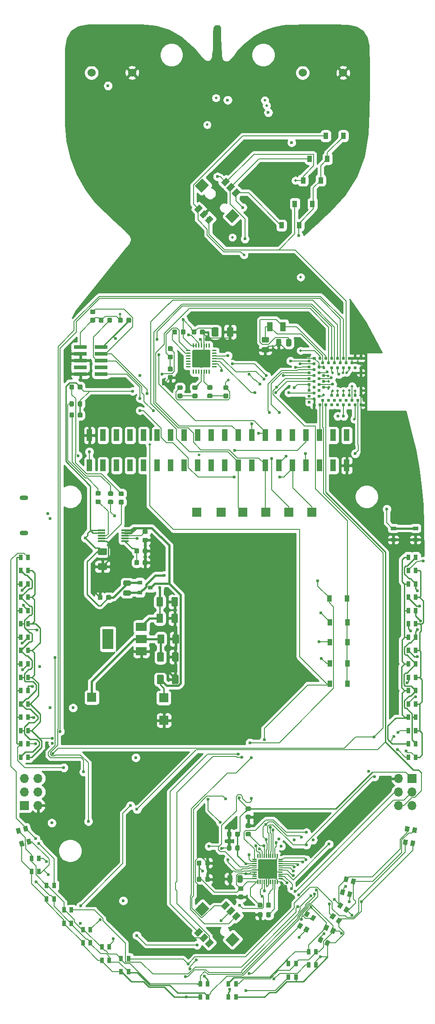
<source format=gtl>
G04 #@! TF.GenerationSoftware,KiCad,Pcbnew,(5.1.0-0)*
G04 #@! TF.CreationDate,2019-05-28T16:28:09-07:00*
G04 #@! TF.ProjectId,DC27-badge,44433237-2d62-4616-9467-652e6b696361,rev?*
G04 #@! TF.SameCoordinates,Original*
G04 #@! TF.FileFunction,Copper,L1,Top*
G04 #@! TF.FilePolarity,Positive*
%FSLAX46Y46*%
G04 Gerber Fmt 4.6, Leading zero omitted, Abs format (unit mm)*
G04 Created by KiCad (PCBNEW (5.1.0-0)) date 2019-05-28 16:28:09*
%MOMM*%
%LPD*%
G04 APERTURE LIST*
%ADD10C,0.150000*%
%ADD11C,0.975000*%
%ADD12C,0.875000*%
%ADD13R,0.900000X0.800000*%
%ADD14R,1.700000X1.700000*%
%ADD15O,1.700000X1.700000*%
%ADD16C,1.250000*%
%ADD17C,1.800000*%
%ADD18C,1.000000*%
%ADD19R,2.000000X1.500000*%
%ADD20R,2.000000X3.800000*%
%ADD21C,0.250000*%
%ADD22C,3.600000*%
%ADD23R,1.019990X2.220010*%
%ADD24R,0.900000X1.200000*%
%ADD25C,1.524000*%
%ADD26R,1.400000X0.300000*%
%ADD27R,1.000000X1.800000*%
%ADD28R,0.500000X0.500000*%
%ADD29R,2.400000X0.740000*%
%ADD30C,0.500000*%
%ADD31C,3.350000*%
%ADD32O,1.597660X0.899160*%
%ADD33O,1.200000X0.500000*%
%ADD34R,1.049020X0.647700*%
%ADD35R,0.800000X1.000000*%
%ADD36C,0.800000*%
%ADD37C,0.600000*%
%ADD38C,0.482600*%
%ADD39C,0.152400*%
%ADD40C,0.250000*%
%ADD41C,0.254000*%
%ADD42C,0.381000*%
%ADD43C,0.152000*%
G04 APERTURE END LIST*
D10*
G36*
X109717642Y-199301174D02*
G01*
X109741303Y-199304684D01*
X109764507Y-199310496D01*
X109787029Y-199318554D01*
X109808653Y-199328782D01*
X109829170Y-199341079D01*
X109848383Y-199355329D01*
X109866107Y-199371393D01*
X109882171Y-199389117D01*
X109896421Y-199408330D01*
X109908718Y-199428847D01*
X109918946Y-199450471D01*
X109927004Y-199472993D01*
X109932816Y-199496197D01*
X109936326Y-199519858D01*
X109937500Y-199543750D01*
X109937500Y-200456250D01*
X109936326Y-200480142D01*
X109932816Y-200503803D01*
X109927004Y-200527007D01*
X109918946Y-200549529D01*
X109908718Y-200571153D01*
X109896421Y-200591670D01*
X109882171Y-200610883D01*
X109866107Y-200628607D01*
X109848383Y-200644671D01*
X109829170Y-200658921D01*
X109808653Y-200671218D01*
X109787029Y-200681446D01*
X109764507Y-200689504D01*
X109741303Y-200695316D01*
X109717642Y-200698826D01*
X109693750Y-200700000D01*
X109206250Y-200700000D01*
X109182358Y-200698826D01*
X109158697Y-200695316D01*
X109135493Y-200689504D01*
X109112971Y-200681446D01*
X109091347Y-200671218D01*
X109070830Y-200658921D01*
X109051617Y-200644671D01*
X109033893Y-200628607D01*
X109017829Y-200610883D01*
X109003579Y-200591670D01*
X108991282Y-200571153D01*
X108981054Y-200549529D01*
X108972996Y-200527007D01*
X108967184Y-200503803D01*
X108963674Y-200480142D01*
X108962500Y-200456250D01*
X108962500Y-199543750D01*
X108963674Y-199519858D01*
X108967184Y-199496197D01*
X108972996Y-199472993D01*
X108981054Y-199450471D01*
X108991282Y-199428847D01*
X109003579Y-199408330D01*
X109017829Y-199389117D01*
X109033893Y-199371393D01*
X109051617Y-199355329D01*
X109070830Y-199341079D01*
X109091347Y-199328782D01*
X109112971Y-199318554D01*
X109135493Y-199310496D01*
X109158697Y-199304684D01*
X109182358Y-199301174D01*
X109206250Y-199300000D01*
X109693750Y-199300000D01*
X109717642Y-199301174D01*
X109717642Y-199301174D01*
G37*
D11*
X109450000Y-200000000D03*
D10*
G36*
X107842642Y-199301174D02*
G01*
X107866303Y-199304684D01*
X107889507Y-199310496D01*
X107912029Y-199318554D01*
X107933653Y-199328782D01*
X107954170Y-199341079D01*
X107973383Y-199355329D01*
X107991107Y-199371393D01*
X108007171Y-199389117D01*
X108021421Y-199408330D01*
X108033718Y-199428847D01*
X108043946Y-199450471D01*
X108052004Y-199472993D01*
X108057816Y-199496197D01*
X108061326Y-199519858D01*
X108062500Y-199543750D01*
X108062500Y-200456250D01*
X108061326Y-200480142D01*
X108057816Y-200503803D01*
X108052004Y-200527007D01*
X108043946Y-200549529D01*
X108033718Y-200571153D01*
X108021421Y-200591670D01*
X108007171Y-200610883D01*
X107991107Y-200628607D01*
X107973383Y-200644671D01*
X107954170Y-200658921D01*
X107933653Y-200671218D01*
X107912029Y-200681446D01*
X107889507Y-200689504D01*
X107866303Y-200695316D01*
X107842642Y-200698826D01*
X107818750Y-200700000D01*
X107331250Y-200700000D01*
X107307358Y-200698826D01*
X107283697Y-200695316D01*
X107260493Y-200689504D01*
X107237971Y-200681446D01*
X107216347Y-200671218D01*
X107195830Y-200658921D01*
X107176617Y-200644671D01*
X107158893Y-200628607D01*
X107142829Y-200610883D01*
X107128579Y-200591670D01*
X107116282Y-200571153D01*
X107106054Y-200549529D01*
X107097996Y-200527007D01*
X107092184Y-200503803D01*
X107088674Y-200480142D01*
X107087500Y-200456250D01*
X107087500Y-199543750D01*
X107088674Y-199519858D01*
X107092184Y-199496197D01*
X107097996Y-199472993D01*
X107106054Y-199450471D01*
X107116282Y-199428847D01*
X107128579Y-199408330D01*
X107142829Y-199389117D01*
X107158893Y-199371393D01*
X107176617Y-199355329D01*
X107195830Y-199341079D01*
X107216347Y-199328782D01*
X107237971Y-199318554D01*
X107260493Y-199310496D01*
X107283697Y-199304684D01*
X107307358Y-199301174D01*
X107331250Y-199300000D01*
X107818750Y-199300000D01*
X107842642Y-199301174D01*
X107842642Y-199301174D01*
G37*
D11*
X107575000Y-200000000D03*
D10*
G36*
X88730142Y-144013674D02*
G01*
X88753803Y-144017184D01*
X88777007Y-144022996D01*
X88799529Y-144031054D01*
X88821153Y-144041282D01*
X88841670Y-144053579D01*
X88860883Y-144067829D01*
X88878607Y-144083893D01*
X88894671Y-144101617D01*
X88908921Y-144120830D01*
X88921218Y-144141347D01*
X88931446Y-144162971D01*
X88939504Y-144185493D01*
X88945316Y-144208697D01*
X88948826Y-144232358D01*
X88950000Y-144256250D01*
X88950000Y-144743750D01*
X88948826Y-144767642D01*
X88945316Y-144791303D01*
X88939504Y-144814507D01*
X88931446Y-144837029D01*
X88921218Y-144858653D01*
X88908921Y-144879170D01*
X88894671Y-144898383D01*
X88878607Y-144916107D01*
X88860883Y-144932171D01*
X88841670Y-144946421D01*
X88821153Y-144958718D01*
X88799529Y-144968946D01*
X88777007Y-144977004D01*
X88753803Y-144982816D01*
X88730142Y-144986326D01*
X88706250Y-144987500D01*
X87793750Y-144987500D01*
X87769858Y-144986326D01*
X87746197Y-144982816D01*
X87722993Y-144977004D01*
X87700471Y-144968946D01*
X87678847Y-144958718D01*
X87658330Y-144946421D01*
X87639117Y-144932171D01*
X87621393Y-144916107D01*
X87605329Y-144898383D01*
X87591079Y-144879170D01*
X87578782Y-144858653D01*
X87568554Y-144837029D01*
X87560496Y-144814507D01*
X87554684Y-144791303D01*
X87551174Y-144767642D01*
X87550000Y-144743750D01*
X87550000Y-144256250D01*
X87551174Y-144232358D01*
X87554684Y-144208697D01*
X87560496Y-144185493D01*
X87568554Y-144162971D01*
X87578782Y-144141347D01*
X87591079Y-144120830D01*
X87605329Y-144101617D01*
X87621393Y-144083893D01*
X87639117Y-144067829D01*
X87658330Y-144053579D01*
X87678847Y-144041282D01*
X87700471Y-144031054D01*
X87722993Y-144022996D01*
X87746197Y-144017184D01*
X87769858Y-144013674D01*
X87793750Y-144012500D01*
X88706250Y-144012500D01*
X88730142Y-144013674D01*
X88730142Y-144013674D01*
G37*
D11*
X88250000Y-144500000D03*
D10*
G36*
X88730142Y-145888674D02*
G01*
X88753803Y-145892184D01*
X88777007Y-145897996D01*
X88799529Y-145906054D01*
X88821153Y-145916282D01*
X88841670Y-145928579D01*
X88860883Y-145942829D01*
X88878607Y-145958893D01*
X88894671Y-145976617D01*
X88908921Y-145995830D01*
X88921218Y-146016347D01*
X88931446Y-146037971D01*
X88939504Y-146060493D01*
X88945316Y-146083697D01*
X88948826Y-146107358D01*
X88950000Y-146131250D01*
X88950000Y-146618750D01*
X88948826Y-146642642D01*
X88945316Y-146666303D01*
X88939504Y-146689507D01*
X88931446Y-146712029D01*
X88921218Y-146733653D01*
X88908921Y-146754170D01*
X88894671Y-146773383D01*
X88878607Y-146791107D01*
X88860883Y-146807171D01*
X88841670Y-146821421D01*
X88821153Y-146833718D01*
X88799529Y-146843946D01*
X88777007Y-146852004D01*
X88753803Y-146857816D01*
X88730142Y-146861326D01*
X88706250Y-146862500D01*
X87793750Y-146862500D01*
X87769858Y-146861326D01*
X87746197Y-146857816D01*
X87722993Y-146852004D01*
X87700471Y-146843946D01*
X87678847Y-146833718D01*
X87658330Y-146821421D01*
X87639117Y-146807171D01*
X87621393Y-146791107D01*
X87605329Y-146773383D01*
X87591079Y-146754170D01*
X87578782Y-146733653D01*
X87568554Y-146712029D01*
X87560496Y-146689507D01*
X87554684Y-146666303D01*
X87551174Y-146642642D01*
X87550000Y-146618750D01*
X87550000Y-146131250D01*
X87551174Y-146107358D01*
X87554684Y-146083697D01*
X87560496Y-146060493D01*
X87568554Y-146037971D01*
X87578782Y-146016347D01*
X87591079Y-145995830D01*
X87605329Y-145976617D01*
X87621393Y-145958893D01*
X87639117Y-145942829D01*
X87658330Y-145928579D01*
X87678847Y-145916282D01*
X87700471Y-145906054D01*
X87722993Y-145897996D01*
X87746197Y-145892184D01*
X87769858Y-145888674D01*
X87793750Y-145887500D01*
X88706250Y-145887500D01*
X88730142Y-145888674D01*
X88730142Y-145888674D01*
G37*
D11*
X88250000Y-146375000D03*
D10*
G36*
X83452691Y-146726053D02*
G01*
X83473926Y-146729203D01*
X83494750Y-146734419D01*
X83514962Y-146741651D01*
X83534368Y-146750830D01*
X83552781Y-146761866D01*
X83570024Y-146774654D01*
X83585930Y-146789070D01*
X83600346Y-146804976D01*
X83613134Y-146822219D01*
X83624170Y-146840632D01*
X83633349Y-146860038D01*
X83640581Y-146880250D01*
X83645797Y-146901074D01*
X83648947Y-146922309D01*
X83650000Y-146943750D01*
X83650000Y-147456250D01*
X83648947Y-147477691D01*
X83645797Y-147498926D01*
X83640581Y-147519750D01*
X83633349Y-147539962D01*
X83624170Y-147559368D01*
X83613134Y-147577781D01*
X83600346Y-147595024D01*
X83585930Y-147610930D01*
X83570024Y-147625346D01*
X83552781Y-147638134D01*
X83534368Y-147649170D01*
X83514962Y-147658349D01*
X83494750Y-147665581D01*
X83473926Y-147670797D01*
X83452691Y-147673947D01*
X83431250Y-147675000D01*
X82993750Y-147675000D01*
X82972309Y-147673947D01*
X82951074Y-147670797D01*
X82930250Y-147665581D01*
X82910038Y-147658349D01*
X82890632Y-147649170D01*
X82872219Y-147638134D01*
X82854976Y-147625346D01*
X82839070Y-147610930D01*
X82824654Y-147595024D01*
X82811866Y-147577781D01*
X82800830Y-147559368D01*
X82791651Y-147539962D01*
X82784419Y-147519750D01*
X82779203Y-147498926D01*
X82776053Y-147477691D01*
X82775000Y-147456250D01*
X82775000Y-146943750D01*
X82776053Y-146922309D01*
X82779203Y-146901074D01*
X82784419Y-146880250D01*
X82791651Y-146860038D01*
X82800830Y-146840632D01*
X82811866Y-146822219D01*
X82824654Y-146804976D01*
X82839070Y-146789070D01*
X82854976Y-146774654D01*
X82872219Y-146761866D01*
X82890632Y-146750830D01*
X82910038Y-146741651D01*
X82930250Y-146734419D01*
X82951074Y-146729203D01*
X82972309Y-146726053D01*
X82993750Y-146725000D01*
X83431250Y-146725000D01*
X83452691Y-146726053D01*
X83452691Y-146726053D01*
G37*
D12*
X83212500Y-147200000D03*
D10*
G36*
X85027691Y-146726053D02*
G01*
X85048926Y-146729203D01*
X85069750Y-146734419D01*
X85089962Y-146741651D01*
X85109368Y-146750830D01*
X85127781Y-146761866D01*
X85145024Y-146774654D01*
X85160930Y-146789070D01*
X85175346Y-146804976D01*
X85188134Y-146822219D01*
X85199170Y-146840632D01*
X85208349Y-146860038D01*
X85215581Y-146880250D01*
X85220797Y-146901074D01*
X85223947Y-146922309D01*
X85225000Y-146943750D01*
X85225000Y-147456250D01*
X85223947Y-147477691D01*
X85220797Y-147498926D01*
X85215581Y-147519750D01*
X85208349Y-147539962D01*
X85199170Y-147559368D01*
X85188134Y-147577781D01*
X85175346Y-147595024D01*
X85160930Y-147610930D01*
X85145024Y-147625346D01*
X85127781Y-147638134D01*
X85109368Y-147649170D01*
X85089962Y-147658349D01*
X85069750Y-147665581D01*
X85048926Y-147670797D01*
X85027691Y-147673947D01*
X85006250Y-147675000D01*
X84568750Y-147675000D01*
X84547309Y-147673947D01*
X84526074Y-147670797D01*
X84505250Y-147665581D01*
X84485038Y-147658349D01*
X84465632Y-147649170D01*
X84447219Y-147638134D01*
X84429976Y-147625346D01*
X84414070Y-147610930D01*
X84399654Y-147595024D01*
X84386866Y-147577781D01*
X84375830Y-147559368D01*
X84366651Y-147539962D01*
X84359419Y-147519750D01*
X84354203Y-147498926D01*
X84351053Y-147477691D01*
X84350000Y-147456250D01*
X84350000Y-146943750D01*
X84351053Y-146922309D01*
X84354203Y-146901074D01*
X84359419Y-146880250D01*
X84366651Y-146860038D01*
X84375830Y-146840632D01*
X84386866Y-146822219D01*
X84399654Y-146804976D01*
X84414070Y-146789070D01*
X84429976Y-146774654D01*
X84447219Y-146761866D01*
X84465632Y-146750830D01*
X84485038Y-146741651D01*
X84505250Y-146734419D01*
X84526074Y-146729203D01*
X84547309Y-146726053D01*
X84568750Y-146725000D01*
X85006250Y-146725000D01*
X85027691Y-146726053D01*
X85027691Y-146726053D01*
G37*
D12*
X84787500Y-147200000D03*
D13*
X92650000Y-145350000D03*
X90650000Y-146300000D03*
X90650000Y-144400000D03*
D14*
X95170000Y-170250000D03*
X81640000Y-165940000D03*
X95130000Y-166020000D03*
X118628000Y-131186000D03*
X114310000Y-131186000D03*
X109992000Y-131186000D03*
X101356000Y-131186000D03*
X122946000Y-131186000D03*
X105928000Y-131186000D03*
D15*
X71565000Y-181145000D03*
X69025000Y-181145000D03*
X71565000Y-183685000D03*
X69025000Y-183685000D03*
X71565000Y-186225000D03*
D14*
X69025000Y-186225000D03*
D10*
G36*
X97699504Y-161701204D02*
G01*
X97723773Y-161704804D01*
X97747571Y-161710765D01*
X97770671Y-161719030D01*
X97792849Y-161729520D01*
X97813893Y-161742133D01*
X97833598Y-161756747D01*
X97851777Y-161773223D01*
X97868253Y-161791402D01*
X97882867Y-161811107D01*
X97895480Y-161832151D01*
X97905970Y-161854329D01*
X97914235Y-161877429D01*
X97920196Y-161901227D01*
X97923796Y-161925496D01*
X97925000Y-161950000D01*
X97925000Y-163200000D01*
X97923796Y-163224504D01*
X97920196Y-163248773D01*
X97914235Y-163272571D01*
X97905970Y-163295671D01*
X97895480Y-163317849D01*
X97882867Y-163338893D01*
X97868253Y-163358598D01*
X97851777Y-163376777D01*
X97833598Y-163393253D01*
X97813893Y-163407867D01*
X97792849Y-163420480D01*
X97770671Y-163430970D01*
X97747571Y-163439235D01*
X97723773Y-163445196D01*
X97699504Y-163448796D01*
X97675000Y-163450000D01*
X96925000Y-163450000D01*
X96900496Y-163448796D01*
X96876227Y-163445196D01*
X96852429Y-163439235D01*
X96829329Y-163430970D01*
X96807151Y-163420480D01*
X96786107Y-163407867D01*
X96766402Y-163393253D01*
X96748223Y-163376777D01*
X96731747Y-163358598D01*
X96717133Y-163338893D01*
X96704520Y-163317849D01*
X96694030Y-163295671D01*
X96685765Y-163272571D01*
X96679804Y-163248773D01*
X96676204Y-163224504D01*
X96675000Y-163200000D01*
X96675000Y-161950000D01*
X96676204Y-161925496D01*
X96679804Y-161901227D01*
X96685765Y-161877429D01*
X96694030Y-161854329D01*
X96704520Y-161832151D01*
X96717133Y-161811107D01*
X96731747Y-161791402D01*
X96748223Y-161773223D01*
X96766402Y-161756747D01*
X96786107Y-161742133D01*
X96807151Y-161729520D01*
X96829329Y-161719030D01*
X96852429Y-161710765D01*
X96876227Y-161704804D01*
X96900496Y-161701204D01*
X96925000Y-161700000D01*
X97675000Y-161700000D01*
X97699504Y-161701204D01*
X97699504Y-161701204D01*
G37*
D16*
X97300000Y-162575000D03*
D10*
G36*
X94899504Y-161701204D02*
G01*
X94923773Y-161704804D01*
X94947571Y-161710765D01*
X94970671Y-161719030D01*
X94992849Y-161729520D01*
X95013893Y-161742133D01*
X95033598Y-161756747D01*
X95051777Y-161773223D01*
X95068253Y-161791402D01*
X95082867Y-161811107D01*
X95095480Y-161832151D01*
X95105970Y-161854329D01*
X95114235Y-161877429D01*
X95120196Y-161901227D01*
X95123796Y-161925496D01*
X95125000Y-161950000D01*
X95125000Y-163200000D01*
X95123796Y-163224504D01*
X95120196Y-163248773D01*
X95114235Y-163272571D01*
X95105970Y-163295671D01*
X95095480Y-163317849D01*
X95082867Y-163338893D01*
X95068253Y-163358598D01*
X95051777Y-163376777D01*
X95033598Y-163393253D01*
X95013893Y-163407867D01*
X94992849Y-163420480D01*
X94970671Y-163430970D01*
X94947571Y-163439235D01*
X94923773Y-163445196D01*
X94899504Y-163448796D01*
X94875000Y-163450000D01*
X94125000Y-163450000D01*
X94100496Y-163448796D01*
X94076227Y-163445196D01*
X94052429Y-163439235D01*
X94029329Y-163430970D01*
X94007151Y-163420480D01*
X93986107Y-163407867D01*
X93966402Y-163393253D01*
X93948223Y-163376777D01*
X93931747Y-163358598D01*
X93917133Y-163338893D01*
X93904520Y-163317849D01*
X93894030Y-163295671D01*
X93885765Y-163272571D01*
X93879804Y-163248773D01*
X93876204Y-163224504D01*
X93875000Y-163200000D01*
X93875000Y-161950000D01*
X93876204Y-161925496D01*
X93879804Y-161901227D01*
X93885765Y-161877429D01*
X93894030Y-161854329D01*
X93904520Y-161832151D01*
X93917133Y-161811107D01*
X93931747Y-161791402D01*
X93948223Y-161773223D01*
X93966402Y-161756747D01*
X93986107Y-161742133D01*
X94007151Y-161729520D01*
X94029329Y-161719030D01*
X94052429Y-161710765D01*
X94076227Y-161704804D01*
X94100496Y-161701204D01*
X94125000Y-161700000D01*
X94875000Y-161700000D01*
X94899504Y-161701204D01*
X94899504Y-161701204D01*
G37*
D16*
X94500000Y-162575000D03*
D17*
X102347436Y-205647436D03*
D10*
G36*
X102418147Y-204303933D02*
G01*
X103690939Y-205576725D01*
X102276725Y-206990939D01*
X101003933Y-205718147D01*
X102418147Y-204303933D01*
X102418147Y-204303933D01*
G37*
D17*
X108075000Y-211375000D03*
D10*
G36*
X108145711Y-210031497D02*
G01*
X109418503Y-211304289D01*
X108004289Y-212718503D01*
X106731497Y-211445711D01*
X108145711Y-210031497D01*
X108145711Y-210031497D01*
G37*
D18*
X103690938Y-212046752D03*
D10*
G36*
X103814682Y-211215902D02*
G01*
X104521788Y-211923008D01*
X103567194Y-212877602D01*
X102860088Y-212170496D01*
X103814682Y-211215902D01*
X103814682Y-211215902D01*
G37*
D18*
X102683311Y-211039125D03*
D10*
G36*
X102807055Y-210208275D02*
G01*
X103514161Y-210915381D01*
X102559567Y-211869975D01*
X101852461Y-211162869D01*
X102807055Y-210208275D01*
X102807055Y-210208275D01*
G37*
D18*
X101675684Y-210031498D03*
D10*
G36*
X101799428Y-209200648D02*
G01*
X102506534Y-209907754D01*
X101551940Y-210862348D01*
X100844834Y-210155242D01*
X101799428Y-209200648D01*
X101799428Y-209200648D01*
G37*
D18*
X106731498Y-204975684D03*
D10*
G36*
X106855242Y-204144834D02*
G01*
X107562348Y-204851940D01*
X106607754Y-205806534D01*
X105900648Y-205099428D01*
X106855242Y-204144834D01*
X106855242Y-204144834D01*
G37*
D18*
X107739125Y-205983311D03*
D10*
G36*
X107862869Y-205152461D02*
G01*
X108569975Y-205859567D01*
X107615381Y-206814161D01*
X106908275Y-206107055D01*
X107862869Y-205152461D01*
X107862869Y-205152461D01*
G37*
D18*
X108746752Y-206990938D03*
D10*
G36*
X108870496Y-206160088D02*
G01*
X109577602Y-206867194D01*
X108623008Y-207821788D01*
X107915902Y-207114682D01*
X108870496Y-206160088D01*
X108870496Y-206160088D01*
G37*
D17*
X102326218Y-69906218D03*
D10*
G36*
X102396929Y-68562715D02*
G01*
X103669721Y-69835507D01*
X102255507Y-71249721D01*
X100982715Y-69976929D01*
X102396929Y-68562715D01*
X102396929Y-68562715D01*
G37*
D17*
X108053782Y-75633782D03*
D10*
G36*
X108124493Y-74290279D02*
G01*
X109397285Y-75563071D01*
X107983071Y-76977285D01*
X106710279Y-75704493D01*
X108124493Y-74290279D01*
X108124493Y-74290279D01*
G37*
D18*
X103669720Y-76305534D03*
D10*
G36*
X103793464Y-75474684D02*
G01*
X104500570Y-76181790D01*
X103545976Y-77136384D01*
X102838870Y-76429278D01*
X103793464Y-75474684D01*
X103793464Y-75474684D01*
G37*
D18*
X102662093Y-75297907D03*
D10*
G36*
X102785837Y-74467057D02*
G01*
X103492943Y-75174163D01*
X102538349Y-76128757D01*
X101831243Y-75421651D01*
X102785837Y-74467057D01*
X102785837Y-74467057D01*
G37*
D18*
X101654466Y-74290280D03*
D10*
G36*
X101778210Y-73459430D02*
G01*
X102485316Y-74166536D01*
X101530722Y-75121130D01*
X100823616Y-74414024D01*
X101778210Y-73459430D01*
X101778210Y-73459430D01*
G37*
D18*
X106710280Y-69234466D03*
D10*
G36*
X106834024Y-68403616D02*
G01*
X107541130Y-69110722D01*
X106586536Y-70065316D01*
X105879430Y-69358210D01*
X106834024Y-68403616D01*
X106834024Y-68403616D01*
G37*
D18*
X107717907Y-70242093D03*
D10*
G36*
X107841651Y-69411243D02*
G01*
X108548757Y-70118349D01*
X107594163Y-71072943D01*
X106887057Y-70365837D01*
X107841651Y-69411243D01*
X107841651Y-69411243D01*
G37*
D18*
X108725534Y-71249720D03*
D10*
G36*
X108849278Y-70418870D02*
G01*
X109556384Y-71125976D01*
X108601790Y-72080570D01*
X107894684Y-71373464D01*
X108849278Y-70418870D01*
X108849278Y-70418870D01*
G37*
D19*
X90950000Y-157300000D03*
X90950000Y-152700000D03*
X90950000Y-155000000D03*
D20*
X84650000Y-155000000D03*
D10*
G36*
X116488626Y-200155301D02*
G01*
X116494693Y-200156201D01*
X116500643Y-200157691D01*
X116506418Y-200159758D01*
X116511962Y-200162380D01*
X116517223Y-200165533D01*
X116522150Y-200169187D01*
X116526694Y-200173306D01*
X116530813Y-200177850D01*
X116534467Y-200182777D01*
X116537620Y-200188038D01*
X116540242Y-200193582D01*
X116542309Y-200199357D01*
X116543799Y-200205307D01*
X116544699Y-200211374D01*
X116545000Y-200217500D01*
X116545000Y-200917500D01*
X116544699Y-200923626D01*
X116543799Y-200929693D01*
X116542309Y-200935643D01*
X116540242Y-200941418D01*
X116537620Y-200946962D01*
X116534467Y-200952223D01*
X116530813Y-200957150D01*
X116526694Y-200961694D01*
X116522150Y-200965813D01*
X116517223Y-200969467D01*
X116511962Y-200972620D01*
X116506418Y-200975242D01*
X116500643Y-200977309D01*
X116494693Y-200978799D01*
X116488626Y-200979699D01*
X116482500Y-200980000D01*
X116357500Y-200980000D01*
X116351374Y-200979699D01*
X116345307Y-200978799D01*
X116339357Y-200977309D01*
X116333582Y-200975242D01*
X116328038Y-200972620D01*
X116322777Y-200969467D01*
X116317850Y-200965813D01*
X116313306Y-200961694D01*
X116309187Y-200957150D01*
X116305533Y-200952223D01*
X116302380Y-200946962D01*
X116299758Y-200941418D01*
X116297691Y-200935643D01*
X116296201Y-200929693D01*
X116295301Y-200923626D01*
X116295000Y-200917500D01*
X116295000Y-200217500D01*
X116295301Y-200211374D01*
X116296201Y-200205307D01*
X116297691Y-200199357D01*
X116299758Y-200193582D01*
X116302380Y-200188038D01*
X116305533Y-200182777D01*
X116309187Y-200177850D01*
X116313306Y-200173306D01*
X116317850Y-200169187D01*
X116322777Y-200165533D01*
X116328038Y-200162380D01*
X116333582Y-200159758D01*
X116339357Y-200157691D01*
X116345307Y-200156201D01*
X116351374Y-200155301D01*
X116357500Y-200155000D01*
X116482500Y-200155000D01*
X116488626Y-200155301D01*
X116488626Y-200155301D01*
G37*
D21*
X116420000Y-200567500D03*
D10*
G36*
X116088626Y-200155301D02*
G01*
X116094693Y-200156201D01*
X116100643Y-200157691D01*
X116106418Y-200159758D01*
X116111962Y-200162380D01*
X116117223Y-200165533D01*
X116122150Y-200169187D01*
X116126694Y-200173306D01*
X116130813Y-200177850D01*
X116134467Y-200182777D01*
X116137620Y-200188038D01*
X116140242Y-200193582D01*
X116142309Y-200199357D01*
X116143799Y-200205307D01*
X116144699Y-200211374D01*
X116145000Y-200217500D01*
X116145000Y-200917500D01*
X116144699Y-200923626D01*
X116143799Y-200929693D01*
X116142309Y-200935643D01*
X116140242Y-200941418D01*
X116137620Y-200946962D01*
X116134467Y-200952223D01*
X116130813Y-200957150D01*
X116126694Y-200961694D01*
X116122150Y-200965813D01*
X116117223Y-200969467D01*
X116111962Y-200972620D01*
X116106418Y-200975242D01*
X116100643Y-200977309D01*
X116094693Y-200978799D01*
X116088626Y-200979699D01*
X116082500Y-200980000D01*
X115957500Y-200980000D01*
X115951374Y-200979699D01*
X115945307Y-200978799D01*
X115939357Y-200977309D01*
X115933582Y-200975242D01*
X115928038Y-200972620D01*
X115922777Y-200969467D01*
X115917850Y-200965813D01*
X115913306Y-200961694D01*
X115909187Y-200957150D01*
X115905533Y-200952223D01*
X115902380Y-200946962D01*
X115899758Y-200941418D01*
X115897691Y-200935643D01*
X115896201Y-200929693D01*
X115895301Y-200923626D01*
X115895000Y-200917500D01*
X115895000Y-200217500D01*
X115895301Y-200211374D01*
X115896201Y-200205307D01*
X115897691Y-200199357D01*
X115899758Y-200193582D01*
X115902380Y-200188038D01*
X115905533Y-200182777D01*
X115909187Y-200177850D01*
X115913306Y-200173306D01*
X115917850Y-200169187D01*
X115922777Y-200165533D01*
X115928038Y-200162380D01*
X115933582Y-200159758D01*
X115939357Y-200157691D01*
X115945307Y-200156201D01*
X115951374Y-200155301D01*
X115957500Y-200155000D01*
X116082500Y-200155000D01*
X116088626Y-200155301D01*
X116088626Y-200155301D01*
G37*
D21*
X116020000Y-200567500D03*
D10*
G36*
X115688626Y-200155301D02*
G01*
X115694693Y-200156201D01*
X115700643Y-200157691D01*
X115706418Y-200159758D01*
X115711962Y-200162380D01*
X115717223Y-200165533D01*
X115722150Y-200169187D01*
X115726694Y-200173306D01*
X115730813Y-200177850D01*
X115734467Y-200182777D01*
X115737620Y-200188038D01*
X115740242Y-200193582D01*
X115742309Y-200199357D01*
X115743799Y-200205307D01*
X115744699Y-200211374D01*
X115745000Y-200217500D01*
X115745000Y-200917500D01*
X115744699Y-200923626D01*
X115743799Y-200929693D01*
X115742309Y-200935643D01*
X115740242Y-200941418D01*
X115737620Y-200946962D01*
X115734467Y-200952223D01*
X115730813Y-200957150D01*
X115726694Y-200961694D01*
X115722150Y-200965813D01*
X115717223Y-200969467D01*
X115711962Y-200972620D01*
X115706418Y-200975242D01*
X115700643Y-200977309D01*
X115694693Y-200978799D01*
X115688626Y-200979699D01*
X115682500Y-200980000D01*
X115557500Y-200980000D01*
X115551374Y-200979699D01*
X115545307Y-200978799D01*
X115539357Y-200977309D01*
X115533582Y-200975242D01*
X115528038Y-200972620D01*
X115522777Y-200969467D01*
X115517850Y-200965813D01*
X115513306Y-200961694D01*
X115509187Y-200957150D01*
X115505533Y-200952223D01*
X115502380Y-200946962D01*
X115499758Y-200941418D01*
X115497691Y-200935643D01*
X115496201Y-200929693D01*
X115495301Y-200923626D01*
X115495000Y-200917500D01*
X115495000Y-200217500D01*
X115495301Y-200211374D01*
X115496201Y-200205307D01*
X115497691Y-200199357D01*
X115499758Y-200193582D01*
X115502380Y-200188038D01*
X115505533Y-200182777D01*
X115509187Y-200177850D01*
X115513306Y-200173306D01*
X115517850Y-200169187D01*
X115522777Y-200165533D01*
X115528038Y-200162380D01*
X115533582Y-200159758D01*
X115539357Y-200157691D01*
X115545307Y-200156201D01*
X115551374Y-200155301D01*
X115557500Y-200155000D01*
X115682500Y-200155000D01*
X115688626Y-200155301D01*
X115688626Y-200155301D01*
G37*
D21*
X115620000Y-200567500D03*
D10*
G36*
X115288626Y-200155301D02*
G01*
X115294693Y-200156201D01*
X115300643Y-200157691D01*
X115306418Y-200159758D01*
X115311962Y-200162380D01*
X115317223Y-200165533D01*
X115322150Y-200169187D01*
X115326694Y-200173306D01*
X115330813Y-200177850D01*
X115334467Y-200182777D01*
X115337620Y-200188038D01*
X115340242Y-200193582D01*
X115342309Y-200199357D01*
X115343799Y-200205307D01*
X115344699Y-200211374D01*
X115345000Y-200217500D01*
X115345000Y-200917500D01*
X115344699Y-200923626D01*
X115343799Y-200929693D01*
X115342309Y-200935643D01*
X115340242Y-200941418D01*
X115337620Y-200946962D01*
X115334467Y-200952223D01*
X115330813Y-200957150D01*
X115326694Y-200961694D01*
X115322150Y-200965813D01*
X115317223Y-200969467D01*
X115311962Y-200972620D01*
X115306418Y-200975242D01*
X115300643Y-200977309D01*
X115294693Y-200978799D01*
X115288626Y-200979699D01*
X115282500Y-200980000D01*
X115157500Y-200980000D01*
X115151374Y-200979699D01*
X115145307Y-200978799D01*
X115139357Y-200977309D01*
X115133582Y-200975242D01*
X115128038Y-200972620D01*
X115122777Y-200969467D01*
X115117850Y-200965813D01*
X115113306Y-200961694D01*
X115109187Y-200957150D01*
X115105533Y-200952223D01*
X115102380Y-200946962D01*
X115099758Y-200941418D01*
X115097691Y-200935643D01*
X115096201Y-200929693D01*
X115095301Y-200923626D01*
X115095000Y-200917500D01*
X115095000Y-200217500D01*
X115095301Y-200211374D01*
X115096201Y-200205307D01*
X115097691Y-200199357D01*
X115099758Y-200193582D01*
X115102380Y-200188038D01*
X115105533Y-200182777D01*
X115109187Y-200177850D01*
X115113306Y-200173306D01*
X115117850Y-200169187D01*
X115122777Y-200165533D01*
X115128038Y-200162380D01*
X115133582Y-200159758D01*
X115139357Y-200157691D01*
X115145307Y-200156201D01*
X115151374Y-200155301D01*
X115157500Y-200155000D01*
X115282500Y-200155000D01*
X115288626Y-200155301D01*
X115288626Y-200155301D01*
G37*
D21*
X115220000Y-200567500D03*
D10*
G36*
X114888626Y-200155301D02*
G01*
X114894693Y-200156201D01*
X114900643Y-200157691D01*
X114906418Y-200159758D01*
X114911962Y-200162380D01*
X114917223Y-200165533D01*
X114922150Y-200169187D01*
X114926694Y-200173306D01*
X114930813Y-200177850D01*
X114934467Y-200182777D01*
X114937620Y-200188038D01*
X114940242Y-200193582D01*
X114942309Y-200199357D01*
X114943799Y-200205307D01*
X114944699Y-200211374D01*
X114945000Y-200217500D01*
X114945000Y-200917500D01*
X114944699Y-200923626D01*
X114943799Y-200929693D01*
X114942309Y-200935643D01*
X114940242Y-200941418D01*
X114937620Y-200946962D01*
X114934467Y-200952223D01*
X114930813Y-200957150D01*
X114926694Y-200961694D01*
X114922150Y-200965813D01*
X114917223Y-200969467D01*
X114911962Y-200972620D01*
X114906418Y-200975242D01*
X114900643Y-200977309D01*
X114894693Y-200978799D01*
X114888626Y-200979699D01*
X114882500Y-200980000D01*
X114757500Y-200980000D01*
X114751374Y-200979699D01*
X114745307Y-200978799D01*
X114739357Y-200977309D01*
X114733582Y-200975242D01*
X114728038Y-200972620D01*
X114722777Y-200969467D01*
X114717850Y-200965813D01*
X114713306Y-200961694D01*
X114709187Y-200957150D01*
X114705533Y-200952223D01*
X114702380Y-200946962D01*
X114699758Y-200941418D01*
X114697691Y-200935643D01*
X114696201Y-200929693D01*
X114695301Y-200923626D01*
X114695000Y-200917500D01*
X114695000Y-200217500D01*
X114695301Y-200211374D01*
X114696201Y-200205307D01*
X114697691Y-200199357D01*
X114699758Y-200193582D01*
X114702380Y-200188038D01*
X114705533Y-200182777D01*
X114709187Y-200177850D01*
X114713306Y-200173306D01*
X114717850Y-200169187D01*
X114722777Y-200165533D01*
X114728038Y-200162380D01*
X114733582Y-200159758D01*
X114739357Y-200157691D01*
X114745307Y-200156201D01*
X114751374Y-200155301D01*
X114757500Y-200155000D01*
X114882500Y-200155000D01*
X114888626Y-200155301D01*
X114888626Y-200155301D01*
G37*
D21*
X114820000Y-200567500D03*
D10*
G36*
X114488626Y-200155301D02*
G01*
X114494693Y-200156201D01*
X114500643Y-200157691D01*
X114506418Y-200159758D01*
X114511962Y-200162380D01*
X114517223Y-200165533D01*
X114522150Y-200169187D01*
X114526694Y-200173306D01*
X114530813Y-200177850D01*
X114534467Y-200182777D01*
X114537620Y-200188038D01*
X114540242Y-200193582D01*
X114542309Y-200199357D01*
X114543799Y-200205307D01*
X114544699Y-200211374D01*
X114545000Y-200217500D01*
X114545000Y-200917500D01*
X114544699Y-200923626D01*
X114543799Y-200929693D01*
X114542309Y-200935643D01*
X114540242Y-200941418D01*
X114537620Y-200946962D01*
X114534467Y-200952223D01*
X114530813Y-200957150D01*
X114526694Y-200961694D01*
X114522150Y-200965813D01*
X114517223Y-200969467D01*
X114511962Y-200972620D01*
X114506418Y-200975242D01*
X114500643Y-200977309D01*
X114494693Y-200978799D01*
X114488626Y-200979699D01*
X114482500Y-200980000D01*
X114357500Y-200980000D01*
X114351374Y-200979699D01*
X114345307Y-200978799D01*
X114339357Y-200977309D01*
X114333582Y-200975242D01*
X114328038Y-200972620D01*
X114322777Y-200969467D01*
X114317850Y-200965813D01*
X114313306Y-200961694D01*
X114309187Y-200957150D01*
X114305533Y-200952223D01*
X114302380Y-200946962D01*
X114299758Y-200941418D01*
X114297691Y-200935643D01*
X114296201Y-200929693D01*
X114295301Y-200923626D01*
X114295000Y-200917500D01*
X114295000Y-200217500D01*
X114295301Y-200211374D01*
X114296201Y-200205307D01*
X114297691Y-200199357D01*
X114299758Y-200193582D01*
X114302380Y-200188038D01*
X114305533Y-200182777D01*
X114309187Y-200177850D01*
X114313306Y-200173306D01*
X114317850Y-200169187D01*
X114322777Y-200165533D01*
X114328038Y-200162380D01*
X114333582Y-200159758D01*
X114339357Y-200157691D01*
X114345307Y-200156201D01*
X114351374Y-200155301D01*
X114357500Y-200155000D01*
X114482500Y-200155000D01*
X114488626Y-200155301D01*
X114488626Y-200155301D01*
G37*
D21*
X114420000Y-200567500D03*
D10*
G36*
X114088626Y-200155301D02*
G01*
X114094693Y-200156201D01*
X114100643Y-200157691D01*
X114106418Y-200159758D01*
X114111962Y-200162380D01*
X114117223Y-200165533D01*
X114122150Y-200169187D01*
X114126694Y-200173306D01*
X114130813Y-200177850D01*
X114134467Y-200182777D01*
X114137620Y-200188038D01*
X114140242Y-200193582D01*
X114142309Y-200199357D01*
X114143799Y-200205307D01*
X114144699Y-200211374D01*
X114145000Y-200217500D01*
X114145000Y-200917500D01*
X114144699Y-200923626D01*
X114143799Y-200929693D01*
X114142309Y-200935643D01*
X114140242Y-200941418D01*
X114137620Y-200946962D01*
X114134467Y-200952223D01*
X114130813Y-200957150D01*
X114126694Y-200961694D01*
X114122150Y-200965813D01*
X114117223Y-200969467D01*
X114111962Y-200972620D01*
X114106418Y-200975242D01*
X114100643Y-200977309D01*
X114094693Y-200978799D01*
X114088626Y-200979699D01*
X114082500Y-200980000D01*
X113957500Y-200980000D01*
X113951374Y-200979699D01*
X113945307Y-200978799D01*
X113939357Y-200977309D01*
X113933582Y-200975242D01*
X113928038Y-200972620D01*
X113922777Y-200969467D01*
X113917850Y-200965813D01*
X113913306Y-200961694D01*
X113909187Y-200957150D01*
X113905533Y-200952223D01*
X113902380Y-200946962D01*
X113899758Y-200941418D01*
X113897691Y-200935643D01*
X113896201Y-200929693D01*
X113895301Y-200923626D01*
X113895000Y-200917500D01*
X113895000Y-200217500D01*
X113895301Y-200211374D01*
X113896201Y-200205307D01*
X113897691Y-200199357D01*
X113899758Y-200193582D01*
X113902380Y-200188038D01*
X113905533Y-200182777D01*
X113909187Y-200177850D01*
X113913306Y-200173306D01*
X113917850Y-200169187D01*
X113922777Y-200165533D01*
X113928038Y-200162380D01*
X113933582Y-200159758D01*
X113939357Y-200157691D01*
X113945307Y-200156201D01*
X113951374Y-200155301D01*
X113957500Y-200155000D01*
X114082500Y-200155000D01*
X114088626Y-200155301D01*
X114088626Y-200155301D01*
G37*
D21*
X114020000Y-200567500D03*
D10*
G36*
X113688626Y-200155301D02*
G01*
X113694693Y-200156201D01*
X113700643Y-200157691D01*
X113706418Y-200159758D01*
X113711962Y-200162380D01*
X113717223Y-200165533D01*
X113722150Y-200169187D01*
X113726694Y-200173306D01*
X113730813Y-200177850D01*
X113734467Y-200182777D01*
X113737620Y-200188038D01*
X113740242Y-200193582D01*
X113742309Y-200199357D01*
X113743799Y-200205307D01*
X113744699Y-200211374D01*
X113745000Y-200217500D01*
X113745000Y-200917500D01*
X113744699Y-200923626D01*
X113743799Y-200929693D01*
X113742309Y-200935643D01*
X113740242Y-200941418D01*
X113737620Y-200946962D01*
X113734467Y-200952223D01*
X113730813Y-200957150D01*
X113726694Y-200961694D01*
X113722150Y-200965813D01*
X113717223Y-200969467D01*
X113711962Y-200972620D01*
X113706418Y-200975242D01*
X113700643Y-200977309D01*
X113694693Y-200978799D01*
X113688626Y-200979699D01*
X113682500Y-200980000D01*
X113557500Y-200980000D01*
X113551374Y-200979699D01*
X113545307Y-200978799D01*
X113539357Y-200977309D01*
X113533582Y-200975242D01*
X113528038Y-200972620D01*
X113522777Y-200969467D01*
X113517850Y-200965813D01*
X113513306Y-200961694D01*
X113509187Y-200957150D01*
X113505533Y-200952223D01*
X113502380Y-200946962D01*
X113499758Y-200941418D01*
X113497691Y-200935643D01*
X113496201Y-200929693D01*
X113495301Y-200923626D01*
X113495000Y-200917500D01*
X113495000Y-200217500D01*
X113495301Y-200211374D01*
X113496201Y-200205307D01*
X113497691Y-200199357D01*
X113499758Y-200193582D01*
X113502380Y-200188038D01*
X113505533Y-200182777D01*
X113509187Y-200177850D01*
X113513306Y-200173306D01*
X113517850Y-200169187D01*
X113522777Y-200165533D01*
X113528038Y-200162380D01*
X113533582Y-200159758D01*
X113539357Y-200157691D01*
X113545307Y-200156201D01*
X113551374Y-200155301D01*
X113557500Y-200155000D01*
X113682500Y-200155000D01*
X113688626Y-200155301D01*
X113688626Y-200155301D01*
G37*
D21*
X113620000Y-200567500D03*
D10*
G36*
X113288626Y-200155301D02*
G01*
X113294693Y-200156201D01*
X113300643Y-200157691D01*
X113306418Y-200159758D01*
X113311962Y-200162380D01*
X113317223Y-200165533D01*
X113322150Y-200169187D01*
X113326694Y-200173306D01*
X113330813Y-200177850D01*
X113334467Y-200182777D01*
X113337620Y-200188038D01*
X113340242Y-200193582D01*
X113342309Y-200199357D01*
X113343799Y-200205307D01*
X113344699Y-200211374D01*
X113345000Y-200217500D01*
X113345000Y-200917500D01*
X113344699Y-200923626D01*
X113343799Y-200929693D01*
X113342309Y-200935643D01*
X113340242Y-200941418D01*
X113337620Y-200946962D01*
X113334467Y-200952223D01*
X113330813Y-200957150D01*
X113326694Y-200961694D01*
X113322150Y-200965813D01*
X113317223Y-200969467D01*
X113311962Y-200972620D01*
X113306418Y-200975242D01*
X113300643Y-200977309D01*
X113294693Y-200978799D01*
X113288626Y-200979699D01*
X113282500Y-200980000D01*
X113157500Y-200980000D01*
X113151374Y-200979699D01*
X113145307Y-200978799D01*
X113139357Y-200977309D01*
X113133582Y-200975242D01*
X113128038Y-200972620D01*
X113122777Y-200969467D01*
X113117850Y-200965813D01*
X113113306Y-200961694D01*
X113109187Y-200957150D01*
X113105533Y-200952223D01*
X113102380Y-200946962D01*
X113099758Y-200941418D01*
X113097691Y-200935643D01*
X113096201Y-200929693D01*
X113095301Y-200923626D01*
X113095000Y-200917500D01*
X113095000Y-200217500D01*
X113095301Y-200211374D01*
X113096201Y-200205307D01*
X113097691Y-200199357D01*
X113099758Y-200193582D01*
X113102380Y-200188038D01*
X113105533Y-200182777D01*
X113109187Y-200177850D01*
X113113306Y-200173306D01*
X113117850Y-200169187D01*
X113122777Y-200165533D01*
X113128038Y-200162380D01*
X113133582Y-200159758D01*
X113139357Y-200157691D01*
X113145307Y-200156201D01*
X113151374Y-200155301D01*
X113157500Y-200155000D01*
X113282500Y-200155000D01*
X113288626Y-200155301D01*
X113288626Y-200155301D01*
G37*
D21*
X113220000Y-200567500D03*
D10*
G36*
X112888626Y-200155301D02*
G01*
X112894693Y-200156201D01*
X112900643Y-200157691D01*
X112906418Y-200159758D01*
X112911962Y-200162380D01*
X112917223Y-200165533D01*
X112922150Y-200169187D01*
X112926694Y-200173306D01*
X112930813Y-200177850D01*
X112934467Y-200182777D01*
X112937620Y-200188038D01*
X112940242Y-200193582D01*
X112942309Y-200199357D01*
X112943799Y-200205307D01*
X112944699Y-200211374D01*
X112945000Y-200217500D01*
X112945000Y-200917500D01*
X112944699Y-200923626D01*
X112943799Y-200929693D01*
X112942309Y-200935643D01*
X112940242Y-200941418D01*
X112937620Y-200946962D01*
X112934467Y-200952223D01*
X112930813Y-200957150D01*
X112926694Y-200961694D01*
X112922150Y-200965813D01*
X112917223Y-200969467D01*
X112911962Y-200972620D01*
X112906418Y-200975242D01*
X112900643Y-200977309D01*
X112894693Y-200978799D01*
X112888626Y-200979699D01*
X112882500Y-200980000D01*
X112757500Y-200980000D01*
X112751374Y-200979699D01*
X112745307Y-200978799D01*
X112739357Y-200977309D01*
X112733582Y-200975242D01*
X112728038Y-200972620D01*
X112722777Y-200969467D01*
X112717850Y-200965813D01*
X112713306Y-200961694D01*
X112709187Y-200957150D01*
X112705533Y-200952223D01*
X112702380Y-200946962D01*
X112699758Y-200941418D01*
X112697691Y-200935643D01*
X112696201Y-200929693D01*
X112695301Y-200923626D01*
X112695000Y-200917500D01*
X112695000Y-200217500D01*
X112695301Y-200211374D01*
X112696201Y-200205307D01*
X112697691Y-200199357D01*
X112699758Y-200193582D01*
X112702380Y-200188038D01*
X112705533Y-200182777D01*
X112709187Y-200177850D01*
X112713306Y-200173306D01*
X112717850Y-200169187D01*
X112722777Y-200165533D01*
X112728038Y-200162380D01*
X112733582Y-200159758D01*
X112739357Y-200157691D01*
X112745307Y-200156201D01*
X112751374Y-200155301D01*
X112757500Y-200155000D01*
X112882500Y-200155000D01*
X112888626Y-200155301D01*
X112888626Y-200155301D01*
G37*
D21*
X112820000Y-200567500D03*
D10*
G36*
X112538626Y-199805301D02*
G01*
X112544693Y-199806201D01*
X112550643Y-199807691D01*
X112556418Y-199809758D01*
X112561962Y-199812380D01*
X112567223Y-199815533D01*
X112572150Y-199819187D01*
X112576694Y-199823306D01*
X112580813Y-199827850D01*
X112584467Y-199832777D01*
X112587620Y-199838038D01*
X112590242Y-199843582D01*
X112592309Y-199849357D01*
X112593799Y-199855307D01*
X112594699Y-199861374D01*
X112595000Y-199867500D01*
X112595000Y-199992500D01*
X112594699Y-199998626D01*
X112593799Y-200004693D01*
X112592309Y-200010643D01*
X112590242Y-200016418D01*
X112587620Y-200021962D01*
X112584467Y-200027223D01*
X112580813Y-200032150D01*
X112576694Y-200036694D01*
X112572150Y-200040813D01*
X112567223Y-200044467D01*
X112561962Y-200047620D01*
X112556418Y-200050242D01*
X112550643Y-200052309D01*
X112544693Y-200053799D01*
X112538626Y-200054699D01*
X112532500Y-200055000D01*
X111832500Y-200055000D01*
X111826374Y-200054699D01*
X111820307Y-200053799D01*
X111814357Y-200052309D01*
X111808582Y-200050242D01*
X111803038Y-200047620D01*
X111797777Y-200044467D01*
X111792850Y-200040813D01*
X111788306Y-200036694D01*
X111784187Y-200032150D01*
X111780533Y-200027223D01*
X111777380Y-200021962D01*
X111774758Y-200016418D01*
X111772691Y-200010643D01*
X111771201Y-200004693D01*
X111770301Y-199998626D01*
X111770000Y-199992500D01*
X111770000Y-199867500D01*
X111770301Y-199861374D01*
X111771201Y-199855307D01*
X111772691Y-199849357D01*
X111774758Y-199843582D01*
X111777380Y-199838038D01*
X111780533Y-199832777D01*
X111784187Y-199827850D01*
X111788306Y-199823306D01*
X111792850Y-199819187D01*
X111797777Y-199815533D01*
X111803038Y-199812380D01*
X111808582Y-199809758D01*
X111814357Y-199807691D01*
X111820307Y-199806201D01*
X111826374Y-199805301D01*
X111832500Y-199805000D01*
X112532500Y-199805000D01*
X112538626Y-199805301D01*
X112538626Y-199805301D01*
G37*
D21*
X112182500Y-199930000D03*
D10*
G36*
X112538626Y-199405301D02*
G01*
X112544693Y-199406201D01*
X112550643Y-199407691D01*
X112556418Y-199409758D01*
X112561962Y-199412380D01*
X112567223Y-199415533D01*
X112572150Y-199419187D01*
X112576694Y-199423306D01*
X112580813Y-199427850D01*
X112584467Y-199432777D01*
X112587620Y-199438038D01*
X112590242Y-199443582D01*
X112592309Y-199449357D01*
X112593799Y-199455307D01*
X112594699Y-199461374D01*
X112595000Y-199467500D01*
X112595000Y-199592500D01*
X112594699Y-199598626D01*
X112593799Y-199604693D01*
X112592309Y-199610643D01*
X112590242Y-199616418D01*
X112587620Y-199621962D01*
X112584467Y-199627223D01*
X112580813Y-199632150D01*
X112576694Y-199636694D01*
X112572150Y-199640813D01*
X112567223Y-199644467D01*
X112561962Y-199647620D01*
X112556418Y-199650242D01*
X112550643Y-199652309D01*
X112544693Y-199653799D01*
X112538626Y-199654699D01*
X112532500Y-199655000D01*
X111832500Y-199655000D01*
X111826374Y-199654699D01*
X111820307Y-199653799D01*
X111814357Y-199652309D01*
X111808582Y-199650242D01*
X111803038Y-199647620D01*
X111797777Y-199644467D01*
X111792850Y-199640813D01*
X111788306Y-199636694D01*
X111784187Y-199632150D01*
X111780533Y-199627223D01*
X111777380Y-199621962D01*
X111774758Y-199616418D01*
X111772691Y-199610643D01*
X111771201Y-199604693D01*
X111770301Y-199598626D01*
X111770000Y-199592500D01*
X111770000Y-199467500D01*
X111770301Y-199461374D01*
X111771201Y-199455307D01*
X111772691Y-199449357D01*
X111774758Y-199443582D01*
X111777380Y-199438038D01*
X111780533Y-199432777D01*
X111784187Y-199427850D01*
X111788306Y-199423306D01*
X111792850Y-199419187D01*
X111797777Y-199415533D01*
X111803038Y-199412380D01*
X111808582Y-199409758D01*
X111814357Y-199407691D01*
X111820307Y-199406201D01*
X111826374Y-199405301D01*
X111832500Y-199405000D01*
X112532500Y-199405000D01*
X112538626Y-199405301D01*
X112538626Y-199405301D01*
G37*
D21*
X112182500Y-199530000D03*
D10*
G36*
X112538626Y-199005301D02*
G01*
X112544693Y-199006201D01*
X112550643Y-199007691D01*
X112556418Y-199009758D01*
X112561962Y-199012380D01*
X112567223Y-199015533D01*
X112572150Y-199019187D01*
X112576694Y-199023306D01*
X112580813Y-199027850D01*
X112584467Y-199032777D01*
X112587620Y-199038038D01*
X112590242Y-199043582D01*
X112592309Y-199049357D01*
X112593799Y-199055307D01*
X112594699Y-199061374D01*
X112595000Y-199067500D01*
X112595000Y-199192500D01*
X112594699Y-199198626D01*
X112593799Y-199204693D01*
X112592309Y-199210643D01*
X112590242Y-199216418D01*
X112587620Y-199221962D01*
X112584467Y-199227223D01*
X112580813Y-199232150D01*
X112576694Y-199236694D01*
X112572150Y-199240813D01*
X112567223Y-199244467D01*
X112561962Y-199247620D01*
X112556418Y-199250242D01*
X112550643Y-199252309D01*
X112544693Y-199253799D01*
X112538626Y-199254699D01*
X112532500Y-199255000D01*
X111832500Y-199255000D01*
X111826374Y-199254699D01*
X111820307Y-199253799D01*
X111814357Y-199252309D01*
X111808582Y-199250242D01*
X111803038Y-199247620D01*
X111797777Y-199244467D01*
X111792850Y-199240813D01*
X111788306Y-199236694D01*
X111784187Y-199232150D01*
X111780533Y-199227223D01*
X111777380Y-199221962D01*
X111774758Y-199216418D01*
X111772691Y-199210643D01*
X111771201Y-199204693D01*
X111770301Y-199198626D01*
X111770000Y-199192500D01*
X111770000Y-199067500D01*
X111770301Y-199061374D01*
X111771201Y-199055307D01*
X111772691Y-199049357D01*
X111774758Y-199043582D01*
X111777380Y-199038038D01*
X111780533Y-199032777D01*
X111784187Y-199027850D01*
X111788306Y-199023306D01*
X111792850Y-199019187D01*
X111797777Y-199015533D01*
X111803038Y-199012380D01*
X111808582Y-199009758D01*
X111814357Y-199007691D01*
X111820307Y-199006201D01*
X111826374Y-199005301D01*
X111832500Y-199005000D01*
X112532500Y-199005000D01*
X112538626Y-199005301D01*
X112538626Y-199005301D01*
G37*
D21*
X112182500Y-199130000D03*
D10*
G36*
X112538626Y-198605301D02*
G01*
X112544693Y-198606201D01*
X112550643Y-198607691D01*
X112556418Y-198609758D01*
X112561962Y-198612380D01*
X112567223Y-198615533D01*
X112572150Y-198619187D01*
X112576694Y-198623306D01*
X112580813Y-198627850D01*
X112584467Y-198632777D01*
X112587620Y-198638038D01*
X112590242Y-198643582D01*
X112592309Y-198649357D01*
X112593799Y-198655307D01*
X112594699Y-198661374D01*
X112595000Y-198667500D01*
X112595000Y-198792500D01*
X112594699Y-198798626D01*
X112593799Y-198804693D01*
X112592309Y-198810643D01*
X112590242Y-198816418D01*
X112587620Y-198821962D01*
X112584467Y-198827223D01*
X112580813Y-198832150D01*
X112576694Y-198836694D01*
X112572150Y-198840813D01*
X112567223Y-198844467D01*
X112561962Y-198847620D01*
X112556418Y-198850242D01*
X112550643Y-198852309D01*
X112544693Y-198853799D01*
X112538626Y-198854699D01*
X112532500Y-198855000D01*
X111832500Y-198855000D01*
X111826374Y-198854699D01*
X111820307Y-198853799D01*
X111814357Y-198852309D01*
X111808582Y-198850242D01*
X111803038Y-198847620D01*
X111797777Y-198844467D01*
X111792850Y-198840813D01*
X111788306Y-198836694D01*
X111784187Y-198832150D01*
X111780533Y-198827223D01*
X111777380Y-198821962D01*
X111774758Y-198816418D01*
X111772691Y-198810643D01*
X111771201Y-198804693D01*
X111770301Y-198798626D01*
X111770000Y-198792500D01*
X111770000Y-198667500D01*
X111770301Y-198661374D01*
X111771201Y-198655307D01*
X111772691Y-198649357D01*
X111774758Y-198643582D01*
X111777380Y-198638038D01*
X111780533Y-198632777D01*
X111784187Y-198627850D01*
X111788306Y-198623306D01*
X111792850Y-198619187D01*
X111797777Y-198615533D01*
X111803038Y-198612380D01*
X111808582Y-198609758D01*
X111814357Y-198607691D01*
X111820307Y-198606201D01*
X111826374Y-198605301D01*
X111832500Y-198605000D01*
X112532500Y-198605000D01*
X112538626Y-198605301D01*
X112538626Y-198605301D01*
G37*
D21*
X112182500Y-198730000D03*
D10*
G36*
X112538626Y-198205301D02*
G01*
X112544693Y-198206201D01*
X112550643Y-198207691D01*
X112556418Y-198209758D01*
X112561962Y-198212380D01*
X112567223Y-198215533D01*
X112572150Y-198219187D01*
X112576694Y-198223306D01*
X112580813Y-198227850D01*
X112584467Y-198232777D01*
X112587620Y-198238038D01*
X112590242Y-198243582D01*
X112592309Y-198249357D01*
X112593799Y-198255307D01*
X112594699Y-198261374D01*
X112595000Y-198267500D01*
X112595000Y-198392500D01*
X112594699Y-198398626D01*
X112593799Y-198404693D01*
X112592309Y-198410643D01*
X112590242Y-198416418D01*
X112587620Y-198421962D01*
X112584467Y-198427223D01*
X112580813Y-198432150D01*
X112576694Y-198436694D01*
X112572150Y-198440813D01*
X112567223Y-198444467D01*
X112561962Y-198447620D01*
X112556418Y-198450242D01*
X112550643Y-198452309D01*
X112544693Y-198453799D01*
X112538626Y-198454699D01*
X112532500Y-198455000D01*
X111832500Y-198455000D01*
X111826374Y-198454699D01*
X111820307Y-198453799D01*
X111814357Y-198452309D01*
X111808582Y-198450242D01*
X111803038Y-198447620D01*
X111797777Y-198444467D01*
X111792850Y-198440813D01*
X111788306Y-198436694D01*
X111784187Y-198432150D01*
X111780533Y-198427223D01*
X111777380Y-198421962D01*
X111774758Y-198416418D01*
X111772691Y-198410643D01*
X111771201Y-198404693D01*
X111770301Y-198398626D01*
X111770000Y-198392500D01*
X111770000Y-198267500D01*
X111770301Y-198261374D01*
X111771201Y-198255307D01*
X111772691Y-198249357D01*
X111774758Y-198243582D01*
X111777380Y-198238038D01*
X111780533Y-198232777D01*
X111784187Y-198227850D01*
X111788306Y-198223306D01*
X111792850Y-198219187D01*
X111797777Y-198215533D01*
X111803038Y-198212380D01*
X111808582Y-198209758D01*
X111814357Y-198207691D01*
X111820307Y-198206201D01*
X111826374Y-198205301D01*
X111832500Y-198205000D01*
X112532500Y-198205000D01*
X112538626Y-198205301D01*
X112538626Y-198205301D01*
G37*
D21*
X112182500Y-198330000D03*
D10*
G36*
X112538626Y-197805301D02*
G01*
X112544693Y-197806201D01*
X112550643Y-197807691D01*
X112556418Y-197809758D01*
X112561962Y-197812380D01*
X112567223Y-197815533D01*
X112572150Y-197819187D01*
X112576694Y-197823306D01*
X112580813Y-197827850D01*
X112584467Y-197832777D01*
X112587620Y-197838038D01*
X112590242Y-197843582D01*
X112592309Y-197849357D01*
X112593799Y-197855307D01*
X112594699Y-197861374D01*
X112595000Y-197867500D01*
X112595000Y-197992500D01*
X112594699Y-197998626D01*
X112593799Y-198004693D01*
X112592309Y-198010643D01*
X112590242Y-198016418D01*
X112587620Y-198021962D01*
X112584467Y-198027223D01*
X112580813Y-198032150D01*
X112576694Y-198036694D01*
X112572150Y-198040813D01*
X112567223Y-198044467D01*
X112561962Y-198047620D01*
X112556418Y-198050242D01*
X112550643Y-198052309D01*
X112544693Y-198053799D01*
X112538626Y-198054699D01*
X112532500Y-198055000D01*
X111832500Y-198055000D01*
X111826374Y-198054699D01*
X111820307Y-198053799D01*
X111814357Y-198052309D01*
X111808582Y-198050242D01*
X111803038Y-198047620D01*
X111797777Y-198044467D01*
X111792850Y-198040813D01*
X111788306Y-198036694D01*
X111784187Y-198032150D01*
X111780533Y-198027223D01*
X111777380Y-198021962D01*
X111774758Y-198016418D01*
X111772691Y-198010643D01*
X111771201Y-198004693D01*
X111770301Y-197998626D01*
X111770000Y-197992500D01*
X111770000Y-197867500D01*
X111770301Y-197861374D01*
X111771201Y-197855307D01*
X111772691Y-197849357D01*
X111774758Y-197843582D01*
X111777380Y-197838038D01*
X111780533Y-197832777D01*
X111784187Y-197827850D01*
X111788306Y-197823306D01*
X111792850Y-197819187D01*
X111797777Y-197815533D01*
X111803038Y-197812380D01*
X111808582Y-197809758D01*
X111814357Y-197807691D01*
X111820307Y-197806201D01*
X111826374Y-197805301D01*
X111832500Y-197805000D01*
X112532500Y-197805000D01*
X112538626Y-197805301D01*
X112538626Y-197805301D01*
G37*
D21*
X112182500Y-197930000D03*
D10*
G36*
X112538626Y-197405301D02*
G01*
X112544693Y-197406201D01*
X112550643Y-197407691D01*
X112556418Y-197409758D01*
X112561962Y-197412380D01*
X112567223Y-197415533D01*
X112572150Y-197419187D01*
X112576694Y-197423306D01*
X112580813Y-197427850D01*
X112584467Y-197432777D01*
X112587620Y-197438038D01*
X112590242Y-197443582D01*
X112592309Y-197449357D01*
X112593799Y-197455307D01*
X112594699Y-197461374D01*
X112595000Y-197467500D01*
X112595000Y-197592500D01*
X112594699Y-197598626D01*
X112593799Y-197604693D01*
X112592309Y-197610643D01*
X112590242Y-197616418D01*
X112587620Y-197621962D01*
X112584467Y-197627223D01*
X112580813Y-197632150D01*
X112576694Y-197636694D01*
X112572150Y-197640813D01*
X112567223Y-197644467D01*
X112561962Y-197647620D01*
X112556418Y-197650242D01*
X112550643Y-197652309D01*
X112544693Y-197653799D01*
X112538626Y-197654699D01*
X112532500Y-197655000D01*
X111832500Y-197655000D01*
X111826374Y-197654699D01*
X111820307Y-197653799D01*
X111814357Y-197652309D01*
X111808582Y-197650242D01*
X111803038Y-197647620D01*
X111797777Y-197644467D01*
X111792850Y-197640813D01*
X111788306Y-197636694D01*
X111784187Y-197632150D01*
X111780533Y-197627223D01*
X111777380Y-197621962D01*
X111774758Y-197616418D01*
X111772691Y-197610643D01*
X111771201Y-197604693D01*
X111770301Y-197598626D01*
X111770000Y-197592500D01*
X111770000Y-197467500D01*
X111770301Y-197461374D01*
X111771201Y-197455307D01*
X111772691Y-197449357D01*
X111774758Y-197443582D01*
X111777380Y-197438038D01*
X111780533Y-197432777D01*
X111784187Y-197427850D01*
X111788306Y-197423306D01*
X111792850Y-197419187D01*
X111797777Y-197415533D01*
X111803038Y-197412380D01*
X111808582Y-197409758D01*
X111814357Y-197407691D01*
X111820307Y-197406201D01*
X111826374Y-197405301D01*
X111832500Y-197405000D01*
X112532500Y-197405000D01*
X112538626Y-197405301D01*
X112538626Y-197405301D01*
G37*
D21*
X112182500Y-197530000D03*
D10*
G36*
X112538626Y-197005301D02*
G01*
X112544693Y-197006201D01*
X112550643Y-197007691D01*
X112556418Y-197009758D01*
X112561962Y-197012380D01*
X112567223Y-197015533D01*
X112572150Y-197019187D01*
X112576694Y-197023306D01*
X112580813Y-197027850D01*
X112584467Y-197032777D01*
X112587620Y-197038038D01*
X112590242Y-197043582D01*
X112592309Y-197049357D01*
X112593799Y-197055307D01*
X112594699Y-197061374D01*
X112595000Y-197067500D01*
X112595000Y-197192500D01*
X112594699Y-197198626D01*
X112593799Y-197204693D01*
X112592309Y-197210643D01*
X112590242Y-197216418D01*
X112587620Y-197221962D01*
X112584467Y-197227223D01*
X112580813Y-197232150D01*
X112576694Y-197236694D01*
X112572150Y-197240813D01*
X112567223Y-197244467D01*
X112561962Y-197247620D01*
X112556418Y-197250242D01*
X112550643Y-197252309D01*
X112544693Y-197253799D01*
X112538626Y-197254699D01*
X112532500Y-197255000D01*
X111832500Y-197255000D01*
X111826374Y-197254699D01*
X111820307Y-197253799D01*
X111814357Y-197252309D01*
X111808582Y-197250242D01*
X111803038Y-197247620D01*
X111797777Y-197244467D01*
X111792850Y-197240813D01*
X111788306Y-197236694D01*
X111784187Y-197232150D01*
X111780533Y-197227223D01*
X111777380Y-197221962D01*
X111774758Y-197216418D01*
X111772691Y-197210643D01*
X111771201Y-197204693D01*
X111770301Y-197198626D01*
X111770000Y-197192500D01*
X111770000Y-197067500D01*
X111770301Y-197061374D01*
X111771201Y-197055307D01*
X111772691Y-197049357D01*
X111774758Y-197043582D01*
X111777380Y-197038038D01*
X111780533Y-197032777D01*
X111784187Y-197027850D01*
X111788306Y-197023306D01*
X111792850Y-197019187D01*
X111797777Y-197015533D01*
X111803038Y-197012380D01*
X111808582Y-197009758D01*
X111814357Y-197007691D01*
X111820307Y-197006201D01*
X111826374Y-197005301D01*
X111832500Y-197005000D01*
X112532500Y-197005000D01*
X112538626Y-197005301D01*
X112538626Y-197005301D01*
G37*
D21*
X112182500Y-197130000D03*
D10*
G36*
X112538626Y-196605301D02*
G01*
X112544693Y-196606201D01*
X112550643Y-196607691D01*
X112556418Y-196609758D01*
X112561962Y-196612380D01*
X112567223Y-196615533D01*
X112572150Y-196619187D01*
X112576694Y-196623306D01*
X112580813Y-196627850D01*
X112584467Y-196632777D01*
X112587620Y-196638038D01*
X112590242Y-196643582D01*
X112592309Y-196649357D01*
X112593799Y-196655307D01*
X112594699Y-196661374D01*
X112595000Y-196667500D01*
X112595000Y-196792500D01*
X112594699Y-196798626D01*
X112593799Y-196804693D01*
X112592309Y-196810643D01*
X112590242Y-196816418D01*
X112587620Y-196821962D01*
X112584467Y-196827223D01*
X112580813Y-196832150D01*
X112576694Y-196836694D01*
X112572150Y-196840813D01*
X112567223Y-196844467D01*
X112561962Y-196847620D01*
X112556418Y-196850242D01*
X112550643Y-196852309D01*
X112544693Y-196853799D01*
X112538626Y-196854699D01*
X112532500Y-196855000D01*
X111832500Y-196855000D01*
X111826374Y-196854699D01*
X111820307Y-196853799D01*
X111814357Y-196852309D01*
X111808582Y-196850242D01*
X111803038Y-196847620D01*
X111797777Y-196844467D01*
X111792850Y-196840813D01*
X111788306Y-196836694D01*
X111784187Y-196832150D01*
X111780533Y-196827223D01*
X111777380Y-196821962D01*
X111774758Y-196816418D01*
X111772691Y-196810643D01*
X111771201Y-196804693D01*
X111770301Y-196798626D01*
X111770000Y-196792500D01*
X111770000Y-196667500D01*
X111770301Y-196661374D01*
X111771201Y-196655307D01*
X111772691Y-196649357D01*
X111774758Y-196643582D01*
X111777380Y-196638038D01*
X111780533Y-196632777D01*
X111784187Y-196627850D01*
X111788306Y-196623306D01*
X111792850Y-196619187D01*
X111797777Y-196615533D01*
X111803038Y-196612380D01*
X111808582Y-196609758D01*
X111814357Y-196607691D01*
X111820307Y-196606201D01*
X111826374Y-196605301D01*
X111832500Y-196605000D01*
X112532500Y-196605000D01*
X112538626Y-196605301D01*
X112538626Y-196605301D01*
G37*
D21*
X112182500Y-196730000D03*
D10*
G36*
X112538626Y-196205301D02*
G01*
X112544693Y-196206201D01*
X112550643Y-196207691D01*
X112556418Y-196209758D01*
X112561962Y-196212380D01*
X112567223Y-196215533D01*
X112572150Y-196219187D01*
X112576694Y-196223306D01*
X112580813Y-196227850D01*
X112584467Y-196232777D01*
X112587620Y-196238038D01*
X112590242Y-196243582D01*
X112592309Y-196249357D01*
X112593799Y-196255307D01*
X112594699Y-196261374D01*
X112595000Y-196267500D01*
X112595000Y-196392500D01*
X112594699Y-196398626D01*
X112593799Y-196404693D01*
X112592309Y-196410643D01*
X112590242Y-196416418D01*
X112587620Y-196421962D01*
X112584467Y-196427223D01*
X112580813Y-196432150D01*
X112576694Y-196436694D01*
X112572150Y-196440813D01*
X112567223Y-196444467D01*
X112561962Y-196447620D01*
X112556418Y-196450242D01*
X112550643Y-196452309D01*
X112544693Y-196453799D01*
X112538626Y-196454699D01*
X112532500Y-196455000D01*
X111832500Y-196455000D01*
X111826374Y-196454699D01*
X111820307Y-196453799D01*
X111814357Y-196452309D01*
X111808582Y-196450242D01*
X111803038Y-196447620D01*
X111797777Y-196444467D01*
X111792850Y-196440813D01*
X111788306Y-196436694D01*
X111784187Y-196432150D01*
X111780533Y-196427223D01*
X111777380Y-196421962D01*
X111774758Y-196416418D01*
X111772691Y-196410643D01*
X111771201Y-196404693D01*
X111770301Y-196398626D01*
X111770000Y-196392500D01*
X111770000Y-196267500D01*
X111770301Y-196261374D01*
X111771201Y-196255307D01*
X111772691Y-196249357D01*
X111774758Y-196243582D01*
X111777380Y-196238038D01*
X111780533Y-196232777D01*
X111784187Y-196227850D01*
X111788306Y-196223306D01*
X111792850Y-196219187D01*
X111797777Y-196215533D01*
X111803038Y-196212380D01*
X111808582Y-196209758D01*
X111814357Y-196207691D01*
X111820307Y-196206201D01*
X111826374Y-196205301D01*
X111832500Y-196205000D01*
X112532500Y-196205000D01*
X112538626Y-196205301D01*
X112538626Y-196205301D01*
G37*
D21*
X112182500Y-196330000D03*
D10*
G36*
X112888626Y-195280301D02*
G01*
X112894693Y-195281201D01*
X112900643Y-195282691D01*
X112906418Y-195284758D01*
X112911962Y-195287380D01*
X112917223Y-195290533D01*
X112922150Y-195294187D01*
X112926694Y-195298306D01*
X112930813Y-195302850D01*
X112934467Y-195307777D01*
X112937620Y-195313038D01*
X112940242Y-195318582D01*
X112942309Y-195324357D01*
X112943799Y-195330307D01*
X112944699Y-195336374D01*
X112945000Y-195342500D01*
X112945000Y-196042500D01*
X112944699Y-196048626D01*
X112943799Y-196054693D01*
X112942309Y-196060643D01*
X112940242Y-196066418D01*
X112937620Y-196071962D01*
X112934467Y-196077223D01*
X112930813Y-196082150D01*
X112926694Y-196086694D01*
X112922150Y-196090813D01*
X112917223Y-196094467D01*
X112911962Y-196097620D01*
X112906418Y-196100242D01*
X112900643Y-196102309D01*
X112894693Y-196103799D01*
X112888626Y-196104699D01*
X112882500Y-196105000D01*
X112757500Y-196105000D01*
X112751374Y-196104699D01*
X112745307Y-196103799D01*
X112739357Y-196102309D01*
X112733582Y-196100242D01*
X112728038Y-196097620D01*
X112722777Y-196094467D01*
X112717850Y-196090813D01*
X112713306Y-196086694D01*
X112709187Y-196082150D01*
X112705533Y-196077223D01*
X112702380Y-196071962D01*
X112699758Y-196066418D01*
X112697691Y-196060643D01*
X112696201Y-196054693D01*
X112695301Y-196048626D01*
X112695000Y-196042500D01*
X112695000Y-195342500D01*
X112695301Y-195336374D01*
X112696201Y-195330307D01*
X112697691Y-195324357D01*
X112699758Y-195318582D01*
X112702380Y-195313038D01*
X112705533Y-195307777D01*
X112709187Y-195302850D01*
X112713306Y-195298306D01*
X112717850Y-195294187D01*
X112722777Y-195290533D01*
X112728038Y-195287380D01*
X112733582Y-195284758D01*
X112739357Y-195282691D01*
X112745307Y-195281201D01*
X112751374Y-195280301D01*
X112757500Y-195280000D01*
X112882500Y-195280000D01*
X112888626Y-195280301D01*
X112888626Y-195280301D01*
G37*
D21*
X112820000Y-195692500D03*
D10*
G36*
X113288626Y-195280301D02*
G01*
X113294693Y-195281201D01*
X113300643Y-195282691D01*
X113306418Y-195284758D01*
X113311962Y-195287380D01*
X113317223Y-195290533D01*
X113322150Y-195294187D01*
X113326694Y-195298306D01*
X113330813Y-195302850D01*
X113334467Y-195307777D01*
X113337620Y-195313038D01*
X113340242Y-195318582D01*
X113342309Y-195324357D01*
X113343799Y-195330307D01*
X113344699Y-195336374D01*
X113345000Y-195342500D01*
X113345000Y-196042500D01*
X113344699Y-196048626D01*
X113343799Y-196054693D01*
X113342309Y-196060643D01*
X113340242Y-196066418D01*
X113337620Y-196071962D01*
X113334467Y-196077223D01*
X113330813Y-196082150D01*
X113326694Y-196086694D01*
X113322150Y-196090813D01*
X113317223Y-196094467D01*
X113311962Y-196097620D01*
X113306418Y-196100242D01*
X113300643Y-196102309D01*
X113294693Y-196103799D01*
X113288626Y-196104699D01*
X113282500Y-196105000D01*
X113157500Y-196105000D01*
X113151374Y-196104699D01*
X113145307Y-196103799D01*
X113139357Y-196102309D01*
X113133582Y-196100242D01*
X113128038Y-196097620D01*
X113122777Y-196094467D01*
X113117850Y-196090813D01*
X113113306Y-196086694D01*
X113109187Y-196082150D01*
X113105533Y-196077223D01*
X113102380Y-196071962D01*
X113099758Y-196066418D01*
X113097691Y-196060643D01*
X113096201Y-196054693D01*
X113095301Y-196048626D01*
X113095000Y-196042500D01*
X113095000Y-195342500D01*
X113095301Y-195336374D01*
X113096201Y-195330307D01*
X113097691Y-195324357D01*
X113099758Y-195318582D01*
X113102380Y-195313038D01*
X113105533Y-195307777D01*
X113109187Y-195302850D01*
X113113306Y-195298306D01*
X113117850Y-195294187D01*
X113122777Y-195290533D01*
X113128038Y-195287380D01*
X113133582Y-195284758D01*
X113139357Y-195282691D01*
X113145307Y-195281201D01*
X113151374Y-195280301D01*
X113157500Y-195280000D01*
X113282500Y-195280000D01*
X113288626Y-195280301D01*
X113288626Y-195280301D01*
G37*
D21*
X113220000Y-195692500D03*
D10*
G36*
X113688626Y-195280301D02*
G01*
X113694693Y-195281201D01*
X113700643Y-195282691D01*
X113706418Y-195284758D01*
X113711962Y-195287380D01*
X113717223Y-195290533D01*
X113722150Y-195294187D01*
X113726694Y-195298306D01*
X113730813Y-195302850D01*
X113734467Y-195307777D01*
X113737620Y-195313038D01*
X113740242Y-195318582D01*
X113742309Y-195324357D01*
X113743799Y-195330307D01*
X113744699Y-195336374D01*
X113745000Y-195342500D01*
X113745000Y-196042500D01*
X113744699Y-196048626D01*
X113743799Y-196054693D01*
X113742309Y-196060643D01*
X113740242Y-196066418D01*
X113737620Y-196071962D01*
X113734467Y-196077223D01*
X113730813Y-196082150D01*
X113726694Y-196086694D01*
X113722150Y-196090813D01*
X113717223Y-196094467D01*
X113711962Y-196097620D01*
X113706418Y-196100242D01*
X113700643Y-196102309D01*
X113694693Y-196103799D01*
X113688626Y-196104699D01*
X113682500Y-196105000D01*
X113557500Y-196105000D01*
X113551374Y-196104699D01*
X113545307Y-196103799D01*
X113539357Y-196102309D01*
X113533582Y-196100242D01*
X113528038Y-196097620D01*
X113522777Y-196094467D01*
X113517850Y-196090813D01*
X113513306Y-196086694D01*
X113509187Y-196082150D01*
X113505533Y-196077223D01*
X113502380Y-196071962D01*
X113499758Y-196066418D01*
X113497691Y-196060643D01*
X113496201Y-196054693D01*
X113495301Y-196048626D01*
X113495000Y-196042500D01*
X113495000Y-195342500D01*
X113495301Y-195336374D01*
X113496201Y-195330307D01*
X113497691Y-195324357D01*
X113499758Y-195318582D01*
X113502380Y-195313038D01*
X113505533Y-195307777D01*
X113509187Y-195302850D01*
X113513306Y-195298306D01*
X113517850Y-195294187D01*
X113522777Y-195290533D01*
X113528038Y-195287380D01*
X113533582Y-195284758D01*
X113539357Y-195282691D01*
X113545307Y-195281201D01*
X113551374Y-195280301D01*
X113557500Y-195280000D01*
X113682500Y-195280000D01*
X113688626Y-195280301D01*
X113688626Y-195280301D01*
G37*
D21*
X113620000Y-195692500D03*
D10*
G36*
X114088626Y-195280301D02*
G01*
X114094693Y-195281201D01*
X114100643Y-195282691D01*
X114106418Y-195284758D01*
X114111962Y-195287380D01*
X114117223Y-195290533D01*
X114122150Y-195294187D01*
X114126694Y-195298306D01*
X114130813Y-195302850D01*
X114134467Y-195307777D01*
X114137620Y-195313038D01*
X114140242Y-195318582D01*
X114142309Y-195324357D01*
X114143799Y-195330307D01*
X114144699Y-195336374D01*
X114145000Y-195342500D01*
X114145000Y-196042500D01*
X114144699Y-196048626D01*
X114143799Y-196054693D01*
X114142309Y-196060643D01*
X114140242Y-196066418D01*
X114137620Y-196071962D01*
X114134467Y-196077223D01*
X114130813Y-196082150D01*
X114126694Y-196086694D01*
X114122150Y-196090813D01*
X114117223Y-196094467D01*
X114111962Y-196097620D01*
X114106418Y-196100242D01*
X114100643Y-196102309D01*
X114094693Y-196103799D01*
X114088626Y-196104699D01*
X114082500Y-196105000D01*
X113957500Y-196105000D01*
X113951374Y-196104699D01*
X113945307Y-196103799D01*
X113939357Y-196102309D01*
X113933582Y-196100242D01*
X113928038Y-196097620D01*
X113922777Y-196094467D01*
X113917850Y-196090813D01*
X113913306Y-196086694D01*
X113909187Y-196082150D01*
X113905533Y-196077223D01*
X113902380Y-196071962D01*
X113899758Y-196066418D01*
X113897691Y-196060643D01*
X113896201Y-196054693D01*
X113895301Y-196048626D01*
X113895000Y-196042500D01*
X113895000Y-195342500D01*
X113895301Y-195336374D01*
X113896201Y-195330307D01*
X113897691Y-195324357D01*
X113899758Y-195318582D01*
X113902380Y-195313038D01*
X113905533Y-195307777D01*
X113909187Y-195302850D01*
X113913306Y-195298306D01*
X113917850Y-195294187D01*
X113922777Y-195290533D01*
X113928038Y-195287380D01*
X113933582Y-195284758D01*
X113939357Y-195282691D01*
X113945307Y-195281201D01*
X113951374Y-195280301D01*
X113957500Y-195280000D01*
X114082500Y-195280000D01*
X114088626Y-195280301D01*
X114088626Y-195280301D01*
G37*
D21*
X114020000Y-195692500D03*
D10*
G36*
X114488626Y-195280301D02*
G01*
X114494693Y-195281201D01*
X114500643Y-195282691D01*
X114506418Y-195284758D01*
X114511962Y-195287380D01*
X114517223Y-195290533D01*
X114522150Y-195294187D01*
X114526694Y-195298306D01*
X114530813Y-195302850D01*
X114534467Y-195307777D01*
X114537620Y-195313038D01*
X114540242Y-195318582D01*
X114542309Y-195324357D01*
X114543799Y-195330307D01*
X114544699Y-195336374D01*
X114545000Y-195342500D01*
X114545000Y-196042500D01*
X114544699Y-196048626D01*
X114543799Y-196054693D01*
X114542309Y-196060643D01*
X114540242Y-196066418D01*
X114537620Y-196071962D01*
X114534467Y-196077223D01*
X114530813Y-196082150D01*
X114526694Y-196086694D01*
X114522150Y-196090813D01*
X114517223Y-196094467D01*
X114511962Y-196097620D01*
X114506418Y-196100242D01*
X114500643Y-196102309D01*
X114494693Y-196103799D01*
X114488626Y-196104699D01*
X114482500Y-196105000D01*
X114357500Y-196105000D01*
X114351374Y-196104699D01*
X114345307Y-196103799D01*
X114339357Y-196102309D01*
X114333582Y-196100242D01*
X114328038Y-196097620D01*
X114322777Y-196094467D01*
X114317850Y-196090813D01*
X114313306Y-196086694D01*
X114309187Y-196082150D01*
X114305533Y-196077223D01*
X114302380Y-196071962D01*
X114299758Y-196066418D01*
X114297691Y-196060643D01*
X114296201Y-196054693D01*
X114295301Y-196048626D01*
X114295000Y-196042500D01*
X114295000Y-195342500D01*
X114295301Y-195336374D01*
X114296201Y-195330307D01*
X114297691Y-195324357D01*
X114299758Y-195318582D01*
X114302380Y-195313038D01*
X114305533Y-195307777D01*
X114309187Y-195302850D01*
X114313306Y-195298306D01*
X114317850Y-195294187D01*
X114322777Y-195290533D01*
X114328038Y-195287380D01*
X114333582Y-195284758D01*
X114339357Y-195282691D01*
X114345307Y-195281201D01*
X114351374Y-195280301D01*
X114357500Y-195280000D01*
X114482500Y-195280000D01*
X114488626Y-195280301D01*
X114488626Y-195280301D01*
G37*
D21*
X114420000Y-195692500D03*
D10*
G36*
X114888626Y-195280301D02*
G01*
X114894693Y-195281201D01*
X114900643Y-195282691D01*
X114906418Y-195284758D01*
X114911962Y-195287380D01*
X114917223Y-195290533D01*
X114922150Y-195294187D01*
X114926694Y-195298306D01*
X114930813Y-195302850D01*
X114934467Y-195307777D01*
X114937620Y-195313038D01*
X114940242Y-195318582D01*
X114942309Y-195324357D01*
X114943799Y-195330307D01*
X114944699Y-195336374D01*
X114945000Y-195342500D01*
X114945000Y-196042500D01*
X114944699Y-196048626D01*
X114943799Y-196054693D01*
X114942309Y-196060643D01*
X114940242Y-196066418D01*
X114937620Y-196071962D01*
X114934467Y-196077223D01*
X114930813Y-196082150D01*
X114926694Y-196086694D01*
X114922150Y-196090813D01*
X114917223Y-196094467D01*
X114911962Y-196097620D01*
X114906418Y-196100242D01*
X114900643Y-196102309D01*
X114894693Y-196103799D01*
X114888626Y-196104699D01*
X114882500Y-196105000D01*
X114757500Y-196105000D01*
X114751374Y-196104699D01*
X114745307Y-196103799D01*
X114739357Y-196102309D01*
X114733582Y-196100242D01*
X114728038Y-196097620D01*
X114722777Y-196094467D01*
X114717850Y-196090813D01*
X114713306Y-196086694D01*
X114709187Y-196082150D01*
X114705533Y-196077223D01*
X114702380Y-196071962D01*
X114699758Y-196066418D01*
X114697691Y-196060643D01*
X114696201Y-196054693D01*
X114695301Y-196048626D01*
X114695000Y-196042500D01*
X114695000Y-195342500D01*
X114695301Y-195336374D01*
X114696201Y-195330307D01*
X114697691Y-195324357D01*
X114699758Y-195318582D01*
X114702380Y-195313038D01*
X114705533Y-195307777D01*
X114709187Y-195302850D01*
X114713306Y-195298306D01*
X114717850Y-195294187D01*
X114722777Y-195290533D01*
X114728038Y-195287380D01*
X114733582Y-195284758D01*
X114739357Y-195282691D01*
X114745307Y-195281201D01*
X114751374Y-195280301D01*
X114757500Y-195280000D01*
X114882500Y-195280000D01*
X114888626Y-195280301D01*
X114888626Y-195280301D01*
G37*
D21*
X114820000Y-195692500D03*
D10*
G36*
X115288626Y-195280301D02*
G01*
X115294693Y-195281201D01*
X115300643Y-195282691D01*
X115306418Y-195284758D01*
X115311962Y-195287380D01*
X115317223Y-195290533D01*
X115322150Y-195294187D01*
X115326694Y-195298306D01*
X115330813Y-195302850D01*
X115334467Y-195307777D01*
X115337620Y-195313038D01*
X115340242Y-195318582D01*
X115342309Y-195324357D01*
X115343799Y-195330307D01*
X115344699Y-195336374D01*
X115345000Y-195342500D01*
X115345000Y-196042500D01*
X115344699Y-196048626D01*
X115343799Y-196054693D01*
X115342309Y-196060643D01*
X115340242Y-196066418D01*
X115337620Y-196071962D01*
X115334467Y-196077223D01*
X115330813Y-196082150D01*
X115326694Y-196086694D01*
X115322150Y-196090813D01*
X115317223Y-196094467D01*
X115311962Y-196097620D01*
X115306418Y-196100242D01*
X115300643Y-196102309D01*
X115294693Y-196103799D01*
X115288626Y-196104699D01*
X115282500Y-196105000D01*
X115157500Y-196105000D01*
X115151374Y-196104699D01*
X115145307Y-196103799D01*
X115139357Y-196102309D01*
X115133582Y-196100242D01*
X115128038Y-196097620D01*
X115122777Y-196094467D01*
X115117850Y-196090813D01*
X115113306Y-196086694D01*
X115109187Y-196082150D01*
X115105533Y-196077223D01*
X115102380Y-196071962D01*
X115099758Y-196066418D01*
X115097691Y-196060643D01*
X115096201Y-196054693D01*
X115095301Y-196048626D01*
X115095000Y-196042500D01*
X115095000Y-195342500D01*
X115095301Y-195336374D01*
X115096201Y-195330307D01*
X115097691Y-195324357D01*
X115099758Y-195318582D01*
X115102380Y-195313038D01*
X115105533Y-195307777D01*
X115109187Y-195302850D01*
X115113306Y-195298306D01*
X115117850Y-195294187D01*
X115122777Y-195290533D01*
X115128038Y-195287380D01*
X115133582Y-195284758D01*
X115139357Y-195282691D01*
X115145307Y-195281201D01*
X115151374Y-195280301D01*
X115157500Y-195280000D01*
X115282500Y-195280000D01*
X115288626Y-195280301D01*
X115288626Y-195280301D01*
G37*
D21*
X115220000Y-195692500D03*
D10*
G36*
X115688626Y-195280301D02*
G01*
X115694693Y-195281201D01*
X115700643Y-195282691D01*
X115706418Y-195284758D01*
X115711962Y-195287380D01*
X115717223Y-195290533D01*
X115722150Y-195294187D01*
X115726694Y-195298306D01*
X115730813Y-195302850D01*
X115734467Y-195307777D01*
X115737620Y-195313038D01*
X115740242Y-195318582D01*
X115742309Y-195324357D01*
X115743799Y-195330307D01*
X115744699Y-195336374D01*
X115745000Y-195342500D01*
X115745000Y-196042500D01*
X115744699Y-196048626D01*
X115743799Y-196054693D01*
X115742309Y-196060643D01*
X115740242Y-196066418D01*
X115737620Y-196071962D01*
X115734467Y-196077223D01*
X115730813Y-196082150D01*
X115726694Y-196086694D01*
X115722150Y-196090813D01*
X115717223Y-196094467D01*
X115711962Y-196097620D01*
X115706418Y-196100242D01*
X115700643Y-196102309D01*
X115694693Y-196103799D01*
X115688626Y-196104699D01*
X115682500Y-196105000D01*
X115557500Y-196105000D01*
X115551374Y-196104699D01*
X115545307Y-196103799D01*
X115539357Y-196102309D01*
X115533582Y-196100242D01*
X115528038Y-196097620D01*
X115522777Y-196094467D01*
X115517850Y-196090813D01*
X115513306Y-196086694D01*
X115509187Y-196082150D01*
X115505533Y-196077223D01*
X115502380Y-196071962D01*
X115499758Y-196066418D01*
X115497691Y-196060643D01*
X115496201Y-196054693D01*
X115495301Y-196048626D01*
X115495000Y-196042500D01*
X115495000Y-195342500D01*
X115495301Y-195336374D01*
X115496201Y-195330307D01*
X115497691Y-195324357D01*
X115499758Y-195318582D01*
X115502380Y-195313038D01*
X115505533Y-195307777D01*
X115509187Y-195302850D01*
X115513306Y-195298306D01*
X115517850Y-195294187D01*
X115522777Y-195290533D01*
X115528038Y-195287380D01*
X115533582Y-195284758D01*
X115539357Y-195282691D01*
X115545307Y-195281201D01*
X115551374Y-195280301D01*
X115557500Y-195280000D01*
X115682500Y-195280000D01*
X115688626Y-195280301D01*
X115688626Y-195280301D01*
G37*
D21*
X115620000Y-195692500D03*
D10*
G36*
X116088626Y-195280301D02*
G01*
X116094693Y-195281201D01*
X116100643Y-195282691D01*
X116106418Y-195284758D01*
X116111962Y-195287380D01*
X116117223Y-195290533D01*
X116122150Y-195294187D01*
X116126694Y-195298306D01*
X116130813Y-195302850D01*
X116134467Y-195307777D01*
X116137620Y-195313038D01*
X116140242Y-195318582D01*
X116142309Y-195324357D01*
X116143799Y-195330307D01*
X116144699Y-195336374D01*
X116145000Y-195342500D01*
X116145000Y-196042500D01*
X116144699Y-196048626D01*
X116143799Y-196054693D01*
X116142309Y-196060643D01*
X116140242Y-196066418D01*
X116137620Y-196071962D01*
X116134467Y-196077223D01*
X116130813Y-196082150D01*
X116126694Y-196086694D01*
X116122150Y-196090813D01*
X116117223Y-196094467D01*
X116111962Y-196097620D01*
X116106418Y-196100242D01*
X116100643Y-196102309D01*
X116094693Y-196103799D01*
X116088626Y-196104699D01*
X116082500Y-196105000D01*
X115957500Y-196105000D01*
X115951374Y-196104699D01*
X115945307Y-196103799D01*
X115939357Y-196102309D01*
X115933582Y-196100242D01*
X115928038Y-196097620D01*
X115922777Y-196094467D01*
X115917850Y-196090813D01*
X115913306Y-196086694D01*
X115909187Y-196082150D01*
X115905533Y-196077223D01*
X115902380Y-196071962D01*
X115899758Y-196066418D01*
X115897691Y-196060643D01*
X115896201Y-196054693D01*
X115895301Y-196048626D01*
X115895000Y-196042500D01*
X115895000Y-195342500D01*
X115895301Y-195336374D01*
X115896201Y-195330307D01*
X115897691Y-195324357D01*
X115899758Y-195318582D01*
X115902380Y-195313038D01*
X115905533Y-195307777D01*
X115909187Y-195302850D01*
X115913306Y-195298306D01*
X115917850Y-195294187D01*
X115922777Y-195290533D01*
X115928038Y-195287380D01*
X115933582Y-195284758D01*
X115939357Y-195282691D01*
X115945307Y-195281201D01*
X115951374Y-195280301D01*
X115957500Y-195280000D01*
X116082500Y-195280000D01*
X116088626Y-195280301D01*
X116088626Y-195280301D01*
G37*
D21*
X116020000Y-195692500D03*
D10*
G36*
X116488626Y-195280301D02*
G01*
X116494693Y-195281201D01*
X116500643Y-195282691D01*
X116506418Y-195284758D01*
X116511962Y-195287380D01*
X116517223Y-195290533D01*
X116522150Y-195294187D01*
X116526694Y-195298306D01*
X116530813Y-195302850D01*
X116534467Y-195307777D01*
X116537620Y-195313038D01*
X116540242Y-195318582D01*
X116542309Y-195324357D01*
X116543799Y-195330307D01*
X116544699Y-195336374D01*
X116545000Y-195342500D01*
X116545000Y-196042500D01*
X116544699Y-196048626D01*
X116543799Y-196054693D01*
X116542309Y-196060643D01*
X116540242Y-196066418D01*
X116537620Y-196071962D01*
X116534467Y-196077223D01*
X116530813Y-196082150D01*
X116526694Y-196086694D01*
X116522150Y-196090813D01*
X116517223Y-196094467D01*
X116511962Y-196097620D01*
X116506418Y-196100242D01*
X116500643Y-196102309D01*
X116494693Y-196103799D01*
X116488626Y-196104699D01*
X116482500Y-196105000D01*
X116357500Y-196105000D01*
X116351374Y-196104699D01*
X116345307Y-196103799D01*
X116339357Y-196102309D01*
X116333582Y-196100242D01*
X116328038Y-196097620D01*
X116322777Y-196094467D01*
X116317850Y-196090813D01*
X116313306Y-196086694D01*
X116309187Y-196082150D01*
X116305533Y-196077223D01*
X116302380Y-196071962D01*
X116299758Y-196066418D01*
X116297691Y-196060643D01*
X116296201Y-196054693D01*
X116295301Y-196048626D01*
X116295000Y-196042500D01*
X116295000Y-195342500D01*
X116295301Y-195336374D01*
X116296201Y-195330307D01*
X116297691Y-195324357D01*
X116299758Y-195318582D01*
X116302380Y-195313038D01*
X116305533Y-195307777D01*
X116309187Y-195302850D01*
X116313306Y-195298306D01*
X116317850Y-195294187D01*
X116322777Y-195290533D01*
X116328038Y-195287380D01*
X116333582Y-195284758D01*
X116339357Y-195282691D01*
X116345307Y-195281201D01*
X116351374Y-195280301D01*
X116357500Y-195280000D01*
X116482500Y-195280000D01*
X116488626Y-195280301D01*
X116488626Y-195280301D01*
G37*
D21*
X116420000Y-195692500D03*
D10*
G36*
X117413626Y-196205301D02*
G01*
X117419693Y-196206201D01*
X117425643Y-196207691D01*
X117431418Y-196209758D01*
X117436962Y-196212380D01*
X117442223Y-196215533D01*
X117447150Y-196219187D01*
X117451694Y-196223306D01*
X117455813Y-196227850D01*
X117459467Y-196232777D01*
X117462620Y-196238038D01*
X117465242Y-196243582D01*
X117467309Y-196249357D01*
X117468799Y-196255307D01*
X117469699Y-196261374D01*
X117470000Y-196267500D01*
X117470000Y-196392500D01*
X117469699Y-196398626D01*
X117468799Y-196404693D01*
X117467309Y-196410643D01*
X117465242Y-196416418D01*
X117462620Y-196421962D01*
X117459467Y-196427223D01*
X117455813Y-196432150D01*
X117451694Y-196436694D01*
X117447150Y-196440813D01*
X117442223Y-196444467D01*
X117436962Y-196447620D01*
X117431418Y-196450242D01*
X117425643Y-196452309D01*
X117419693Y-196453799D01*
X117413626Y-196454699D01*
X117407500Y-196455000D01*
X116707500Y-196455000D01*
X116701374Y-196454699D01*
X116695307Y-196453799D01*
X116689357Y-196452309D01*
X116683582Y-196450242D01*
X116678038Y-196447620D01*
X116672777Y-196444467D01*
X116667850Y-196440813D01*
X116663306Y-196436694D01*
X116659187Y-196432150D01*
X116655533Y-196427223D01*
X116652380Y-196421962D01*
X116649758Y-196416418D01*
X116647691Y-196410643D01*
X116646201Y-196404693D01*
X116645301Y-196398626D01*
X116645000Y-196392500D01*
X116645000Y-196267500D01*
X116645301Y-196261374D01*
X116646201Y-196255307D01*
X116647691Y-196249357D01*
X116649758Y-196243582D01*
X116652380Y-196238038D01*
X116655533Y-196232777D01*
X116659187Y-196227850D01*
X116663306Y-196223306D01*
X116667850Y-196219187D01*
X116672777Y-196215533D01*
X116678038Y-196212380D01*
X116683582Y-196209758D01*
X116689357Y-196207691D01*
X116695307Y-196206201D01*
X116701374Y-196205301D01*
X116707500Y-196205000D01*
X117407500Y-196205000D01*
X117413626Y-196205301D01*
X117413626Y-196205301D01*
G37*
D21*
X117057500Y-196330000D03*
D10*
G36*
X117413626Y-196605301D02*
G01*
X117419693Y-196606201D01*
X117425643Y-196607691D01*
X117431418Y-196609758D01*
X117436962Y-196612380D01*
X117442223Y-196615533D01*
X117447150Y-196619187D01*
X117451694Y-196623306D01*
X117455813Y-196627850D01*
X117459467Y-196632777D01*
X117462620Y-196638038D01*
X117465242Y-196643582D01*
X117467309Y-196649357D01*
X117468799Y-196655307D01*
X117469699Y-196661374D01*
X117470000Y-196667500D01*
X117470000Y-196792500D01*
X117469699Y-196798626D01*
X117468799Y-196804693D01*
X117467309Y-196810643D01*
X117465242Y-196816418D01*
X117462620Y-196821962D01*
X117459467Y-196827223D01*
X117455813Y-196832150D01*
X117451694Y-196836694D01*
X117447150Y-196840813D01*
X117442223Y-196844467D01*
X117436962Y-196847620D01*
X117431418Y-196850242D01*
X117425643Y-196852309D01*
X117419693Y-196853799D01*
X117413626Y-196854699D01*
X117407500Y-196855000D01*
X116707500Y-196855000D01*
X116701374Y-196854699D01*
X116695307Y-196853799D01*
X116689357Y-196852309D01*
X116683582Y-196850242D01*
X116678038Y-196847620D01*
X116672777Y-196844467D01*
X116667850Y-196840813D01*
X116663306Y-196836694D01*
X116659187Y-196832150D01*
X116655533Y-196827223D01*
X116652380Y-196821962D01*
X116649758Y-196816418D01*
X116647691Y-196810643D01*
X116646201Y-196804693D01*
X116645301Y-196798626D01*
X116645000Y-196792500D01*
X116645000Y-196667500D01*
X116645301Y-196661374D01*
X116646201Y-196655307D01*
X116647691Y-196649357D01*
X116649758Y-196643582D01*
X116652380Y-196638038D01*
X116655533Y-196632777D01*
X116659187Y-196627850D01*
X116663306Y-196623306D01*
X116667850Y-196619187D01*
X116672777Y-196615533D01*
X116678038Y-196612380D01*
X116683582Y-196609758D01*
X116689357Y-196607691D01*
X116695307Y-196606201D01*
X116701374Y-196605301D01*
X116707500Y-196605000D01*
X117407500Y-196605000D01*
X117413626Y-196605301D01*
X117413626Y-196605301D01*
G37*
D21*
X117057500Y-196730000D03*
D10*
G36*
X117413626Y-197005301D02*
G01*
X117419693Y-197006201D01*
X117425643Y-197007691D01*
X117431418Y-197009758D01*
X117436962Y-197012380D01*
X117442223Y-197015533D01*
X117447150Y-197019187D01*
X117451694Y-197023306D01*
X117455813Y-197027850D01*
X117459467Y-197032777D01*
X117462620Y-197038038D01*
X117465242Y-197043582D01*
X117467309Y-197049357D01*
X117468799Y-197055307D01*
X117469699Y-197061374D01*
X117470000Y-197067500D01*
X117470000Y-197192500D01*
X117469699Y-197198626D01*
X117468799Y-197204693D01*
X117467309Y-197210643D01*
X117465242Y-197216418D01*
X117462620Y-197221962D01*
X117459467Y-197227223D01*
X117455813Y-197232150D01*
X117451694Y-197236694D01*
X117447150Y-197240813D01*
X117442223Y-197244467D01*
X117436962Y-197247620D01*
X117431418Y-197250242D01*
X117425643Y-197252309D01*
X117419693Y-197253799D01*
X117413626Y-197254699D01*
X117407500Y-197255000D01*
X116707500Y-197255000D01*
X116701374Y-197254699D01*
X116695307Y-197253799D01*
X116689357Y-197252309D01*
X116683582Y-197250242D01*
X116678038Y-197247620D01*
X116672777Y-197244467D01*
X116667850Y-197240813D01*
X116663306Y-197236694D01*
X116659187Y-197232150D01*
X116655533Y-197227223D01*
X116652380Y-197221962D01*
X116649758Y-197216418D01*
X116647691Y-197210643D01*
X116646201Y-197204693D01*
X116645301Y-197198626D01*
X116645000Y-197192500D01*
X116645000Y-197067500D01*
X116645301Y-197061374D01*
X116646201Y-197055307D01*
X116647691Y-197049357D01*
X116649758Y-197043582D01*
X116652380Y-197038038D01*
X116655533Y-197032777D01*
X116659187Y-197027850D01*
X116663306Y-197023306D01*
X116667850Y-197019187D01*
X116672777Y-197015533D01*
X116678038Y-197012380D01*
X116683582Y-197009758D01*
X116689357Y-197007691D01*
X116695307Y-197006201D01*
X116701374Y-197005301D01*
X116707500Y-197005000D01*
X117407500Y-197005000D01*
X117413626Y-197005301D01*
X117413626Y-197005301D01*
G37*
D21*
X117057500Y-197130000D03*
D10*
G36*
X117413626Y-197405301D02*
G01*
X117419693Y-197406201D01*
X117425643Y-197407691D01*
X117431418Y-197409758D01*
X117436962Y-197412380D01*
X117442223Y-197415533D01*
X117447150Y-197419187D01*
X117451694Y-197423306D01*
X117455813Y-197427850D01*
X117459467Y-197432777D01*
X117462620Y-197438038D01*
X117465242Y-197443582D01*
X117467309Y-197449357D01*
X117468799Y-197455307D01*
X117469699Y-197461374D01*
X117470000Y-197467500D01*
X117470000Y-197592500D01*
X117469699Y-197598626D01*
X117468799Y-197604693D01*
X117467309Y-197610643D01*
X117465242Y-197616418D01*
X117462620Y-197621962D01*
X117459467Y-197627223D01*
X117455813Y-197632150D01*
X117451694Y-197636694D01*
X117447150Y-197640813D01*
X117442223Y-197644467D01*
X117436962Y-197647620D01*
X117431418Y-197650242D01*
X117425643Y-197652309D01*
X117419693Y-197653799D01*
X117413626Y-197654699D01*
X117407500Y-197655000D01*
X116707500Y-197655000D01*
X116701374Y-197654699D01*
X116695307Y-197653799D01*
X116689357Y-197652309D01*
X116683582Y-197650242D01*
X116678038Y-197647620D01*
X116672777Y-197644467D01*
X116667850Y-197640813D01*
X116663306Y-197636694D01*
X116659187Y-197632150D01*
X116655533Y-197627223D01*
X116652380Y-197621962D01*
X116649758Y-197616418D01*
X116647691Y-197610643D01*
X116646201Y-197604693D01*
X116645301Y-197598626D01*
X116645000Y-197592500D01*
X116645000Y-197467500D01*
X116645301Y-197461374D01*
X116646201Y-197455307D01*
X116647691Y-197449357D01*
X116649758Y-197443582D01*
X116652380Y-197438038D01*
X116655533Y-197432777D01*
X116659187Y-197427850D01*
X116663306Y-197423306D01*
X116667850Y-197419187D01*
X116672777Y-197415533D01*
X116678038Y-197412380D01*
X116683582Y-197409758D01*
X116689357Y-197407691D01*
X116695307Y-197406201D01*
X116701374Y-197405301D01*
X116707500Y-197405000D01*
X117407500Y-197405000D01*
X117413626Y-197405301D01*
X117413626Y-197405301D01*
G37*
D21*
X117057500Y-197530000D03*
D10*
G36*
X117413626Y-197805301D02*
G01*
X117419693Y-197806201D01*
X117425643Y-197807691D01*
X117431418Y-197809758D01*
X117436962Y-197812380D01*
X117442223Y-197815533D01*
X117447150Y-197819187D01*
X117451694Y-197823306D01*
X117455813Y-197827850D01*
X117459467Y-197832777D01*
X117462620Y-197838038D01*
X117465242Y-197843582D01*
X117467309Y-197849357D01*
X117468799Y-197855307D01*
X117469699Y-197861374D01*
X117470000Y-197867500D01*
X117470000Y-197992500D01*
X117469699Y-197998626D01*
X117468799Y-198004693D01*
X117467309Y-198010643D01*
X117465242Y-198016418D01*
X117462620Y-198021962D01*
X117459467Y-198027223D01*
X117455813Y-198032150D01*
X117451694Y-198036694D01*
X117447150Y-198040813D01*
X117442223Y-198044467D01*
X117436962Y-198047620D01*
X117431418Y-198050242D01*
X117425643Y-198052309D01*
X117419693Y-198053799D01*
X117413626Y-198054699D01*
X117407500Y-198055000D01*
X116707500Y-198055000D01*
X116701374Y-198054699D01*
X116695307Y-198053799D01*
X116689357Y-198052309D01*
X116683582Y-198050242D01*
X116678038Y-198047620D01*
X116672777Y-198044467D01*
X116667850Y-198040813D01*
X116663306Y-198036694D01*
X116659187Y-198032150D01*
X116655533Y-198027223D01*
X116652380Y-198021962D01*
X116649758Y-198016418D01*
X116647691Y-198010643D01*
X116646201Y-198004693D01*
X116645301Y-197998626D01*
X116645000Y-197992500D01*
X116645000Y-197867500D01*
X116645301Y-197861374D01*
X116646201Y-197855307D01*
X116647691Y-197849357D01*
X116649758Y-197843582D01*
X116652380Y-197838038D01*
X116655533Y-197832777D01*
X116659187Y-197827850D01*
X116663306Y-197823306D01*
X116667850Y-197819187D01*
X116672777Y-197815533D01*
X116678038Y-197812380D01*
X116683582Y-197809758D01*
X116689357Y-197807691D01*
X116695307Y-197806201D01*
X116701374Y-197805301D01*
X116707500Y-197805000D01*
X117407500Y-197805000D01*
X117413626Y-197805301D01*
X117413626Y-197805301D01*
G37*
D21*
X117057500Y-197930000D03*
D10*
G36*
X117413626Y-198205301D02*
G01*
X117419693Y-198206201D01*
X117425643Y-198207691D01*
X117431418Y-198209758D01*
X117436962Y-198212380D01*
X117442223Y-198215533D01*
X117447150Y-198219187D01*
X117451694Y-198223306D01*
X117455813Y-198227850D01*
X117459467Y-198232777D01*
X117462620Y-198238038D01*
X117465242Y-198243582D01*
X117467309Y-198249357D01*
X117468799Y-198255307D01*
X117469699Y-198261374D01*
X117470000Y-198267500D01*
X117470000Y-198392500D01*
X117469699Y-198398626D01*
X117468799Y-198404693D01*
X117467309Y-198410643D01*
X117465242Y-198416418D01*
X117462620Y-198421962D01*
X117459467Y-198427223D01*
X117455813Y-198432150D01*
X117451694Y-198436694D01*
X117447150Y-198440813D01*
X117442223Y-198444467D01*
X117436962Y-198447620D01*
X117431418Y-198450242D01*
X117425643Y-198452309D01*
X117419693Y-198453799D01*
X117413626Y-198454699D01*
X117407500Y-198455000D01*
X116707500Y-198455000D01*
X116701374Y-198454699D01*
X116695307Y-198453799D01*
X116689357Y-198452309D01*
X116683582Y-198450242D01*
X116678038Y-198447620D01*
X116672777Y-198444467D01*
X116667850Y-198440813D01*
X116663306Y-198436694D01*
X116659187Y-198432150D01*
X116655533Y-198427223D01*
X116652380Y-198421962D01*
X116649758Y-198416418D01*
X116647691Y-198410643D01*
X116646201Y-198404693D01*
X116645301Y-198398626D01*
X116645000Y-198392500D01*
X116645000Y-198267500D01*
X116645301Y-198261374D01*
X116646201Y-198255307D01*
X116647691Y-198249357D01*
X116649758Y-198243582D01*
X116652380Y-198238038D01*
X116655533Y-198232777D01*
X116659187Y-198227850D01*
X116663306Y-198223306D01*
X116667850Y-198219187D01*
X116672777Y-198215533D01*
X116678038Y-198212380D01*
X116683582Y-198209758D01*
X116689357Y-198207691D01*
X116695307Y-198206201D01*
X116701374Y-198205301D01*
X116707500Y-198205000D01*
X117407500Y-198205000D01*
X117413626Y-198205301D01*
X117413626Y-198205301D01*
G37*
D21*
X117057500Y-198330000D03*
D10*
G36*
X117413626Y-198605301D02*
G01*
X117419693Y-198606201D01*
X117425643Y-198607691D01*
X117431418Y-198609758D01*
X117436962Y-198612380D01*
X117442223Y-198615533D01*
X117447150Y-198619187D01*
X117451694Y-198623306D01*
X117455813Y-198627850D01*
X117459467Y-198632777D01*
X117462620Y-198638038D01*
X117465242Y-198643582D01*
X117467309Y-198649357D01*
X117468799Y-198655307D01*
X117469699Y-198661374D01*
X117470000Y-198667500D01*
X117470000Y-198792500D01*
X117469699Y-198798626D01*
X117468799Y-198804693D01*
X117467309Y-198810643D01*
X117465242Y-198816418D01*
X117462620Y-198821962D01*
X117459467Y-198827223D01*
X117455813Y-198832150D01*
X117451694Y-198836694D01*
X117447150Y-198840813D01*
X117442223Y-198844467D01*
X117436962Y-198847620D01*
X117431418Y-198850242D01*
X117425643Y-198852309D01*
X117419693Y-198853799D01*
X117413626Y-198854699D01*
X117407500Y-198855000D01*
X116707500Y-198855000D01*
X116701374Y-198854699D01*
X116695307Y-198853799D01*
X116689357Y-198852309D01*
X116683582Y-198850242D01*
X116678038Y-198847620D01*
X116672777Y-198844467D01*
X116667850Y-198840813D01*
X116663306Y-198836694D01*
X116659187Y-198832150D01*
X116655533Y-198827223D01*
X116652380Y-198821962D01*
X116649758Y-198816418D01*
X116647691Y-198810643D01*
X116646201Y-198804693D01*
X116645301Y-198798626D01*
X116645000Y-198792500D01*
X116645000Y-198667500D01*
X116645301Y-198661374D01*
X116646201Y-198655307D01*
X116647691Y-198649357D01*
X116649758Y-198643582D01*
X116652380Y-198638038D01*
X116655533Y-198632777D01*
X116659187Y-198627850D01*
X116663306Y-198623306D01*
X116667850Y-198619187D01*
X116672777Y-198615533D01*
X116678038Y-198612380D01*
X116683582Y-198609758D01*
X116689357Y-198607691D01*
X116695307Y-198606201D01*
X116701374Y-198605301D01*
X116707500Y-198605000D01*
X117407500Y-198605000D01*
X117413626Y-198605301D01*
X117413626Y-198605301D01*
G37*
D21*
X117057500Y-198730000D03*
D10*
G36*
X117413626Y-199005301D02*
G01*
X117419693Y-199006201D01*
X117425643Y-199007691D01*
X117431418Y-199009758D01*
X117436962Y-199012380D01*
X117442223Y-199015533D01*
X117447150Y-199019187D01*
X117451694Y-199023306D01*
X117455813Y-199027850D01*
X117459467Y-199032777D01*
X117462620Y-199038038D01*
X117465242Y-199043582D01*
X117467309Y-199049357D01*
X117468799Y-199055307D01*
X117469699Y-199061374D01*
X117470000Y-199067500D01*
X117470000Y-199192500D01*
X117469699Y-199198626D01*
X117468799Y-199204693D01*
X117467309Y-199210643D01*
X117465242Y-199216418D01*
X117462620Y-199221962D01*
X117459467Y-199227223D01*
X117455813Y-199232150D01*
X117451694Y-199236694D01*
X117447150Y-199240813D01*
X117442223Y-199244467D01*
X117436962Y-199247620D01*
X117431418Y-199250242D01*
X117425643Y-199252309D01*
X117419693Y-199253799D01*
X117413626Y-199254699D01*
X117407500Y-199255000D01*
X116707500Y-199255000D01*
X116701374Y-199254699D01*
X116695307Y-199253799D01*
X116689357Y-199252309D01*
X116683582Y-199250242D01*
X116678038Y-199247620D01*
X116672777Y-199244467D01*
X116667850Y-199240813D01*
X116663306Y-199236694D01*
X116659187Y-199232150D01*
X116655533Y-199227223D01*
X116652380Y-199221962D01*
X116649758Y-199216418D01*
X116647691Y-199210643D01*
X116646201Y-199204693D01*
X116645301Y-199198626D01*
X116645000Y-199192500D01*
X116645000Y-199067500D01*
X116645301Y-199061374D01*
X116646201Y-199055307D01*
X116647691Y-199049357D01*
X116649758Y-199043582D01*
X116652380Y-199038038D01*
X116655533Y-199032777D01*
X116659187Y-199027850D01*
X116663306Y-199023306D01*
X116667850Y-199019187D01*
X116672777Y-199015533D01*
X116678038Y-199012380D01*
X116683582Y-199009758D01*
X116689357Y-199007691D01*
X116695307Y-199006201D01*
X116701374Y-199005301D01*
X116707500Y-199005000D01*
X117407500Y-199005000D01*
X117413626Y-199005301D01*
X117413626Y-199005301D01*
G37*
D21*
X117057500Y-199130000D03*
D10*
G36*
X117413626Y-199405301D02*
G01*
X117419693Y-199406201D01*
X117425643Y-199407691D01*
X117431418Y-199409758D01*
X117436962Y-199412380D01*
X117442223Y-199415533D01*
X117447150Y-199419187D01*
X117451694Y-199423306D01*
X117455813Y-199427850D01*
X117459467Y-199432777D01*
X117462620Y-199438038D01*
X117465242Y-199443582D01*
X117467309Y-199449357D01*
X117468799Y-199455307D01*
X117469699Y-199461374D01*
X117470000Y-199467500D01*
X117470000Y-199592500D01*
X117469699Y-199598626D01*
X117468799Y-199604693D01*
X117467309Y-199610643D01*
X117465242Y-199616418D01*
X117462620Y-199621962D01*
X117459467Y-199627223D01*
X117455813Y-199632150D01*
X117451694Y-199636694D01*
X117447150Y-199640813D01*
X117442223Y-199644467D01*
X117436962Y-199647620D01*
X117431418Y-199650242D01*
X117425643Y-199652309D01*
X117419693Y-199653799D01*
X117413626Y-199654699D01*
X117407500Y-199655000D01*
X116707500Y-199655000D01*
X116701374Y-199654699D01*
X116695307Y-199653799D01*
X116689357Y-199652309D01*
X116683582Y-199650242D01*
X116678038Y-199647620D01*
X116672777Y-199644467D01*
X116667850Y-199640813D01*
X116663306Y-199636694D01*
X116659187Y-199632150D01*
X116655533Y-199627223D01*
X116652380Y-199621962D01*
X116649758Y-199616418D01*
X116647691Y-199610643D01*
X116646201Y-199604693D01*
X116645301Y-199598626D01*
X116645000Y-199592500D01*
X116645000Y-199467500D01*
X116645301Y-199461374D01*
X116646201Y-199455307D01*
X116647691Y-199449357D01*
X116649758Y-199443582D01*
X116652380Y-199438038D01*
X116655533Y-199432777D01*
X116659187Y-199427850D01*
X116663306Y-199423306D01*
X116667850Y-199419187D01*
X116672777Y-199415533D01*
X116678038Y-199412380D01*
X116683582Y-199409758D01*
X116689357Y-199407691D01*
X116695307Y-199406201D01*
X116701374Y-199405301D01*
X116707500Y-199405000D01*
X117407500Y-199405000D01*
X117413626Y-199405301D01*
X117413626Y-199405301D01*
G37*
D21*
X117057500Y-199530000D03*
D10*
G36*
X117413626Y-199805301D02*
G01*
X117419693Y-199806201D01*
X117425643Y-199807691D01*
X117431418Y-199809758D01*
X117436962Y-199812380D01*
X117442223Y-199815533D01*
X117447150Y-199819187D01*
X117451694Y-199823306D01*
X117455813Y-199827850D01*
X117459467Y-199832777D01*
X117462620Y-199838038D01*
X117465242Y-199843582D01*
X117467309Y-199849357D01*
X117468799Y-199855307D01*
X117469699Y-199861374D01*
X117470000Y-199867500D01*
X117470000Y-199992500D01*
X117469699Y-199998626D01*
X117468799Y-200004693D01*
X117467309Y-200010643D01*
X117465242Y-200016418D01*
X117462620Y-200021962D01*
X117459467Y-200027223D01*
X117455813Y-200032150D01*
X117451694Y-200036694D01*
X117447150Y-200040813D01*
X117442223Y-200044467D01*
X117436962Y-200047620D01*
X117431418Y-200050242D01*
X117425643Y-200052309D01*
X117419693Y-200053799D01*
X117413626Y-200054699D01*
X117407500Y-200055000D01*
X116707500Y-200055000D01*
X116701374Y-200054699D01*
X116695307Y-200053799D01*
X116689357Y-200052309D01*
X116683582Y-200050242D01*
X116678038Y-200047620D01*
X116672777Y-200044467D01*
X116667850Y-200040813D01*
X116663306Y-200036694D01*
X116659187Y-200032150D01*
X116655533Y-200027223D01*
X116652380Y-200021962D01*
X116649758Y-200016418D01*
X116647691Y-200010643D01*
X116646201Y-200004693D01*
X116645301Y-199998626D01*
X116645000Y-199992500D01*
X116645000Y-199867500D01*
X116645301Y-199861374D01*
X116646201Y-199855307D01*
X116647691Y-199849357D01*
X116649758Y-199843582D01*
X116652380Y-199838038D01*
X116655533Y-199832777D01*
X116659187Y-199827850D01*
X116663306Y-199823306D01*
X116667850Y-199819187D01*
X116672777Y-199815533D01*
X116678038Y-199812380D01*
X116683582Y-199809758D01*
X116689357Y-199807691D01*
X116695307Y-199806201D01*
X116701374Y-199805301D01*
X116707500Y-199805000D01*
X117407500Y-199805000D01*
X117413626Y-199805301D01*
X117413626Y-199805301D01*
G37*
D21*
X117057500Y-199930000D03*
D10*
G36*
X116194506Y-196331204D02*
G01*
X116218774Y-196334804D01*
X116242573Y-196340765D01*
X116265672Y-196349030D01*
X116287850Y-196359519D01*
X116308893Y-196372132D01*
X116328599Y-196386747D01*
X116346777Y-196403223D01*
X116363253Y-196421401D01*
X116377868Y-196441107D01*
X116390481Y-196462150D01*
X116400970Y-196484328D01*
X116409235Y-196507427D01*
X116415196Y-196531226D01*
X116418796Y-196555494D01*
X116420000Y-196579998D01*
X116420000Y-199680002D01*
X116418796Y-199704506D01*
X116415196Y-199728774D01*
X116409235Y-199752573D01*
X116400970Y-199775672D01*
X116390481Y-199797850D01*
X116377868Y-199818893D01*
X116363253Y-199838599D01*
X116346777Y-199856777D01*
X116328599Y-199873253D01*
X116308893Y-199887868D01*
X116287850Y-199900481D01*
X116265672Y-199910970D01*
X116242573Y-199919235D01*
X116218774Y-199925196D01*
X116194506Y-199928796D01*
X116170002Y-199930000D01*
X113069998Y-199930000D01*
X113045494Y-199928796D01*
X113021226Y-199925196D01*
X112997427Y-199919235D01*
X112974328Y-199910970D01*
X112952150Y-199900481D01*
X112931107Y-199887868D01*
X112911401Y-199873253D01*
X112893223Y-199856777D01*
X112876747Y-199838599D01*
X112862132Y-199818893D01*
X112849519Y-199797850D01*
X112839030Y-199775672D01*
X112830765Y-199752573D01*
X112824804Y-199728774D01*
X112821204Y-199704506D01*
X112820000Y-199680002D01*
X112820000Y-196579998D01*
X112821204Y-196555494D01*
X112824804Y-196531226D01*
X112830765Y-196507427D01*
X112839030Y-196484328D01*
X112849519Y-196462150D01*
X112862132Y-196441107D01*
X112876747Y-196421401D01*
X112893223Y-196403223D01*
X112911401Y-196386747D01*
X112931107Y-196372132D01*
X112952150Y-196359519D01*
X112974328Y-196349030D01*
X112997427Y-196340765D01*
X113021226Y-196334804D01*
X113045494Y-196331204D01*
X113069998Y-196330000D01*
X116170002Y-196330000D01*
X116194506Y-196331204D01*
X116194506Y-196331204D01*
G37*
D22*
X114620000Y-198130000D03*
D10*
G36*
X115040191Y-204466053D02*
G01*
X115061426Y-204469203D01*
X115082250Y-204474419D01*
X115102462Y-204481651D01*
X115121868Y-204490830D01*
X115140281Y-204501866D01*
X115157524Y-204514654D01*
X115173430Y-204529070D01*
X115187846Y-204544976D01*
X115200634Y-204562219D01*
X115211670Y-204580632D01*
X115220849Y-204600038D01*
X115228081Y-204620250D01*
X115233297Y-204641074D01*
X115236447Y-204662309D01*
X115237500Y-204683750D01*
X115237500Y-205196250D01*
X115236447Y-205217691D01*
X115233297Y-205238926D01*
X115228081Y-205259750D01*
X115220849Y-205279962D01*
X115211670Y-205299368D01*
X115200634Y-205317781D01*
X115187846Y-205335024D01*
X115173430Y-205350930D01*
X115157524Y-205365346D01*
X115140281Y-205378134D01*
X115121868Y-205389170D01*
X115102462Y-205398349D01*
X115082250Y-205405581D01*
X115061426Y-205410797D01*
X115040191Y-205413947D01*
X115018750Y-205415000D01*
X114581250Y-205415000D01*
X114559809Y-205413947D01*
X114538574Y-205410797D01*
X114517750Y-205405581D01*
X114497538Y-205398349D01*
X114478132Y-205389170D01*
X114459719Y-205378134D01*
X114442476Y-205365346D01*
X114426570Y-205350930D01*
X114412154Y-205335024D01*
X114399366Y-205317781D01*
X114388330Y-205299368D01*
X114379151Y-205279962D01*
X114371919Y-205259750D01*
X114366703Y-205238926D01*
X114363553Y-205217691D01*
X114362500Y-205196250D01*
X114362500Y-204683750D01*
X114363553Y-204662309D01*
X114366703Y-204641074D01*
X114371919Y-204620250D01*
X114379151Y-204600038D01*
X114388330Y-204580632D01*
X114399366Y-204562219D01*
X114412154Y-204544976D01*
X114426570Y-204529070D01*
X114442476Y-204514654D01*
X114459719Y-204501866D01*
X114478132Y-204490830D01*
X114497538Y-204481651D01*
X114517750Y-204474419D01*
X114538574Y-204469203D01*
X114559809Y-204466053D01*
X114581250Y-204465000D01*
X115018750Y-204465000D01*
X115040191Y-204466053D01*
X115040191Y-204466053D01*
G37*
D12*
X114800000Y-204940000D03*
D10*
G36*
X113465191Y-204466053D02*
G01*
X113486426Y-204469203D01*
X113507250Y-204474419D01*
X113527462Y-204481651D01*
X113546868Y-204490830D01*
X113565281Y-204501866D01*
X113582524Y-204514654D01*
X113598430Y-204529070D01*
X113612846Y-204544976D01*
X113625634Y-204562219D01*
X113636670Y-204580632D01*
X113645849Y-204600038D01*
X113653081Y-204620250D01*
X113658297Y-204641074D01*
X113661447Y-204662309D01*
X113662500Y-204683750D01*
X113662500Y-205196250D01*
X113661447Y-205217691D01*
X113658297Y-205238926D01*
X113653081Y-205259750D01*
X113645849Y-205279962D01*
X113636670Y-205299368D01*
X113625634Y-205317781D01*
X113612846Y-205335024D01*
X113598430Y-205350930D01*
X113582524Y-205365346D01*
X113565281Y-205378134D01*
X113546868Y-205389170D01*
X113527462Y-205398349D01*
X113507250Y-205405581D01*
X113486426Y-205410797D01*
X113465191Y-205413947D01*
X113443750Y-205415000D01*
X113006250Y-205415000D01*
X112984809Y-205413947D01*
X112963574Y-205410797D01*
X112942750Y-205405581D01*
X112922538Y-205398349D01*
X112903132Y-205389170D01*
X112884719Y-205378134D01*
X112867476Y-205365346D01*
X112851570Y-205350930D01*
X112837154Y-205335024D01*
X112824366Y-205317781D01*
X112813330Y-205299368D01*
X112804151Y-205279962D01*
X112796919Y-205259750D01*
X112791703Y-205238926D01*
X112788553Y-205217691D01*
X112787500Y-205196250D01*
X112787500Y-204683750D01*
X112788553Y-204662309D01*
X112791703Y-204641074D01*
X112796919Y-204620250D01*
X112804151Y-204600038D01*
X112813330Y-204580632D01*
X112824366Y-204562219D01*
X112837154Y-204544976D01*
X112851570Y-204529070D01*
X112867476Y-204514654D01*
X112884719Y-204501866D01*
X112903132Y-204490830D01*
X112922538Y-204481651D01*
X112942750Y-204474419D01*
X112963574Y-204469203D01*
X112984809Y-204466053D01*
X113006250Y-204465000D01*
X113443750Y-204465000D01*
X113465191Y-204466053D01*
X113465191Y-204466053D01*
G37*
D12*
X113225000Y-204940000D03*
D23*
X81200000Y-116774000D03*
X81200000Y-122426000D03*
X83740000Y-116774000D03*
X83740000Y-122426000D03*
X86280000Y-116774000D03*
X86280000Y-122426000D03*
X88820000Y-116774000D03*
X88820000Y-122426000D03*
X91360000Y-116774000D03*
X91360000Y-122426000D03*
X93900000Y-116774000D03*
X93900000Y-122426000D03*
X96440000Y-116774000D03*
X96440000Y-122426000D03*
X98980000Y-116774000D03*
X98980000Y-122426000D03*
X101520000Y-116774000D03*
X101520000Y-122426000D03*
X104060000Y-116774000D03*
X104060000Y-122426000D03*
X106600000Y-116774000D03*
X106600000Y-122426000D03*
X109140000Y-116774000D03*
X109140000Y-122426000D03*
X111680000Y-116774000D03*
X111680000Y-122426000D03*
X114220000Y-116774000D03*
X114220000Y-122426000D03*
X116760000Y-116774000D03*
X116760000Y-122426000D03*
X119300000Y-116774000D03*
X119300000Y-122426000D03*
X121840000Y-116774000D03*
X121840000Y-122426000D03*
X124380000Y-116774000D03*
X124380000Y-122426000D03*
X126920000Y-116774000D03*
X126920000Y-122426000D03*
X129460000Y-116774000D03*
X129460000Y-122426000D03*
D24*
X129600000Y-151900000D03*
X126300000Y-151900000D03*
X129500000Y-147400000D03*
X126200000Y-147400000D03*
X129600000Y-155600000D03*
X126300000Y-155600000D03*
X129600000Y-159600000D03*
X126300000Y-159600000D03*
X129600000Y-163400000D03*
X126300000Y-163400000D03*
X128840000Y-60610000D03*
X125540000Y-60610000D03*
X123050000Y-73350000D03*
X119750000Y-73350000D03*
X125840000Y-64920000D03*
X122540000Y-64920000D03*
X124600000Y-68950000D03*
X121300000Y-68950000D03*
X120540000Y-77380000D03*
X117240000Y-77380000D03*
D25*
X128800000Y-48750000D03*
X121200000Y-48750000D03*
X89200000Y-48750000D03*
X81600000Y-48750000D03*
D26*
X87894000Y-134630000D03*
X87894000Y-135130000D03*
X87894000Y-135630000D03*
X87894000Y-136130000D03*
X87894000Y-136630000D03*
X83494000Y-136630000D03*
X83494000Y-136130000D03*
X83494000Y-135630000D03*
X83494000Y-135130000D03*
X83494000Y-134630000D03*
D10*
G36*
X91937691Y-136013553D02*
G01*
X91958926Y-136016703D01*
X91979750Y-136021919D01*
X91999962Y-136029151D01*
X92019368Y-136038330D01*
X92037781Y-136049366D01*
X92055024Y-136062154D01*
X92070930Y-136076570D01*
X92085346Y-136092476D01*
X92098134Y-136109719D01*
X92109170Y-136128132D01*
X92118349Y-136147538D01*
X92125581Y-136167750D01*
X92130797Y-136188574D01*
X92133947Y-136209809D01*
X92135000Y-136231250D01*
X92135000Y-136668750D01*
X92133947Y-136690191D01*
X92130797Y-136711426D01*
X92125581Y-136732250D01*
X92118349Y-136752462D01*
X92109170Y-136771868D01*
X92098134Y-136790281D01*
X92085346Y-136807524D01*
X92070930Y-136823430D01*
X92055024Y-136837846D01*
X92037781Y-136850634D01*
X92019368Y-136861670D01*
X91999962Y-136870849D01*
X91979750Y-136878081D01*
X91958926Y-136883297D01*
X91937691Y-136886447D01*
X91916250Y-136887500D01*
X91403750Y-136887500D01*
X91382309Y-136886447D01*
X91361074Y-136883297D01*
X91340250Y-136878081D01*
X91320038Y-136870849D01*
X91300632Y-136861670D01*
X91282219Y-136850634D01*
X91264976Y-136837846D01*
X91249070Y-136823430D01*
X91234654Y-136807524D01*
X91221866Y-136790281D01*
X91210830Y-136771868D01*
X91201651Y-136752462D01*
X91194419Y-136732250D01*
X91189203Y-136711426D01*
X91186053Y-136690191D01*
X91185000Y-136668750D01*
X91185000Y-136231250D01*
X91186053Y-136209809D01*
X91189203Y-136188574D01*
X91194419Y-136167750D01*
X91201651Y-136147538D01*
X91210830Y-136128132D01*
X91221866Y-136109719D01*
X91234654Y-136092476D01*
X91249070Y-136076570D01*
X91264976Y-136062154D01*
X91282219Y-136049366D01*
X91300632Y-136038330D01*
X91320038Y-136029151D01*
X91340250Y-136021919D01*
X91361074Y-136016703D01*
X91382309Y-136013553D01*
X91403750Y-136012500D01*
X91916250Y-136012500D01*
X91937691Y-136013553D01*
X91937691Y-136013553D01*
G37*
D12*
X91660000Y-136450000D03*
D10*
G36*
X91937691Y-134438553D02*
G01*
X91958926Y-134441703D01*
X91979750Y-134446919D01*
X91999962Y-134454151D01*
X92019368Y-134463330D01*
X92037781Y-134474366D01*
X92055024Y-134487154D01*
X92070930Y-134501570D01*
X92085346Y-134517476D01*
X92098134Y-134534719D01*
X92109170Y-134553132D01*
X92118349Y-134572538D01*
X92125581Y-134592750D01*
X92130797Y-134613574D01*
X92133947Y-134634809D01*
X92135000Y-134656250D01*
X92135000Y-135093750D01*
X92133947Y-135115191D01*
X92130797Y-135136426D01*
X92125581Y-135157250D01*
X92118349Y-135177462D01*
X92109170Y-135196868D01*
X92098134Y-135215281D01*
X92085346Y-135232524D01*
X92070930Y-135248430D01*
X92055024Y-135262846D01*
X92037781Y-135275634D01*
X92019368Y-135286670D01*
X91999962Y-135295849D01*
X91979750Y-135303081D01*
X91958926Y-135308297D01*
X91937691Y-135311447D01*
X91916250Y-135312500D01*
X91403750Y-135312500D01*
X91382309Y-135311447D01*
X91361074Y-135308297D01*
X91340250Y-135303081D01*
X91320038Y-135295849D01*
X91300632Y-135286670D01*
X91282219Y-135275634D01*
X91264976Y-135262846D01*
X91249070Y-135248430D01*
X91234654Y-135232524D01*
X91221866Y-135215281D01*
X91210830Y-135196868D01*
X91201651Y-135177462D01*
X91194419Y-135157250D01*
X91189203Y-135136426D01*
X91186053Y-135115191D01*
X91185000Y-135093750D01*
X91185000Y-134656250D01*
X91186053Y-134634809D01*
X91189203Y-134613574D01*
X91194419Y-134592750D01*
X91201651Y-134572538D01*
X91210830Y-134553132D01*
X91221866Y-134534719D01*
X91234654Y-134517476D01*
X91249070Y-134501570D01*
X91264976Y-134487154D01*
X91282219Y-134474366D01*
X91300632Y-134463330D01*
X91320038Y-134454151D01*
X91340250Y-134446919D01*
X91361074Y-134441703D01*
X91382309Y-134438553D01*
X91403750Y-134437500D01*
X91916250Y-134437500D01*
X91937691Y-134438553D01*
X91937691Y-134438553D01*
G37*
D12*
X91660000Y-134875000D03*
D10*
G36*
X85452691Y-128851053D02*
G01*
X85473926Y-128854203D01*
X85494750Y-128859419D01*
X85514962Y-128866651D01*
X85534368Y-128875830D01*
X85552781Y-128886866D01*
X85570024Y-128899654D01*
X85585930Y-128914070D01*
X85600346Y-128929976D01*
X85613134Y-128947219D01*
X85624170Y-128965632D01*
X85633349Y-128985038D01*
X85640581Y-129005250D01*
X85645797Y-129026074D01*
X85648947Y-129047309D01*
X85650000Y-129068750D01*
X85650000Y-129506250D01*
X85648947Y-129527691D01*
X85645797Y-129548926D01*
X85640581Y-129569750D01*
X85633349Y-129589962D01*
X85624170Y-129609368D01*
X85613134Y-129627781D01*
X85600346Y-129645024D01*
X85585930Y-129660930D01*
X85570024Y-129675346D01*
X85552781Y-129688134D01*
X85534368Y-129699170D01*
X85514962Y-129708349D01*
X85494750Y-129715581D01*
X85473926Y-129720797D01*
X85452691Y-129723947D01*
X85431250Y-129725000D01*
X84918750Y-129725000D01*
X84897309Y-129723947D01*
X84876074Y-129720797D01*
X84855250Y-129715581D01*
X84835038Y-129708349D01*
X84815632Y-129699170D01*
X84797219Y-129688134D01*
X84779976Y-129675346D01*
X84764070Y-129660930D01*
X84749654Y-129645024D01*
X84736866Y-129627781D01*
X84725830Y-129609368D01*
X84716651Y-129589962D01*
X84709419Y-129569750D01*
X84704203Y-129548926D01*
X84701053Y-129527691D01*
X84700000Y-129506250D01*
X84700000Y-129068750D01*
X84701053Y-129047309D01*
X84704203Y-129026074D01*
X84709419Y-129005250D01*
X84716651Y-128985038D01*
X84725830Y-128965632D01*
X84736866Y-128947219D01*
X84749654Y-128929976D01*
X84764070Y-128914070D01*
X84779976Y-128899654D01*
X84797219Y-128886866D01*
X84815632Y-128875830D01*
X84835038Y-128866651D01*
X84855250Y-128859419D01*
X84876074Y-128854203D01*
X84897309Y-128851053D01*
X84918750Y-128850000D01*
X85431250Y-128850000D01*
X85452691Y-128851053D01*
X85452691Y-128851053D01*
G37*
D12*
X85175000Y-129287500D03*
D10*
G36*
X85452691Y-127276053D02*
G01*
X85473926Y-127279203D01*
X85494750Y-127284419D01*
X85514962Y-127291651D01*
X85534368Y-127300830D01*
X85552781Y-127311866D01*
X85570024Y-127324654D01*
X85585930Y-127339070D01*
X85600346Y-127354976D01*
X85613134Y-127372219D01*
X85624170Y-127390632D01*
X85633349Y-127410038D01*
X85640581Y-127430250D01*
X85645797Y-127451074D01*
X85648947Y-127472309D01*
X85650000Y-127493750D01*
X85650000Y-127931250D01*
X85648947Y-127952691D01*
X85645797Y-127973926D01*
X85640581Y-127994750D01*
X85633349Y-128014962D01*
X85624170Y-128034368D01*
X85613134Y-128052781D01*
X85600346Y-128070024D01*
X85585930Y-128085930D01*
X85570024Y-128100346D01*
X85552781Y-128113134D01*
X85534368Y-128124170D01*
X85514962Y-128133349D01*
X85494750Y-128140581D01*
X85473926Y-128145797D01*
X85452691Y-128148947D01*
X85431250Y-128150000D01*
X84918750Y-128150000D01*
X84897309Y-128148947D01*
X84876074Y-128145797D01*
X84855250Y-128140581D01*
X84835038Y-128133349D01*
X84815632Y-128124170D01*
X84797219Y-128113134D01*
X84779976Y-128100346D01*
X84764070Y-128085930D01*
X84749654Y-128070024D01*
X84736866Y-128052781D01*
X84725830Y-128034368D01*
X84716651Y-128014962D01*
X84709419Y-127994750D01*
X84704203Y-127973926D01*
X84701053Y-127952691D01*
X84700000Y-127931250D01*
X84700000Y-127493750D01*
X84701053Y-127472309D01*
X84704203Y-127451074D01*
X84709419Y-127430250D01*
X84716651Y-127410038D01*
X84725830Y-127390632D01*
X84736866Y-127372219D01*
X84749654Y-127354976D01*
X84764070Y-127339070D01*
X84779976Y-127324654D01*
X84797219Y-127311866D01*
X84815632Y-127300830D01*
X84835038Y-127291651D01*
X84855250Y-127284419D01*
X84876074Y-127279203D01*
X84897309Y-127276053D01*
X84918750Y-127275000D01*
X85431250Y-127275000D01*
X85452691Y-127276053D01*
X85452691Y-127276053D01*
G37*
D12*
X85175000Y-127712500D03*
D10*
G36*
X91900191Y-138011053D02*
G01*
X91921426Y-138014203D01*
X91942250Y-138019419D01*
X91962462Y-138026651D01*
X91981868Y-138035830D01*
X92000281Y-138046866D01*
X92017524Y-138059654D01*
X92033430Y-138074070D01*
X92047846Y-138089976D01*
X92060634Y-138107219D01*
X92071670Y-138125632D01*
X92080849Y-138145038D01*
X92088081Y-138165250D01*
X92093297Y-138186074D01*
X92096447Y-138207309D01*
X92097500Y-138228750D01*
X92097500Y-138741250D01*
X92096447Y-138762691D01*
X92093297Y-138783926D01*
X92088081Y-138804750D01*
X92080849Y-138824962D01*
X92071670Y-138844368D01*
X92060634Y-138862781D01*
X92047846Y-138880024D01*
X92033430Y-138895930D01*
X92017524Y-138910346D01*
X92000281Y-138923134D01*
X91981868Y-138934170D01*
X91962462Y-138943349D01*
X91942250Y-138950581D01*
X91921426Y-138955797D01*
X91900191Y-138958947D01*
X91878750Y-138960000D01*
X91441250Y-138960000D01*
X91419809Y-138958947D01*
X91398574Y-138955797D01*
X91377750Y-138950581D01*
X91357538Y-138943349D01*
X91338132Y-138934170D01*
X91319719Y-138923134D01*
X91302476Y-138910346D01*
X91286570Y-138895930D01*
X91272154Y-138880024D01*
X91259366Y-138862781D01*
X91248330Y-138844368D01*
X91239151Y-138824962D01*
X91231919Y-138804750D01*
X91226703Y-138783926D01*
X91223553Y-138762691D01*
X91222500Y-138741250D01*
X91222500Y-138228750D01*
X91223553Y-138207309D01*
X91226703Y-138186074D01*
X91231919Y-138165250D01*
X91239151Y-138145038D01*
X91248330Y-138125632D01*
X91259366Y-138107219D01*
X91272154Y-138089976D01*
X91286570Y-138074070D01*
X91302476Y-138059654D01*
X91319719Y-138046866D01*
X91338132Y-138035830D01*
X91357538Y-138026651D01*
X91377750Y-138019419D01*
X91398574Y-138014203D01*
X91419809Y-138011053D01*
X91441250Y-138010000D01*
X91878750Y-138010000D01*
X91900191Y-138011053D01*
X91900191Y-138011053D01*
G37*
D12*
X91660000Y-138485000D03*
D10*
G36*
X90325191Y-138011053D02*
G01*
X90346426Y-138014203D01*
X90367250Y-138019419D01*
X90387462Y-138026651D01*
X90406868Y-138035830D01*
X90425281Y-138046866D01*
X90442524Y-138059654D01*
X90458430Y-138074070D01*
X90472846Y-138089976D01*
X90485634Y-138107219D01*
X90496670Y-138125632D01*
X90505849Y-138145038D01*
X90513081Y-138165250D01*
X90518297Y-138186074D01*
X90521447Y-138207309D01*
X90522500Y-138228750D01*
X90522500Y-138741250D01*
X90521447Y-138762691D01*
X90518297Y-138783926D01*
X90513081Y-138804750D01*
X90505849Y-138824962D01*
X90496670Y-138844368D01*
X90485634Y-138862781D01*
X90472846Y-138880024D01*
X90458430Y-138895930D01*
X90442524Y-138910346D01*
X90425281Y-138923134D01*
X90406868Y-138934170D01*
X90387462Y-138943349D01*
X90367250Y-138950581D01*
X90346426Y-138955797D01*
X90325191Y-138958947D01*
X90303750Y-138960000D01*
X89866250Y-138960000D01*
X89844809Y-138958947D01*
X89823574Y-138955797D01*
X89802750Y-138950581D01*
X89782538Y-138943349D01*
X89763132Y-138934170D01*
X89744719Y-138923134D01*
X89727476Y-138910346D01*
X89711570Y-138895930D01*
X89697154Y-138880024D01*
X89684366Y-138862781D01*
X89673330Y-138844368D01*
X89664151Y-138824962D01*
X89656919Y-138804750D01*
X89651703Y-138783926D01*
X89648553Y-138762691D01*
X89647500Y-138741250D01*
X89647500Y-138228750D01*
X89648553Y-138207309D01*
X89651703Y-138186074D01*
X89656919Y-138165250D01*
X89664151Y-138145038D01*
X89673330Y-138125632D01*
X89684366Y-138107219D01*
X89697154Y-138089976D01*
X89711570Y-138074070D01*
X89727476Y-138059654D01*
X89744719Y-138046866D01*
X89763132Y-138035830D01*
X89782538Y-138026651D01*
X89802750Y-138019419D01*
X89823574Y-138014203D01*
X89844809Y-138011053D01*
X89866250Y-138010000D01*
X90303750Y-138010000D01*
X90325191Y-138011053D01*
X90325191Y-138011053D01*
G37*
D12*
X90085000Y-138485000D03*
D10*
G36*
X79697691Y-112506053D02*
G01*
X79718926Y-112509203D01*
X79739750Y-112514419D01*
X79759962Y-112521651D01*
X79779368Y-112530830D01*
X79797781Y-112541866D01*
X79815024Y-112554654D01*
X79830930Y-112569070D01*
X79845346Y-112584976D01*
X79858134Y-112602219D01*
X79869170Y-112620632D01*
X79878349Y-112640038D01*
X79885581Y-112660250D01*
X79890797Y-112681074D01*
X79893947Y-112702309D01*
X79895000Y-112723750D01*
X79895000Y-113236250D01*
X79893947Y-113257691D01*
X79890797Y-113278926D01*
X79885581Y-113299750D01*
X79878349Y-113319962D01*
X79869170Y-113339368D01*
X79858134Y-113357781D01*
X79845346Y-113375024D01*
X79830930Y-113390930D01*
X79815024Y-113405346D01*
X79797781Y-113418134D01*
X79779368Y-113429170D01*
X79759962Y-113438349D01*
X79739750Y-113445581D01*
X79718926Y-113450797D01*
X79697691Y-113453947D01*
X79676250Y-113455000D01*
X79238750Y-113455000D01*
X79217309Y-113453947D01*
X79196074Y-113450797D01*
X79175250Y-113445581D01*
X79155038Y-113438349D01*
X79135632Y-113429170D01*
X79117219Y-113418134D01*
X79099976Y-113405346D01*
X79084070Y-113390930D01*
X79069654Y-113375024D01*
X79056866Y-113357781D01*
X79045830Y-113339368D01*
X79036651Y-113319962D01*
X79029419Y-113299750D01*
X79024203Y-113278926D01*
X79021053Y-113257691D01*
X79020000Y-113236250D01*
X79020000Y-112723750D01*
X79021053Y-112702309D01*
X79024203Y-112681074D01*
X79029419Y-112660250D01*
X79036651Y-112640038D01*
X79045830Y-112620632D01*
X79056866Y-112602219D01*
X79069654Y-112584976D01*
X79084070Y-112569070D01*
X79099976Y-112554654D01*
X79117219Y-112541866D01*
X79135632Y-112530830D01*
X79155038Y-112521651D01*
X79175250Y-112514419D01*
X79196074Y-112509203D01*
X79217309Y-112506053D01*
X79238750Y-112505000D01*
X79676250Y-112505000D01*
X79697691Y-112506053D01*
X79697691Y-112506053D01*
G37*
D12*
X79457500Y-112980000D03*
D10*
G36*
X78122691Y-112506053D02*
G01*
X78143926Y-112509203D01*
X78164750Y-112514419D01*
X78184962Y-112521651D01*
X78204368Y-112530830D01*
X78222781Y-112541866D01*
X78240024Y-112554654D01*
X78255930Y-112569070D01*
X78270346Y-112584976D01*
X78283134Y-112602219D01*
X78294170Y-112620632D01*
X78303349Y-112640038D01*
X78310581Y-112660250D01*
X78315797Y-112681074D01*
X78318947Y-112702309D01*
X78320000Y-112723750D01*
X78320000Y-113236250D01*
X78318947Y-113257691D01*
X78315797Y-113278926D01*
X78310581Y-113299750D01*
X78303349Y-113319962D01*
X78294170Y-113339368D01*
X78283134Y-113357781D01*
X78270346Y-113375024D01*
X78255930Y-113390930D01*
X78240024Y-113405346D01*
X78222781Y-113418134D01*
X78204368Y-113429170D01*
X78184962Y-113438349D01*
X78164750Y-113445581D01*
X78143926Y-113450797D01*
X78122691Y-113453947D01*
X78101250Y-113455000D01*
X77663750Y-113455000D01*
X77642309Y-113453947D01*
X77621074Y-113450797D01*
X77600250Y-113445581D01*
X77580038Y-113438349D01*
X77560632Y-113429170D01*
X77542219Y-113418134D01*
X77524976Y-113405346D01*
X77509070Y-113390930D01*
X77494654Y-113375024D01*
X77481866Y-113357781D01*
X77470830Y-113339368D01*
X77461651Y-113319962D01*
X77454419Y-113299750D01*
X77449203Y-113278926D01*
X77446053Y-113257691D01*
X77445000Y-113236250D01*
X77445000Y-112723750D01*
X77446053Y-112702309D01*
X77449203Y-112681074D01*
X77454419Y-112660250D01*
X77461651Y-112640038D01*
X77470830Y-112620632D01*
X77481866Y-112602219D01*
X77494654Y-112584976D01*
X77509070Y-112569070D01*
X77524976Y-112554654D01*
X77542219Y-112541866D01*
X77560632Y-112530830D01*
X77580038Y-112521651D01*
X77600250Y-112514419D01*
X77621074Y-112509203D01*
X77642309Y-112506053D01*
X77663750Y-112505000D01*
X78101250Y-112505000D01*
X78122691Y-112506053D01*
X78122691Y-112506053D01*
G37*
D12*
X77882500Y-112980000D03*
D27*
X115050000Y-96400000D03*
X117550000Y-96400000D03*
D10*
G36*
X97729504Y-157486204D02*
G01*
X97753773Y-157489804D01*
X97777571Y-157495765D01*
X97800671Y-157504030D01*
X97822849Y-157514520D01*
X97843893Y-157527133D01*
X97863598Y-157541747D01*
X97881777Y-157558223D01*
X97898253Y-157576402D01*
X97912867Y-157596107D01*
X97925480Y-157617151D01*
X97935970Y-157639329D01*
X97944235Y-157662429D01*
X97950196Y-157686227D01*
X97953796Y-157710496D01*
X97955000Y-157735000D01*
X97955000Y-158985000D01*
X97953796Y-159009504D01*
X97950196Y-159033773D01*
X97944235Y-159057571D01*
X97935970Y-159080671D01*
X97925480Y-159102849D01*
X97912867Y-159123893D01*
X97898253Y-159143598D01*
X97881777Y-159161777D01*
X97863598Y-159178253D01*
X97843893Y-159192867D01*
X97822849Y-159205480D01*
X97800671Y-159215970D01*
X97777571Y-159224235D01*
X97753773Y-159230196D01*
X97729504Y-159233796D01*
X97705000Y-159235000D01*
X96955000Y-159235000D01*
X96930496Y-159233796D01*
X96906227Y-159230196D01*
X96882429Y-159224235D01*
X96859329Y-159215970D01*
X96837151Y-159205480D01*
X96816107Y-159192867D01*
X96796402Y-159178253D01*
X96778223Y-159161777D01*
X96761747Y-159143598D01*
X96747133Y-159123893D01*
X96734520Y-159102849D01*
X96724030Y-159080671D01*
X96715765Y-159057571D01*
X96709804Y-159033773D01*
X96706204Y-159009504D01*
X96705000Y-158985000D01*
X96705000Y-157735000D01*
X96706204Y-157710496D01*
X96709804Y-157686227D01*
X96715765Y-157662429D01*
X96724030Y-157639329D01*
X96734520Y-157617151D01*
X96747133Y-157596107D01*
X96761747Y-157576402D01*
X96778223Y-157558223D01*
X96796402Y-157541747D01*
X96816107Y-157527133D01*
X96837151Y-157514520D01*
X96859329Y-157504030D01*
X96882429Y-157495765D01*
X96906227Y-157489804D01*
X96930496Y-157486204D01*
X96955000Y-157485000D01*
X97705000Y-157485000D01*
X97729504Y-157486204D01*
X97729504Y-157486204D01*
G37*
D16*
X97330000Y-158360000D03*
D10*
G36*
X94929504Y-157486204D02*
G01*
X94953773Y-157489804D01*
X94977571Y-157495765D01*
X95000671Y-157504030D01*
X95022849Y-157514520D01*
X95043893Y-157527133D01*
X95063598Y-157541747D01*
X95081777Y-157558223D01*
X95098253Y-157576402D01*
X95112867Y-157596107D01*
X95125480Y-157617151D01*
X95135970Y-157639329D01*
X95144235Y-157662429D01*
X95150196Y-157686227D01*
X95153796Y-157710496D01*
X95155000Y-157735000D01*
X95155000Y-158985000D01*
X95153796Y-159009504D01*
X95150196Y-159033773D01*
X95144235Y-159057571D01*
X95135970Y-159080671D01*
X95125480Y-159102849D01*
X95112867Y-159123893D01*
X95098253Y-159143598D01*
X95081777Y-159161777D01*
X95063598Y-159178253D01*
X95043893Y-159192867D01*
X95022849Y-159205480D01*
X95000671Y-159215970D01*
X94977571Y-159224235D01*
X94953773Y-159230196D01*
X94929504Y-159233796D01*
X94905000Y-159235000D01*
X94155000Y-159235000D01*
X94130496Y-159233796D01*
X94106227Y-159230196D01*
X94082429Y-159224235D01*
X94059329Y-159215970D01*
X94037151Y-159205480D01*
X94016107Y-159192867D01*
X93996402Y-159178253D01*
X93978223Y-159161777D01*
X93961747Y-159143598D01*
X93947133Y-159123893D01*
X93934520Y-159102849D01*
X93924030Y-159080671D01*
X93915765Y-159057571D01*
X93909804Y-159033773D01*
X93906204Y-159009504D01*
X93905000Y-158985000D01*
X93905000Y-157735000D01*
X93906204Y-157710496D01*
X93909804Y-157686227D01*
X93915765Y-157662429D01*
X93924030Y-157639329D01*
X93934520Y-157617151D01*
X93947133Y-157596107D01*
X93961747Y-157576402D01*
X93978223Y-157558223D01*
X93996402Y-157541747D01*
X94016107Y-157527133D01*
X94037151Y-157514520D01*
X94059329Y-157504030D01*
X94082429Y-157495765D01*
X94106227Y-157489804D01*
X94130496Y-157486204D01*
X94155000Y-157485000D01*
X94905000Y-157485000D01*
X94929504Y-157486204D01*
X94929504Y-157486204D01*
G37*
D16*
X94530000Y-158360000D03*
D28*
X122450000Y-110550000D03*
X122450000Y-109450000D03*
X122450000Y-108350000D03*
X122450000Y-107250000D03*
X122450000Y-106150000D03*
X122450000Y-105050000D03*
X122450000Y-103950000D03*
X122450000Y-102850000D03*
X131050000Y-109300000D03*
X129950000Y-109300000D03*
X128850000Y-109300000D03*
X127750000Y-109300000D03*
X126650000Y-109300000D03*
X125150000Y-107800000D03*
X125150000Y-106700000D03*
X125150000Y-105600000D03*
X126650000Y-104100000D03*
X127750000Y-104100000D03*
X128850000Y-104100000D03*
X129950000Y-104100000D03*
X131050000Y-104100000D03*
X132150000Y-105050000D03*
X132150000Y-108350000D03*
X132150000Y-111100000D03*
X131600000Y-110200000D03*
X131050000Y-111100000D03*
X130500000Y-110200000D03*
X129950000Y-111100000D03*
X129400000Y-110200000D03*
X128850000Y-111100000D03*
X128300000Y-110200000D03*
X127750000Y-111100000D03*
X127200000Y-110200000D03*
X126650000Y-111100000D03*
X126100000Y-110200000D03*
X125550000Y-111100000D03*
X125000000Y-110200000D03*
X124450000Y-111100000D03*
X123350000Y-111100000D03*
X123350000Y-110000000D03*
X124250000Y-109450000D03*
X123350000Y-108900000D03*
X124250000Y-108350000D03*
X123350000Y-107800000D03*
X124250000Y-107250000D03*
X123350000Y-106700000D03*
X124250000Y-106150000D03*
X123350000Y-105600000D03*
X124250000Y-105050000D03*
X123350000Y-104500000D03*
X124250000Y-103950000D03*
X123350000Y-103400000D03*
X123350000Y-102300000D03*
X124450000Y-102300000D03*
X125000000Y-103200000D03*
X125550000Y-102300000D03*
X126100000Y-103200000D03*
X126650000Y-102300000D03*
X127200000Y-103200000D03*
X127750000Y-102300000D03*
X128300000Y-103200000D03*
X128850000Y-102300000D03*
X129400000Y-103200000D03*
X129950000Y-102300000D03*
X130500000Y-103200000D03*
X131050000Y-102300000D03*
X131600000Y-103200000D03*
X132150000Y-102300000D03*
D10*
G36*
X85215191Y-94726053D02*
G01*
X85236426Y-94729203D01*
X85257250Y-94734419D01*
X85277462Y-94741651D01*
X85296868Y-94750830D01*
X85315281Y-94761866D01*
X85332524Y-94774654D01*
X85348430Y-94789070D01*
X85362846Y-94804976D01*
X85375634Y-94822219D01*
X85386670Y-94840632D01*
X85395849Y-94860038D01*
X85403081Y-94880250D01*
X85408297Y-94901074D01*
X85411447Y-94922309D01*
X85412500Y-94943750D01*
X85412500Y-95456250D01*
X85411447Y-95477691D01*
X85408297Y-95498926D01*
X85403081Y-95519750D01*
X85395849Y-95539962D01*
X85386670Y-95559368D01*
X85375634Y-95577781D01*
X85362846Y-95595024D01*
X85348430Y-95610930D01*
X85332524Y-95625346D01*
X85315281Y-95638134D01*
X85296868Y-95649170D01*
X85277462Y-95658349D01*
X85257250Y-95665581D01*
X85236426Y-95670797D01*
X85215191Y-95673947D01*
X85193750Y-95675000D01*
X84756250Y-95675000D01*
X84734809Y-95673947D01*
X84713574Y-95670797D01*
X84692750Y-95665581D01*
X84672538Y-95658349D01*
X84653132Y-95649170D01*
X84634719Y-95638134D01*
X84617476Y-95625346D01*
X84601570Y-95610930D01*
X84587154Y-95595024D01*
X84574366Y-95577781D01*
X84563330Y-95559368D01*
X84554151Y-95539962D01*
X84546919Y-95519750D01*
X84541703Y-95498926D01*
X84538553Y-95477691D01*
X84537500Y-95456250D01*
X84537500Y-94943750D01*
X84538553Y-94922309D01*
X84541703Y-94901074D01*
X84546919Y-94880250D01*
X84554151Y-94860038D01*
X84563330Y-94840632D01*
X84574366Y-94822219D01*
X84587154Y-94804976D01*
X84601570Y-94789070D01*
X84617476Y-94774654D01*
X84634719Y-94761866D01*
X84653132Y-94750830D01*
X84672538Y-94741651D01*
X84692750Y-94734419D01*
X84713574Y-94729203D01*
X84734809Y-94726053D01*
X84756250Y-94725000D01*
X85193750Y-94725000D01*
X85215191Y-94726053D01*
X85215191Y-94726053D01*
G37*
D12*
X84975000Y-95200000D03*
D10*
G36*
X83640191Y-94726053D02*
G01*
X83661426Y-94729203D01*
X83682250Y-94734419D01*
X83702462Y-94741651D01*
X83721868Y-94750830D01*
X83740281Y-94761866D01*
X83757524Y-94774654D01*
X83773430Y-94789070D01*
X83787846Y-94804976D01*
X83800634Y-94822219D01*
X83811670Y-94840632D01*
X83820849Y-94860038D01*
X83828081Y-94880250D01*
X83833297Y-94901074D01*
X83836447Y-94922309D01*
X83837500Y-94943750D01*
X83837500Y-95456250D01*
X83836447Y-95477691D01*
X83833297Y-95498926D01*
X83828081Y-95519750D01*
X83820849Y-95539962D01*
X83811670Y-95559368D01*
X83800634Y-95577781D01*
X83787846Y-95595024D01*
X83773430Y-95610930D01*
X83757524Y-95625346D01*
X83740281Y-95638134D01*
X83721868Y-95649170D01*
X83702462Y-95658349D01*
X83682250Y-95665581D01*
X83661426Y-95670797D01*
X83640191Y-95673947D01*
X83618750Y-95675000D01*
X83181250Y-95675000D01*
X83159809Y-95673947D01*
X83138574Y-95670797D01*
X83117750Y-95665581D01*
X83097538Y-95658349D01*
X83078132Y-95649170D01*
X83059719Y-95638134D01*
X83042476Y-95625346D01*
X83026570Y-95610930D01*
X83012154Y-95595024D01*
X82999366Y-95577781D01*
X82988330Y-95559368D01*
X82979151Y-95539962D01*
X82971919Y-95519750D01*
X82966703Y-95498926D01*
X82963553Y-95477691D01*
X82962500Y-95456250D01*
X82962500Y-94943750D01*
X82963553Y-94922309D01*
X82966703Y-94901074D01*
X82971919Y-94880250D01*
X82979151Y-94860038D01*
X82988330Y-94840632D01*
X82999366Y-94822219D01*
X83012154Y-94804976D01*
X83026570Y-94789070D01*
X83042476Y-94774654D01*
X83059719Y-94761866D01*
X83078132Y-94750830D01*
X83097538Y-94741651D01*
X83117750Y-94734419D01*
X83138574Y-94729203D01*
X83159809Y-94726053D01*
X83181250Y-94725000D01*
X83618750Y-94725000D01*
X83640191Y-94726053D01*
X83640191Y-94726053D01*
G37*
D12*
X83400000Y-95200000D03*
D10*
G36*
X88840191Y-94726053D02*
G01*
X88861426Y-94729203D01*
X88882250Y-94734419D01*
X88902462Y-94741651D01*
X88921868Y-94750830D01*
X88940281Y-94761866D01*
X88957524Y-94774654D01*
X88973430Y-94789070D01*
X88987846Y-94804976D01*
X89000634Y-94822219D01*
X89011670Y-94840632D01*
X89020849Y-94860038D01*
X89028081Y-94880250D01*
X89033297Y-94901074D01*
X89036447Y-94922309D01*
X89037500Y-94943750D01*
X89037500Y-95456250D01*
X89036447Y-95477691D01*
X89033297Y-95498926D01*
X89028081Y-95519750D01*
X89020849Y-95539962D01*
X89011670Y-95559368D01*
X89000634Y-95577781D01*
X88987846Y-95595024D01*
X88973430Y-95610930D01*
X88957524Y-95625346D01*
X88940281Y-95638134D01*
X88921868Y-95649170D01*
X88902462Y-95658349D01*
X88882250Y-95665581D01*
X88861426Y-95670797D01*
X88840191Y-95673947D01*
X88818750Y-95675000D01*
X88381250Y-95675000D01*
X88359809Y-95673947D01*
X88338574Y-95670797D01*
X88317750Y-95665581D01*
X88297538Y-95658349D01*
X88278132Y-95649170D01*
X88259719Y-95638134D01*
X88242476Y-95625346D01*
X88226570Y-95610930D01*
X88212154Y-95595024D01*
X88199366Y-95577781D01*
X88188330Y-95559368D01*
X88179151Y-95539962D01*
X88171919Y-95519750D01*
X88166703Y-95498926D01*
X88163553Y-95477691D01*
X88162500Y-95456250D01*
X88162500Y-94943750D01*
X88163553Y-94922309D01*
X88166703Y-94901074D01*
X88171919Y-94880250D01*
X88179151Y-94860038D01*
X88188330Y-94840632D01*
X88199366Y-94822219D01*
X88212154Y-94804976D01*
X88226570Y-94789070D01*
X88242476Y-94774654D01*
X88259719Y-94761866D01*
X88278132Y-94750830D01*
X88297538Y-94741651D01*
X88317750Y-94734419D01*
X88338574Y-94729203D01*
X88359809Y-94726053D01*
X88381250Y-94725000D01*
X88818750Y-94725000D01*
X88840191Y-94726053D01*
X88840191Y-94726053D01*
G37*
D12*
X88600000Y-95200000D03*
D10*
G36*
X87265191Y-94726053D02*
G01*
X87286426Y-94729203D01*
X87307250Y-94734419D01*
X87327462Y-94741651D01*
X87346868Y-94750830D01*
X87365281Y-94761866D01*
X87382524Y-94774654D01*
X87398430Y-94789070D01*
X87412846Y-94804976D01*
X87425634Y-94822219D01*
X87436670Y-94840632D01*
X87445849Y-94860038D01*
X87453081Y-94880250D01*
X87458297Y-94901074D01*
X87461447Y-94922309D01*
X87462500Y-94943750D01*
X87462500Y-95456250D01*
X87461447Y-95477691D01*
X87458297Y-95498926D01*
X87453081Y-95519750D01*
X87445849Y-95539962D01*
X87436670Y-95559368D01*
X87425634Y-95577781D01*
X87412846Y-95595024D01*
X87398430Y-95610930D01*
X87382524Y-95625346D01*
X87365281Y-95638134D01*
X87346868Y-95649170D01*
X87327462Y-95658349D01*
X87307250Y-95665581D01*
X87286426Y-95670797D01*
X87265191Y-95673947D01*
X87243750Y-95675000D01*
X86806250Y-95675000D01*
X86784809Y-95673947D01*
X86763574Y-95670797D01*
X86742750Y-95665581D01*
X86722538Y-95658349D01*
X86703132Y-95649170D01*
X86684719Y-95638134D01*
X86667476Y-95625346D01*
X86651570Y-95610930D01*
X86637154Y-95595024D01*
X86624366Y-95577781D01*
X86613330Y-95559368D01*
X86604151Y-95539962D01*
X86596919Y-95519750D01*
X86591703Y-95498926D01*
X86588553Y-95477691D01*
X86587500Y-95456250D01*
X86587500Y-94943750D01*
X86588553Y-94922309D01*
X86591703Y-94901074D01*
X86596919Y-94880250D01*
X86604151Y-94860038D01*
X86613330Y-94840632D01*
X86624366Y-94822219D01*
X86637154Y-94804976D01*
X86651570Y-94789070D01*
X86667476Y-94774654D01*
X86684719Y-94761866D01*
X86703132Y-94750830D01*
X86722538Y-94741651D01*
X86742750Y-94734419D01*
X86763574Y-94729203D01*
X86784809Y-94726053D01*
X86806250Y-94725000D01*
X87243750Y-94725000D01*
X87265191Y-94726053D01*
X87265191Y-94726053D01*
G37*
D12*
X87025000Y-95200000D03*
D29*
X83400000Y-105290000D03*
X79500000Y-105290000D03*
X83400000Y-104020000D03*
X79500000Y-104020000D03*
X83400000Y-102750000D03*
X79500000Y-102750000D03*
X83400000Y-101480000D03*
X79500000Y-101480000D03*
X83400000Y-100210000D03*
X79500000Y-100210000D03*
D10*
G36*
X104993626Y-100775301D02*
G01*
X104999693Y-100776201D01*
X105005643Y-100777691D01*
X105011418Y-100779758D01*
X105016962Y-100782380D01*
X105022223Y-100785533D01*
X105027150Y-100789187D01*
X105031694Y-100793306D01*
X105035813Y-100797850D01*
X105039467Y-100802777D01*
X105042620Y-100808038D01*
X105045242Y-100813582D01*
X105047309Y-100819357D01*
X105048799Y-100825307D01*
X105049699Y-100831374D01*
X105050000Y-100837500D01*
X105050000Y-100962500D01*
X105049699Y-100968626D01*
X105048799Y-100974693D01*
X105047309Y-100980643D01*
X105045242Y-100986418D01*
X105042620Y-100991962D01*
X105039467Y-100997223D01*
X105035813Y-101002150D01*
X105031694Y-101006694D01*
X105027150Y-101010813D01*
X105022223Y-101014467D01*
X105016962Y-101017620D01*
X105011418Y-101020242D01*
X105005643Y-101022309D01*
X104999693Y-101023799D01*
X104993626Y-101024699D01*
X104987500Y-101025000D01*
X104312500Y-101025000D01*
X104306374Y-101024699D01*
X104300307Y-101023799D01*
X104294357Y-101022309D01*
X104288582Y-101020242D01*
X104283038Y-101017620D01*
X104277777Y-101014467D01*
X104272850Y-101010813D01*
X104268306Y-101006694D01*
X104264187Y-101002150D01*
X104260533Y-100997223D01*
X104257380Y-100991962D01*
X104254758Y-100986418D01*
X104252691Y-100980643D01*
X104251201Y-100974693D01*
X104250301Y-100968626D01*
X104250000Y-100962500D01*
X104250000Y-100837500D01*
X104250301Y-100831374D01*
X104251201Y-100825307D01*
X104252691Y-100819357D01*
X104254758Y-100813582D01*
X104257380Y-100808038D01*
X104260533Y-100802777D01*
X104264187Y-100797850D01*
X104268306Y-100793306D01*
X104272850Y-100789187D01*
X104277777Y-100785533D01*
X104283038Y-100782380D01*
X104288582Y-100779758D01*
X104294357Y-100777691D01*
X104300307Y-100776201D01*
X104306374Y-100775301D01*
X104312500Y-100775000D01*
X104987500Y-100775000D01*
X104993626Y-100775301D01*
X104993626Y-100775301D01*
G37*
D21*
X104650000Y-100900000D03*
D10*
G36*
X104993626Y-101275301D02*
G01*
X104999693Y-101276201D01*
X105005643Y-101277691D01*
X105011418Y-101279758D01*
X105016962Y-101282380D01*
X105022223Y-101285533D01*
X105027150Y-101289187D01*
X105031694Y-101293306D01*
X105035813Y-101297850D01*
X105039467Y-101302777D01*
X105042620Y-101308038D01*
X105045242Y-101313582D01*
X105047309Y-101319357D01*
X105048799Y-101325307D01*
X105049699Y-101331374D01*
X105050000Y-101337500D01*
X105050000Y-101462500D01*
X105049699Y-101468626D01*
X105048799Y-101474693D01*
X105047309Y-101480643D01*
X105045242Y-101486418D01*
X105042620Y-101491962D01*
X105039467Y-101497223D01*
X105035813Y-101502150D01*
X105031694Y-101506694D01*
X105027150Y-101510813D01*
X105022223Y-101514467D01*
X105016962Y-101517620D01*
X105011418Y-101520242D01*
X105005643Y-101522309D01*
X104999693Y-101523799D01*
X104993626Y-101524699D01*
X104987500Y-101525000D01*
X104312500Y-101525000D01*
X104306374Y-101524699D01*
X104300307Y-101523799D01*
X104294357Y-101522309D01*
X104288582Y-101520242D01*
X104283038Y-101517620D01*
X104277777Y-101514467D01*
X104272850Y-101510813D01*
X104268306Y-101506694D01*
X104264187Y-101502150D01*
X104260533Y-101497223D01*
X104257380Y-101491962D01*
X104254758Y-101486418D01*
X104252691Y-101480643D01*
X104251201Y-101474693D01*
X104250301Y-101468626D01*
X104250000Y-101462500D01*
X104250000Y-101337500D01*
X104250301Y-101331374D01*
X104251201Y-101325307D01*
X104252691Y-101319357D01*
X104254758Y-101313582D01*
X104257380Y-101308038D01*
X104260533Y-101302777D01*
X104264187Y-101297850D01*
X104268306Y-101293306D01*
X104272850Y-101289187D01*
X104277777Y-101285533D01*
X104283038Y-101282380D01*
X104288582Y-101279758D01*
X104294357Y-101277691D01*
X104300307Y-101276201D01*
X104306374Y-101275301D01*
X104312500Y-101275000D01*
X104987500Y-101275000D01*
X104993626Y-101275301D01*
X104993626Y-101275301D01*
G37*
D21*
X104650000Y-101400000D03*
D10*
G36*
X104993626Y-101775301D02*
G01*
X104999693Y-101776201D01*
X105005643Y-101777691D01*
X105011418Y-101779758D01*
X105016962Y-101782380D01*
X105022223Y-101785533D01*
X105027150Y-101789187D01*
X105031694Y-101793306D01*
X105035813Y-101797850D01*
X105039467Y-101802777D01*
X105042620Y-101808038D01*
X105045242Y-101813582D01*
X105047309Y-101819357D01*
X105048799Y-101825307D01*
X105049699Y-101831374D01*
X105050000Y-101837500D01*
X105050000Y-101962500D01*
X105049699Y-101968626D01*
X105048799Y-101974693D01*
X105047309Y-101980643D01*
X105045242Y-101986418D01*
X105042620Y-101991962D01*
X105039467Y-101997223D01*
X105035813Y-102002150D01*
X105031694Y-102006694D01*
X105027150Y-102010813D01*
X105022223Y-102014467D01*
X105016962Y-102017620D01*
X105011418Y-102020242D01*
X105005643Y-102022309D01*
X104999693Y-102023799D01*
X104993626Y-102024699D01*
X104987500Y-102025000D01*
X104312500Y-102025000D01*
X104306374Y-102024699D01*
X104300307Y-102023799D01*
X104294357Y-102022309D01*
X104288582Y-102020242D01*
X104283038Y-102017620D01*
X104277777Y-102014467D01*
X104272850Y-102010813D01*
X104268306Y-102006694D01*
X104264187Y-102002150D01*
X104260533Y-101997223D01*
X104257380Y-101991962D01*
X104254758Y-101986418D01*
X104252691Y-101980643D01*
X104251201Y-101974693D01*
X104250301Y-101968626D01*
X104250000Y-101962500D01*
X104250000Y-101837500D01*
X104250301Y-101831374D01*
X104251201Y-101825307D01*
X104252691Y-101819357D01*
X104254758Y-101813582D01*
X104257380Y-101808038D01*
X104260533Y-101802777D01*
X104264187Y-101797850D01*
X104268306Y-101793306D01*
X104272850Y-101789187D01*
X104277777Y-101785533D01*
X104283038Y-101782380D01*
X104288582Y-101779758D01*
X104294357Y-101777691D01*
X104300307Y-101776201D01*
X104306374Y-101775301D01*
X104312500Y-101775000D01*
X104987500Y-101775000D01*
X104993626Y-101775301D01*
X104993626Y-101775301D01*
G37*
D21*
X104650000Y-101900000D03*
D10*
G36*
X104993626Y-102275301D02*
G01*
X104999693Y-102276201D01*
X105005643Y-102277691D01*
X105011418Y-102279758D01*
X105016962Y-102282380D01*
X105022223Y-102285533D01*
X105027150Y-102289187D01*
X105031694Y-102293306D01*
X105035813Y-102297850D01*
X105039467Y-102302777D01*
X105042620Y-102308038D01*
X105045242Y-102313582D01*
X105047309Y-102319357D01*
X105048799Y-102325307D01*
X105049699Y-102331374D01*
X105050000Y-102337500D01*
X105050000Y-102462500D01*
X105049699Y-102468626D01*
X105048799Y-102474693D01*
X105047309Y-102480643D01*
X105045242Y-102486418D01*
X105042620Y-102491962D01*
X105039467Y-102497223D01*
X105035813Y-102502150D01*
X105031694Y-102506694D01*
X105027150Y-102510813D01*
X105022223Y-102514467D01*
X105016962Y-102517620D01*
X105011418Y-102520242D01*
X105005643Y-102522309D01*
X104999693Y-102523799D01*
X104993626Y-102524699D01*
X104987500Y-102525000D01*
X104312500Y-102525000D01*
X104306374Y-102524699D01*
X104300307Y-102523799D01*
X104294357Y-102522309D01*
X104288582Y-102520242D01*
X104283038Y-102517620D01*
X104277777Y-102514467D01*
X104272850Y-102510813D01*
X104268306Y-102506694D01*
X104264187Y-102502150D01*
X104260533Y-102497223D01*
X104257380Y-102491962D01*
X104254758Y-102486418D01*
X104252691Y-102480643D01*
X104251201Y-102474693D01*
X104250301Y-102468626D01*
X104250000Y-102462500D01*
X104250000Y-102337500D01*
X104250301Y-102331374D01*
X104251201Y-102325307D01*
X104252691Y-102319357D01*
X104254758Y-102313582D01*
X104257380Y-102308038D01*
X104260533Y-102302777D01*
X104264187Y-102297850D01*
X104268306Y-102293306D01*
X104272850Y-102289187D01*
X104277777Y-102285533D01*
X104283038Y-102282380D01*
X104288582Y-102279758D01*
X104294357Y-102277691D01*
X104300307Y-102276201D01*
X104306374Y-102275301D01*
X104312500Y-102275000D01*
X104987500Y-102275000D01*
X104993626Y-102275301D01*
X104993626Y-102275301D01*
G37*
D21*
X104650000Y-102400000D03*
D10*
G36*
X104993626Y-102775301D02*
G01*
X104999693Y-102776201D01*
X105005643Y-102777691D01*
X105011418Y-102779758D01*
X105016962Y-102782380D01*
X105022223Y-102785533D01*
X105027150Y-102789187D01*
X105031694Y-102793306D01*
X105035813Y-102797850D01*
X105039467Y-102802777D01*
X105042620Y-102808038D01*
X105045242Y-102813582D01*
X105047309Y-102819357D01*
X105048799Y-102825307D01*
X105049699Y-102831374D01*
X105050000Y-102837500D01*
X105050000Y-102962500D01*
X105049699Y-102968626D01*
X105048799Y-102974693D01*
X105047309Y-102980643D01*
X105045242Y-102986418D01*
X105042620Y-102991962D01*
X105039467Y-102997223D01*
X105035813Y-103002150D01*
X105031694Y-103006694D01*
X105027150Y-103010813D01*
X105022223Y-103014467D01*
X105016962Y-103017620D01*
X105011418Y-103020242D01*
X105005643Y-103022309D01*
X104999693Y-103023799D01*
X104993626Y-103024699D01*
X104987500Y-103025000D01*
X104312500Y-103025000D01*
X104306374Y-103024699D01*
X104300307Y-103023799D01*
X104294357Y-103022309D01*
X104288582Y-103020242D01*
X104283038Y-103017620D01*
X104277777Y-103014467D01*
X104272850Y-103010813D01*
X104268306Y-103006694D01*
X104264187Y-103002150D01*
X104260533Y-102997223D01*
X104257380Y-102991962D01*
X104254758Y-102986418D01*
X104252691Y-102980643D01*
X104251201Y-102974693D01*
X104250301Y-102968626D01*
X104250000Y-102962500D01*
X104250000Y-102837500D01*
X104250301Y-102831374D01*
X104251201Y-102825307D01*
X104252691Y-102819357D01*
X104254758Y-102813582D01*
X104257380Y-102808038D01*
X104260533Y-102802777D01*
X104264187Y-102797850D01*
X104268306Y-102793306D01*
X104272850Y-102789187D01*
X104277777Y-102785533D01*
X104283038Y-102782380D01*
X104288582Y-102779758D01*
X104294357Y-102777691D01*
X104300307Y-102776201D01*
X104306374Y-102775301D01*
X104312500Y-102775000D01*
X104987500Y-102775000D01*
X104993626Y-102775301D01*
X104993626Y-102775301D01*
G37*
D21*
X104650000Y-102900000D03*
D10*
G36*
X104993626Y-103275301D02*
G01*
X104999693Y-103276201D01*
X105005643Y-103277691D01*
X105011418Y-103279758D01*
X105016962Y-103282380D01*
X105022223Y-103285533D01*
X105027150Y-103289187D01*
X105031694Y-103293306D01*
X105035813Y-103297850D01*
X105039467Y-103302777D01*
X105042620Y-103308038D01*
X105045242Y-103313582D01*
X105047309Y-103319357D01*
X105048799Y-103325307D01*
X105049699Y-103331374D01*
X105050000Y-103337500D01*
X105050000Y-103462500D01*
X105049699Y-103468626D01*
X105048799Y-103474693D01*
X105047309Y-103480643D01*
X105045242Y-103486418D01*
X105042620Y-103491962D01*
X105039467Y-103497223D01*
X105035813Y-103502150D01*
X105031694Y-103506694D01*
X105027150Y-103510813D01*
X105022223Y-103514467D01*
X105016962Y-103517620D01*
X105011418Y-103520242D01*
X105005643Y-103522309D01*
X104999693Y-103523799D01*
X104993626Y-103524699D01*
X104987500Y-103525000D01*
X104312500Y-103525000D01*
X104306374Y-103524699D01*
X104300307Y-103523799D01*
X104294357Y-103522309D01*
X104288582Y-103520242D01*
X104283038Y-103517620D01*
X104277777Y-103514467D01*
X104272850Y-103510813D01*
X104268306Y-103506694D01*
X104264187Y-103502150D01*
X104260533Y-103497223D01*
X104257380Y-103491962D01*
X104254758Y-103486418D01*
X104252691Y-103480643D01*
X104251201Y-103474693D01*
X104250301Y-103468626D01*
X104250000Y-103462500D01*
X104250000Y-103337500D01*
X104250301Y-103331374D01*
X104251201Y-103325307D01*
X104252691Y-103319357D01*
X104254758Y-103313582D01*
X104257380Y-103308038D01*
X104260533Y-103302777D01*
X104264187Y-103297850D01*
X104268306Y-103293306D01*
X104272850Y-103289187D01*
X104277777Y-103285533D01*
X104283038Y-103282380D01*
X104288582Y-103279758D01*
X104294357Y-103277691D01*
X104300307Y-103276201D01*
X104306374Y-103275301D01*
X104312500Y-103275000D01*
X104987500Y-103275000D01*
X104993626Y-103275301D01*
X104993626Y-103275301D01*
G37*
D21*
X104650000Y-103400000D03*
D10*
G36*
X104993626Y-103775301D02*
G01*
X104999693Y-103776201D01*
X105005643Y-103777691D01*
X105011418Y-103779758D01*
X105016962Y-103782380D01*
X105022223Y-103785533D01*
X105027150Y-103789187D01*
X105031694Y-103793306D01*
X105035813Y-103797850D01*
X105039467Y-103802777D01*
X105042620Y-103808038D01*
X105045242Y-103813582D01*
X105047309Y-103819357D01*
X105048799Y-103825307D01*
X105049699Y-103831374D01*
X105050000Y-103837500D01*
X105050000Y-103962500D01*
X105049699Y-103968626D01*
X105048799Y-103974693D01*
X105047309Y-103980643D01*
X105045242Y-103986418D01*
X105042620Y-103991962D01*
X105039467Y-103997223D01*
X105035813Y-104002150D01*
X105031694Y-104006694D01*
X105027150Y-104010813D01*
X105022223Y-104014467D01*
X105016962Y-104017620D01*
X105011418Y-104020242D01*
X105005643Y-104022309D01*
X104999693Y-104023799D01*
X104993626Y-104024699D01*
X104987500Y-104025000D01*
X104312500Y-104025000D01*
X104306374Y-104024699D01*
X104300307Y-104023799D01*
X104294357Y-104022309D01*
X104288582Y-104020242D01*
X104283038Y-104017620D01*
X104277777Y-104014467D01*
X104272850Y-104010813D01*
X104268306Y-104006694D01*
X104264187Y-104002150D01*
X104260533Y-103997223D01*
X104257380Y-103991962D01*
X104254758Y-103986418D01*
X104252691Y-103980643D01*
X104251201Y-103974693D01*
X104250301Y-103968626D01*
X104250000Y-103962500D01*
X104250000Y-103837500D01*
X104250301Y-103831374D01*
X104251201Y-103825307D01*
X104252691Y-103819357D01*
X104254758Y-103813582D01*
X104257380Y-103808038D01*
X104260533Y-103802777D01*
X104264187Y-103797850D01*
X104268306Y-103793306D01*
X104272850Y-103789187D01*
X104277777Y-103785533D01*
X104283038Y-103782380D01*
X104288582Y-103779758D01*
X104294357Y-103777691D01*
X104300307Y-103776201D01*
X104306374Y-103775301D01*
X104312500Y-103775000D01*
X104987500Y-103775000D01*
X104993626Y-103775301D01*
X104993626Y-103775301D01*
G37*
D21*
X104650000Y-103900000D03*
D10*
G36*
X103768626Y-104450301D02*
G01*
X103774693Y-104451201D01*
X103780643Y-104452691D01*
X103786418Y-104454758D01*
X103791962Y-104457380D01*
X103797223Y-104460533D01*
X103802150Y-104464187D01*
X103806694Y-104468306D01*
X103810813Y-104472850D01*
X103814467Y-104477777D01*
X103817620Y-104483038D01*
X103820242Y-104488582D01*
X103822309Y-104494357D01*
X103823799Y-104500307D01*
X103824699Y-104506374D01*
X103825000Y-104512500D01*
X103825000Y-105187500D01*
X103824699Y-105193626D01*
X103823799Y-105199693D01*
X103822309Y-105205643D01*
X103820242Y-105211418D01*
X103817620Y-105216962D01*
X103814467Y-105222223D01*
X103810813Y-105227150D01*
X103806694Y-105231694D01*
X103802150Y-105235813D01*
X103797223Y-105239467D01*
X103791962Y-105242620D01*
X103786418Y-105245242D01*
X103780643Y-105247309D01*
X103774693Y-105248799D01*
X103768626Y-105249699D01*
X103762500Y-105250000D01*
X103637500Y-105250000D01*
X103631374Y-105249699D01*
X103625307Y-105248799D01*
X103619357Y-105247309D01*
X103613582Y-105245242D01*
X103608038Y-105242620D01*
X103602777Y-105239467D01*
X103597850Y-105235813D01*
X103593306Y-105231694D01*
X103589187Y-105227150D01*
X103585533Y-105222223D01*
X103582380Y-105216962D01*
X103579758Y-105211418D01*
X103577691Y-105205643D01*
X103576201Y-105199693D01*
X103575301Y-105193626D01*
X103575000Y-105187500D01*
X103575000Y-104512500D01*
X103575301Y-104506374D01*
X103576201Y-104500307D01*
X103577691Y-104494357D01*
X103579758Y-104488582D01*
X103582380Y-104483038D01*
X103585533Y-104477777D01*
X103589187Y-104472850D01*
X103593306Y-104468306D01*
X103597850Y-104464187D01*
X103602777Y-104460533D01*
X103608038Y-104457380D01*
X103613582Y-104454758D01*
X103619357Y-104452691D01*
X103625307Y-104451201D01*
X103631374Y-104450301D01*
X103637500Y-104450000D01*
X103762500Y-104450000D01*
X103768626Y-104450301D01*
X103768626Y-104450301D01*
G37*
D21*
X103700000Y-104850000D03*
D10*
G36*
X103268626Y-104450301D02*
G01*
X103274693Y-104451201D01*
X103280643Y-104452691D01*
X103286418Y-104454758D01*
X103291962Y-104457380D01*
X103297223Y-104460533D01*
X103302150Y-104464187D01*
X103306694Y-104468306D01*
X103310813Y-104472850D01*
X103314467Y-104477777D01*
X103317620Y-104483038D01*
X103320242Y-104488582D01*
X103322309Y-104494357D01*
X103323799Y-104500307D01*
X103324699Y-104506374D01*
X103325000Y-104512500D01*
X103325000Y-105187500D01*
X103324699Y-105193626D01*
X103323799Y-105199693D01*
X103322309Y-105205643D01*
X103320242Y-105211418D01*
X103317620Y-105216962D01*
X103314467Y-105222223D01*
X103310813Y-105227150D01*
X103306694Y-105231694D01*
X103302150Y-105235813D01*
X103297223Y-105239467D01*
X103291962Y-105242620D01*
X103286418Y-105245242D01*
X103280643Y-105247309D01*
X103274693Y-105248799D01*
X103268626Y-105249699D01*
X103262500Y-105250000D01*
X103137500Y-105250000D01*
X103131374Y-105249699D01*
X103125307Y-105248799D01*
X103119357Y-105247309D01*
X103113582Y-105245242D01*
X103108038Y-105242620D01*
X103102777Y-105239467D01*
X103097850Y-105235813D01*
X103093306Y-105231694D01*
X103089187Y-105227150D01*
X103085533Y-105222223D01*
X103082380Y-105216962D01*
X103079758Y-105211418D01*
X103077691Y-105205643D01*
X103076201Y-105199693D01*
X103075301Y-105193626D01*
X103075000Y-105187500D01*
X103075000Y-104512500D01*
X103075301Y-104506374D01*
X103076201Y-104500307D01*
X103077691Y-104494357D01*
X103079758Y-104488582D01*
X103082380Y-104483038D01*
X103085533Y-104477777D01*
X103089187Y-104472850D01*
X103093306Y-104468306D01*
X103097850Y-104464187D01*
X103102777Y-104460533D01*
X103108038Y-104457380D01*
X103113582Y-104454758D01*
X103119357Y-104452691D01*
X103125307Y-104451201D01*
X103131374Y-104450301D01*
X103137500Y-104450000D01*
X103262500Y-104450000D01*
X103268626Y-104450301D01*
X103268626Y-104450301D01*
G37*
D21*
X103200000Y-104850000D03*
D10*
G36*
X102768626Y-104450301D02*
G01*
X102774693Y-104451201D01*
X102780643Y-104452691D01*
X102786418Y-104454758D01*
X102791962Y-104457380D01*
X102797223Y-104460533D01*
X102802150Y-104464187D01*
X102806694Y-104468306D01*
X102810813Y-104472850D01*
X102814467Y-104477777D01*
X102817620Y-104483038D01*
X102820242Y-104488582D01*
X102822309Y-104494357D01*
X102823799Y-104500307D01*
X102824699Y-104506374D01*
X102825000Y-104512500D01*
X102825000Y-105187500D01*
X102824699Y-105193626D01*
X102823799Y-105199693D01*
X102822309Y-105205643D01*
X102820242Y-105211418D01*
X102817620Y-105216962D01*
X102814467Y-105222223D01*
X102810813Y-105227150D01*
X102806694Y-105231694D01*
X102802150Y-105235813D01*
X102797223Y-105239467D01*
X102791962Y-105242620D01*
X102786418Y-105245242D01*
X102780643Y-105247309D01*
X102774693Y-105248799D01*
X102768626Y-105249699D01*
X102762500Y-105250000D01*
X102637500Y-105250000D01*
X102631374Y-105249699D01*
X102625307Y-105248799D01*
X102619357Y-105247309D01*
X102613582Y-105245242D01*
X102608038Y-105242620D01*
X102602777Y-105239467D01*
X102597850Y-105235813D01*
X102593306Y-105231694D01*
X102589187Y-105227150D01*
X102585533Y-105222223D01*
X102582380Y-105216962D01*
X102579758Y-105211418D01*
X102577691Y-105205643D01*
X102576201Y-105199693D01*
X102575301Y-105193626D01*
X102575000Y-105187500D01*
X102575000Y-104512500D01*
X102575301Y-104506374D01*
X102576201Y-104500307D01*
X102577691Y-104494357D01*
X102579758Y-104488582D01*
X102582380Y-104483038D01*
X102585533Y-104477777D01*
X102589187Y-104472850D01*
X102593306Y-104468306D01*
X102597850Y-104464187D01*
X102602777Y-104460533D01*
X102608038Y-104457380D01*
X102613582Y-104454758D01*
X102619357Y-104452691D01*
X102625307Y-104451201D01*
X102631374Y-104450301D01*
X102637500Y-104450000D01*
X102762500Y-104450000D01*
X102768626Y-104450301D01*
X102768626Y-104450301D01*
G37*
D21*
X102700000Y-104850000D03*
D10*
G36*
X102268626Y-104450301D02*
G01*
X102274693Y-104451201D01*
X102280643Y-104452691D01*
X102286418Y-104454758D01*
X102291962Y-104457380D01*
X102297223Y-104460533D01*
X102302150Y-104464187D01*
X102306694Y-104468306D01*
X102310813Y-104472850D01*
X102314467Y-104477777D01*
X102317620Y-104483038D01*
X102320242Y-104488582D01*
X102322309Y-104494357D01*
X102323799Y-104500307D01*
X102324699Y-104506374D01*
X102325000Y-104512500D01*
X102325000Y-105187500D01*
X102324699Y-105193626D01*
X102323799Y-105199693D01*
X102322309Y-105205643D01*
X102320242Y-105211418D01*
X102317620Y-105216962D01*
X102314467Y-105222223D01*
X102310813Y-105227150D01*
X102306694Y-105231694D01*
X102302150Y-105235813D01*
X102297223Y-105239467D01*
X102291962Y-105242620D01*
X102286418Y-105245242D01*
X102280643Y-105247309D01*
X102274693Y-105248799D01*
X102268626Y-105249699D01*
X102262500Y-105250000D01*
X102137500Y-105250000D01*
X102131374Y-105249699D01*
X102125307Y-105248799D01*
X102119357Y-105247309D01*
X102113582Y-105245242D01*
X102108038Y-105242620D01*
X102102777Y-105239467D01*
X102097850Y-105235813D01*
X102093306Y-105231694D01*
X102089187Y-105227150D01*
X102085533Y-105222223D01*
X102082380Y-105216962D01*
X102079758Y-105211418D01*
X102077691Y-105205643D01*
X102076201Y-105199693D01*
X102075301Y-105193626D01*
X102075000Y-105187500D01*
X102075000Y-104512500D01*
X102075301Y-104506374D01*
X102076201Y-104500307D01*
X102077691Y-104494357D01*
X102079758Y-104488582D01*
X102082380Y-104483038D01*
X102085533Y-104477777D01*
X102089187Y-104472850D01*
X102093306Y-104468306D01*
X102097850Y-104464187D01*
X102102777Y-104460533D01*
X102108038Y-104457380D01*
X102113582Y-104454758D01*
X102119357Y-104452691D01*
X102125307Y-104451201D01*
X102131374Y-104450301D01*
X102137500Y-104450000D01*
X102262500Y-104450000D01*
X102268626Y-104450301D01*
X102268626Y-104450301D01*
G37*
D21*
X102200000Y-104850000D03*
D10*
G36*
X101768626Y-104450301D02*
G01*
X101774693Y-104451201D01*
X101780643Y-104452691D01*
X101786418Y-104454758D01*
X101791962Y-104457380D01*
X101797223Y-104460533D01*
X101802150Y-104464187D01*
X101806694Y-104468306D01*
X101810813Y-104472850D01*
X101814467Y-104477777D01*
X101817620Y-104483038D01*
X101820242Y-104488582D01*
X101822309Y-104494357D01*
X101823799Y-104500307D01*
X101824699Y-104506374D01*
X101825000Y-104512500D01*
X101825000Y-105187500D01*
X101824699Y-105193626D01*
X101823799Y-105199693D01*
X101822309Y-105205643D01*
X101820242Y-105211418D01*
X101817620Y-105216962D01*
X101814467Y-105222223D01*
X101810813Y-105227150D01*
X101806694Y-105231694D01*
X101802150Y-105235813D01*
X101797223Y-105239467D01*
X101791962Y-105242620D01*
X101786418Y-105245242D01*
X101780643Y-105247309D01*
X101774693Y-105248799D01*
X101768626Y-105249699D01*
X101762500Y-105250000D01*
X101637500Y-105250000D01*
X101631374Y-105249699D01*
X101625307Y-105248799D01*
X101619357Y-105247309D01*
X101613582Y-105245242D01*
X101608038Y-105242620D01*
X101602777Y-105239467D01*
X101597850Y-105235813D01*
X101593306Y-105231694D01*
X101589187Y-105227150D01*
X101585533Y-105222223D01*
X101582380Y-105216962D01*
X101579758Y-105211418D01*
X101577691Y-105205643D01*
X101576201Y-105199693D01*
X101575301Y-105193626D01*
X101575000Y-105187500D01*
X101575000Y-104512500D01*
X101575301Y-104506374D01*
X101576201Y-104500307D01*
X101577691Y-104494357D01*
X101579758Y-104488582D01*
X101582380Y-104483038D01*
X101585533Y-104477777D01*
X101589187Y-104472850D01*
X101593306Y-104468306D01*
X101597850Y-104464187D01*
X101602777Y-104460533D01*
X101608038Y-104457380D01*
X101613582Y-104454758D01*
X101619357Y-104452691D01*
X101625307Y-104451201D01*
X101631374Y-104450301D01*
X101637500Y-104450000D01*
X101762500Y-104450000D01*
X101768626Y-104450301D01*
X101768626Y-104450301D01*
G37*
D21*
X101700000Y-104850000D03*
D10*
G36*
X101268626Y-104450301D02*
G01*
X101274693Y-104451201D01*
X101280643Y-104452691D01*
X101286418Y-104454758D01*
X101291962Y-104457380D01*
X101297223Y-104460533D01*
X101302150Y-104464187D01*
X101306694Y-104468306D01*
X101310813Y-104472850D01*
X101314467Y-104477777D01*
X101317620Y-104483038D01*
X101320242Y-104488582D01*
X101322309Y-104494357D01*
X101323799Y-104500307D01*
X101324699Y-104506374D01*
X101325000Y-104512500D01*
X101325000Y-105187500D01*
X101324699Y-105193626D01*
X101323799Y-105199693D01*
X101322309Y-105205643D01*
X101320242Y-105211418D01*
X101317620Y-105216962D01*
X101314467Y-105222223D01*
X101310813Y-105227150D01*
X101306694Y-105231694D01*
X101302150Y-105235813D01*
X101297223Y-105239467D01*
X101291962Y-105242620D01*
X101286418Y-105245242D01*
X101280643Y-105247309D01*
X101274693Y-105248799D01*
X101268626Y-105249699D01*
X101262500Y-105250000D01*
X101137500Y-105250000D01*
X101131374Y-105249699D01*
X101125307Y-105248799D01*
X101119357Y-105247309D01*
X101113582Y-105245242D01*
X101108038Y-105242620D01*
X101102777Y-105239467D01*
X101097850Y-105235813D01*
X101093306Y-105231694D01*
X101089187Y-105227150D01*
X101085533Y-105222223D01*
X101082380Y-105216962D01*
X101079758Y-105211418D01*
X101077691Y-105205643D01*
X101076201Y-105199693D01*
X101075301Y-105193626D01*
X101075000Y-105187500D01*
X101075000Y-104512500D01*
X101075301Y-104506374D01*
X101076201Y-104500307D01*
X101077691Y-104494357D01*
X101079758Y-104488582D01*
X101082380Y-104483038D01*
X101085533Y-104477777D01*
X101089187Y-104472850D01*
X101093306Y-104468306D01*
X101097850Y-104464187D01*
X101102777Y-104460533D01*
X101108038Y-104457380D01*
X101113582Y-104454758D01*
X101119357Y-104452691D01*
X101125307Y-104451201D01*
X101131374Y-104450301D01*
X101137500Y-104450000D01*
X101262500Y-104450000D01*
X101268626Y-104450301D01*
X101268626Y-104450301D01*
G37*
D21*
X101200000Y-104850000D03*
D10*
G36*
X100768626Y-104450301D02*
G01*
X100774693Y-104451201D01*
X100780643Y-104452691D01*
X100786418Y-104454758D01*
X100791962Y-104457380D01*
X100797223Y-104460533D01*
X100802150Y-104464187D01*
X100806694Y-104468306D01*
X100810813Y-104472850D01*
X100814467Y-104477777D01*
X100817620Y-104483038D01*
X100820242Y-104488582D01*
X100822309Y-104494357D01*
X100823799Y-104500307D01*
X100824699Y-104506374D01*
X100825000Y-104512500D01*
X100825000Y-105187500D01*
X100824699Y-105193626D01*
X100823799Y-105199693D01*
X100822309Y-105205643D01*
X100820242Y-105211418D01*
X100817620Y-105216962D01*
X100814467Y-105222223D01*
X100810813Y-105227150D01*
X100806694Y-105231694D01*
X100802150Y-105235813D01*
X100797223Y-105239467D01*
X100791962Y-105242620D01*
X100786418Y-105245242D01*
X100780643Y-105247309D01*
X100774693Y-105248799D01*
X100768626Y-105249699D01*
X100762500Y-105250000D01*
X100637500Y-105250000D01*
X100631374Y-105249699D01*
X100625307Y-105248799D01*
X100619357Y-105247309D01*
X100613582Y-105245242D01*
X100608038Y-105242620D01*
X100602777Y-105239467D01*
X100597850Y-105235813D01*
X100593306Y-105231694D01*
X100589187Y-105227150D01*
X100585533Y-105222223D01*
X100582380Y-105216962D01*
X100579758Y-105211418D01*
X100577691Y-105205643D01*
X100576201Y-105199693D01*
X100575301Y-105193626D01*
X100575000Y-105187500D01*
X100575000Y-104512500D01*
X100575301Y-104506374D01*
X100576201Y-104500307D01*
X100577691Y-104494357D01*
X100579758Y-104488582D01*
X100582380Y-104483038D01*
X100585533Y-104477777D01*
X100589187Y-104472850D01*
X100593306Y-104468306D01*
X100597850Y-104464187D01*
X100602777Y-104460533D01*
X100608038Y-104457380D01*
X100613582Y-104454758D01*
X100619357Y-104452691D01*
X100625307Y-104451201D01*
X100631374Y-104450301D01*
X100637500Y-104450000D01*
X100762500Y-104450000D01*
X100768626Y-104450301D01*
X100768626Y-104450301D01*
G37*
D21*
X100700000Y-104850000D03*
D10*
G36*
X100093626Y-103775301D02*
G01*
X100099693Y-103776201D01*
X100105643Y-103777691D01*
X100111418Y-103779758D01*
X100116962Y-103782380D01*
X100122223Y-103785533D01*
X100127150Y-103789187D01*
X100131694Y-103793306D01*
X100135813Y-103797850D01*
X100139467Y-103802777D01*
X100142620Y-103808038D01*
X100145242Y-103813582D01*
X100147309Y-103819357D01*
X100148799Y-103825307D01*
X100149699Y-103831374D01*
X100150000Y-103837500D01*
X100150000Y-103962500D01*
X100149699Y-103968626D01*
X100148799Y-103974693D01*
X100147309Y-103980643D01*
X100145242Y-103986418D01*
X100142620Y-103991962D01*
X100139467Y-103997223D01*
X100135813Y-104002150D01*
X100131694Y-104006694D01*
X100127150Y-104010813D01*
X100122223Y-104014467D01*
X100116962Y-104017620D01*
X100111418Y-104020242D01*
X100105643Y-104022309D01*
X100099693Y-104023799D01*
X100093626Y-104024699D01*
X100087500Y-104025000D01*
X99412500Y-104025000D01*
X99406374Y-104024699D01*
X99400307Y-104023799D01*
X99394357Y-104022309D01*
X99388582Y-104020242D01*
X99383038Y-104017620D01*
X99377777Y-104014467D01*
X99372850Y-104010813D01*
X99368306Y-104006694D01*
X99364187Y-104002150D01*
X99360533Y-103997223D01*
X99357380Y-103991962D01*
X99354758Y-103986418D01*
X99352691Y-103980643D01*
X99351201Y-103974693D01*
X99350301Y-103968626D01*
X99350000Y-103962500D01*
X99350000Y-103837500D01*
X99350301Y-103831374D01*
X99351201Y-103825307D01*
X99352691Y-103819357D01*
X99354758Y-103813582D01*
X99357380Y-103808038D01*
X99360533Y-103802777D01*
X99364187Y-103797850D01*
X99368306Y-103793306D01*
X99372850Y-103789187D01*
X99377777Y-103785533D01*
X99383038Y-103782380D01*
X99388582Y-103779758D01*
X99394357Y-103777691D01*
X99400307Y-103776201D01*
X99406374Y-103775301D01*
X99412500Y-103775000D01*
X100087500Y-103775000D01*
X100093626Y-103775301D01*
X100093626Y-103775301D01*
G37*
D21*
X99750000Y-103900000D03*
D10*
G36*
X100093626Y-103275301D02*
G01*
X100099693Y-103276201D01*
X100105643Y-103277691D01*
X100111418Y-103279758D01*
X100116962Y-103282380D01*
X100122223Y-103285533D01*
X100127150Y-103289187D01*
X100131694Y-103293306D01*
X100135813Y-103297850D01*
X100139467Y-103302777D01*
X100142620Y-103308038D01*
X100145242Y-103313582D01*
X100147309Y-103319357D01*
X100148799Y-103325307D01*
X100149699Y-103331374D01*
X100150000Y-103337500D01*
X100150000Y-103462500D01*
X100149699Y-103468626D01*
X100148799Y-103474693D01*
X100147309Y-103480643D01*
X100145242Y-103486418D01*
X100142620Y-103491962D01*
X100139467Y-103497223D01*
X100135813Y-103502150D01*
X100131694Y-103506694D01*
X100127150Y-103510813D01*
X100122223Y-103514467D01*
X100116962Y-103517620D01*
X100111418Y-103520242D01*
X100105643Y-103522309D01*
X100099693Y-103523799D01*
X100093626Y-103524699D01*
X100087500Y-103525000D01*
X99412500Y-103525000D01*
X99406374Y-103524699D01*
X99400307Y-103523799D01*
X99394357Y-103522309D01*
X99388582Y-103520242D01*
X99383038Y-103517620D01*
X99377777Y-103514467D01*
X99372850Y-103510813D01*
X99368306Y-103506694D01*
X99364187Y-103502150D01*
X99360533Y-103497223D01*
X99357380Y-103491962D01*
X99354758Y-103486418D01*
X99352691Y-103480643D01*
X99351201Y-103474693D01*
X99350301Y-103468626D01*
X99350000Y-103462500D01*
X99350000Y-103337500D01*
X99350301Y-103331374D01*
X99351201Y-103325307D01*
X99352691Y-103319357D01*
X99354758Y-103313582D01*
X99357380Y-103308038D01*
X99360533Y-103302777D01*
X99364187Y-103297850D01*
X99368306Y-103293306D01*
X99372850Y-103289187D01*
X99377777Y-103285533D01*
X99383038Y-103282380D01*
X99388582Y-103279758D01*
X99394357Y-103277691D01*
X99400307Y-103276201D01*
X99406374Y-103275301D01*
X99412500Y-103275000D01*
X100087500Y-103275000D01*
X100093626Y-103275301D01*
X100093626Y-103275301D01*
G37*
D21*
X99750000Y-103400000D03*
D10*
G36*
X100093626Y-102775301D02*
G01*
X100099693Y-102776201D01*
X100105643Y-102777691D01*
X100111418Y-102779758D01*
X100116962Y-102782380D01*
X100122223Y-102785533D01*
X100127150Y-102789187D01*
X100131694Y-102793306D01*
X100135813Y-102797850D01*
X100139467Y-102802777D01*
X100142620Y-102808038D01*
X100145242Y-102813582D01*
X100147309Y-102819357D01*
X100148799Y-102825307D01*
X100149699Y-102831374D01*
X100150000Y-102837500D01*
X100150000Y-102962500D01*
X100149699Y-102968626D01*
X100148799Y-102974693D01*
X100147309Y-102980643D01*
X100145242Y-102986418D01*
X100142620Y-102991962D01*
X100139467Y-102997223D01*
X100135813Y-103002150D01*
X100131694Y-103006694D01*
X100127150Y-103010813D01*
X100122223Y-103014467D01*
X100116962Y-103017620D01*
X100111418Y-103020242D01*
X100105643Y-103022309D01*
X100099693Y-103023799D01*
X100093626Y-103024699D01*
X100087500Y-103025000D01*
X99412500Y-103025000D01*
X99406374Y-103024699D01*
X99400307Y-103023799D01*
X99394357Y-103022309D01*
X99388582Y-103020242D01*
X99383038Y-103017620D01*
X99377777Y-103014467D01*
X99372850Y-103010813D01*
X99368306Y-103006694D01*
X99364187Y-103002150D01*
X99360533Y-102997223D01*
X99357380Y-102991962D01*
X99354758Y-102986418D01*
X99352691Y-102980643D01*
X99351201Y-102974693D01*
X99350301Y-102968626D01*
X99350000Y-102962500D01*
X99350000Y-102837500D01*
X99350301Y-102831374D01*
X99351201Y-102825307D01*
X99352691Y-102819357D01*
X99354758Y-102813582D01*
X99357380Y-102808038D01*
X99360533Y-102802777D01*
X99364187Y-102797850D01*
X99368306Y-102793306D01*
X99372850Y-102789187D01*
X99377777Y-102785533D01*
X99383038Y-102782380D01*
X99388582Y-102779758D01*
X99394357Y-102777691D01*
X99400307Y-102776201D01*
X99406374Y-102775301D01*
X99412500Y-102775000D01*
X100087500Y-102775000D01*
X100093626Y-102775301D01*
X100093626Y-102775301D01*
G37*
D21*
X99750000Y-102900000D03*
D10*
G36*
X100093626Y-102275301D02*
G01*
X100099693Y-102276201D01*
X100105643Y-102277691D01*
X100111418Y-102279758D01*
X100116962Y-102282380D01*
X100122223Y-102285533D01*
X100127150Y-102289187D01*
X100131694Y-102293306D01*
X100135813Y-102297850D01*
X100139467Y-102302777D01*
X100142620Y-102308038D01*
X100145242Y-102313582D01*
X100147309Y-102319357D01*
X100148799Y-102325307D01*
X100149699Y-102331374D01*
X100150000Y-102337500D01*
X100150000Y-102462500D01*
X100149699Y-102468626D01*
X100148799Y-102474693D01*
X100147309Y-102480643D01*
X100145242Y-102486418D01*
X100142620Y-102491962D01*
X100139467Y-102497223D01*
X100135813Y-102502150D01*
X100131694Y-102506694D01*
X100127150Y-102510813D01*
X100122223Y-102514467D01*
X100116962Y-102517620D01*
X100111418Y-102520242D01*
X100105643Y-102522309D01*
X100099693Y-102523799D01*
X100093626Y-102524699D01*
X100087500Y-102525000D01*
X99412500Y-102525000D01*
X99406374Y-102524699D01*
X99400307Y-102523799D01*
X99394357Y-102522309D01*
X99388582Y-102520242D01*
X99383038Y-102517620D01*
X99377777Y-102514467D01*
X99372850Y-102510813D01*
X99368306Y-102506694D01*
X99364187Y-102502150D01*
X99360533Y-102497223D01*
X99357380Y-102491962D01*
X99354758Y-102486418D01*
X99352691Y-102480643D01*
X99351201Y-102474693D01*
X99350301Y-102468626D01*
X99350000Y-102462500D01*
X99350000Y-102337500D01*
X99350301Y-102331374D01*
X99351201Y-102325307D01*
X99352691Y-102319357D01*
X99354758Y-102313582D01*
X99357380Y-102308038D01*
X99360533Y-102302777D01*
X99364187Y-102297850D01*
X99368306Y-102293306D01*
X99372850Y-102289187D01*
X99377777Y-102285533D01*
X99383038Y-102282380D01*
X99388582Y-102279758D01*
X99394357Y-102277691D01*
X99400307Y-102276201D01*
X99406374Y-102275301D01*
X99412500Y-102275000D01*
X100087500Y-102275000D01*
X100093626Y-102275301D01*
X100093626Y-102275301D01*
G37*
D21*
X99750000Y-102400000D03*
D10*
G36*
X100093626Y-101775301D02*
G01*
X100099693Y-101776201D01*
X100105643Y-101777691D01*
X100111418Y-101779758D01*
X100116962Y-101782380D01*
X100122223Y-101785533D01*
X100127150Y-101789187D01*
X100131694Y-101793306D01*
X100135813Y-101797850D01*
X100139467Y-101802777D01*
X100142620Y-101808038D01*
X100145242Y-101813582D01*
X100147309Y-101819357D01*
X100148799Y-101825307D01*
X100149699Y-101831374D01*
X100150000Y-101837500D01*
X100150000Y-101962500D01*
X100149699Y-101968626D01*
X100148799Y-101974693D01*
X100147309Y-101980643D01*
X100145242Y-101986418D01*
X100142620Y-101991962D01*
X100139467Y-101997223D01*
X100135813Y-102002150D01*
X100131694Y-102006694D01*
X100127150Y-102010813D01*
X100122223Y-102014467D01*
X100116962Y-102017620D01*
X100111418Y-102020242D01*
X100105643Y-102022309D01*
X100099693Y-102023799D01*
X100093626Y-102024699D01*
X100087500Y-102025000D01*
X99412500Y-102025000D01*
X99406374Y-102024699D01*
X99400307Y-102023799D01*
X99394357Y-102022309D01*
X99388582Y-102020242D01*
X99383038Y-102017620D01*
X99377777Y-102014467D01*
X99372850Y-102010813D01*
X99368306Y-102006694D01*
X99364187Y-102002150D01*
X99360533Y-101997223D01*
X99357380Y-101991962D01*
X99354758Y-101986418D01*
X99352691Y-101980643D01*
X99351201Y-101974693D01*
X99350301Y-101968626D01*
X99350000Y-101962500D01*
X99350000Y-101837500D01*
X99350301Y-101831374D01*
X99351201Y-101825307D01*
X99352691Y-101819357D01*
X99354758Y-101813582D01*
X99357380Y-101808038D01*
X99360533Y-101802777D01*
X99364187Y-101797850D01*
X99368306Y-101793306D01*
X99372850Y-101789187D01*
X99377777Y-101785533D01*
X99383038Y-101782380D01*
X99388582Y-101779758D01*
X99394357Y-101777691D01*
X99400307Y-101776201D01*
X99406374Y-101775301D01*
X99412500Y-101775000D01*
X100087500Y-101775000D01*
X100093626Y-101775301D01*
X100093626Y-101775301D01*
G37*
D21*
X99750000Y-101900000D03*
D10*
G36*
X100093626Y-101275301D02*
G01*
X100099693Y-101276201D01*
X100105643Y-101277691D01*
X100111418Y-101279758D01*
X100116962Y-101282380D01*
X100122223Y-101285533D01*
X100127150Y-101289187D01*
X100131694Y-101293306D01*
X100135813Y-101297850D01*
X100139467Y-101302777D01*
X100142620Y-101308038D01*
X100145242Y-101313582D01*
X100147309Y-101319357D01*
X100148799Y-101325307D01*
X100149699Y-101331374D01*
X100150000Y-101337500D01*
X100150000Y-101462500D01*
X100149699Y-101468626D01*
X100148799Y-101474693D01*
X100147309Y-101480643D01*
X100145242Y-101486418D01*
X100142620Y-101491962D01*
X100139467Y-101497223D01*
X100135813Y-101502150D01*
X100131694Y-101506694D01*
X100127150Y-101510813D01*
X100122223Y-101514467D01*
X100116962Y-101517620D01*
X100111418Y-101520242D01*
X100105643Y-101522309D01*
X100099693Y-101523799D01*
X100093626Y-101524699D01*
X100087500Y-101525000D01*
X99412500Y-101525000D01*
X99406374Y-101524699D01*
X99400307Y-101523799D01*
X99394357Y-101522309D01*
X99388582Y-101520242D01*
X99383038Y-101517620D01*
X99377777Y-101514467D01*
X99372850Y-101510813D01*
X99368306Y-101506694D01*
X99364187Y-101502150D01*
X99360533Y-101497223D01*
X99357380Y-101491962D01*
X99354758Y-101486418D01*
X99352691Y-101480643D01*
X99351201Y-101474693D01*
X99350301Y-101468626D01*
X99350000Y-101462500D01*
X99350000Y-101337500D01*
X99350301Y-101331374D01*
X99351201Y-101325307D01*
X99352691Y-101319357D01*
X99354758Y-101313582D01*
X99357380Y-101308038D01*
X99360533Y-101302777D01*
X99364187Y-101297850D01*
X99368306Y-101293306D01*
X99372850Y-101289187D01*
X99377777Y-101285533D01*
X99383038Y-101282380D01*
X99388582Y-101279758D01*
X99394357Y-101277691D01*
X99400307Y-101276201D01*
X99406374Y-101275301D01*
X99412500Y-101275000D01*
X100087500Y-101275000D01*
X100093626Y-101275301D01*
X100093626Y-101275301D01*
G37*
D21*
X99750000Y-101400000D03*
D10*
G36*
X100093626Y-100775301D02*
G01*
X100099693Y-100776201D01*
X100105643Y-100777691D01*
X100111418Y-100779758D01*
X100116962Y-100782380D01*
X100122223Y-100785533D01*
X100127150Y-100789187D01*
X100131694Y-100793306D01*
X100135813Y-100797850D01*
X100139467Y-100802777D01*
X100142620Y-100808038D01*
X100145242Y-100813582D01*
X100147309Y-100819357D01*
X100148799Y-100825307D01*
X100149699Y-100831374D01*
X100150000Y-100837500D01*
X100150000Y-100962500D01*
X100149699Y-100968626D01*
X100148799Y-100974693D01*
X100147309Y-100980643D01*
X100145242Y-100986418D01*
X100142620Y-100991962D01*
X100139467Y-100997223D01*
X100135813Y-101002150D01*
X100131694Y-101006694D01*
X100127150Y-101010813D01*
X100122223Y-101014467D01*
X100116962Y-101017620D01*
X100111418Y-101020242D01*
X100105643Y-101022309D01*
X100099693Y-101023799D01*
X100093626Y-101024699D01*
X100087500Y-101025000D01*
X99412500Y-101025000D01*
X99406374Y-101024699D01*
X99400307Y-101023799D01*
X99394357Y-101022309D01*
X99388582Y-101020242D01*
X99383038Y-101017620D01*
X99377777Y-101014467D01*
X99372850Y-101010813D01*
X99368306Y-101006694D01*
X99364187Y-101002150D01*
X99360533Y-100997223D01*
X99357380Y-100991962D01*
X99354758Y-100986418D01*
X99352691Y-100980643D01*
X99351201Y-100974693D01*
X99350301Y-100968626D01*
X99350000Y-100962500D01*
X99350000Y-100837500D01*
X99350301Y-100831374D01*
X99351201Y-100825307D01*
X99352691Y-100819357D01*
X99354758Y-100813582D01*
X99357380Y-100808038D01*
X99360533Y-100802777D01*
X99364187Y-100797850D01*
X99368306Y-100793306D01*
X99372850Y-100789187D01*
X99377777Y-100785533D01*
X99383038Y-100782380D01*
X99388582Y-100779758D01*
X99394357Y-100777691D01*
X99400307Y-100776201D01*
X99406374Y-100775301D01*
X99412500Y-100775000D01*
X100087500Y-100775000D01*
X100093626Y-100775301D01*
X100093626Y-100775301D01*
G37*
D21*
X99750000Y-100900000D03*
D10*
G36*
X100768626Y-99550301D02*
G01*
X100774693Y-99551201D01*
X100780643Y-99552691D01*
X100786418Y-99554758D01*
X100791962Y-99557380D01*
X100797223Y-99560533D01*
X100802150Y-99564187D01*
X100806694Y-99568306D01*
X100810813Y-99572850D01*
X100814467Y-99577777D01*
X100817620Y-99583038D01*
X100820242Y-99588582D01*
X100822309Y-99594357D01*
X100823799Y-99600307D01*
X100824699Y-99606374D01*
X100825000Y-99612500D01*
X100825000Y-100287500D01*
X100824699Y-100293626D01*
X100823799Y-100299693D01*
X100822309Y-100305643D01*
X100820242Y-100311418D01*
X100817620Y-100316962D01*
X100814467Y-100322223D01*
X100810813Y-100327150D01*
X100806694Y-100331694D01*
X100802150Y-100335813D01*
X100797223Y-100339467D01*
X100791962Y-100342620D01*
X100786418Y-100345242D01*
X100780643Y-100347309D01*
X100774693Y-100348799D01*
X100768626Y-100349699D01*
X100762500Y-100350000D01*
X100637500Y-100350000D01*
X100631374Y-100349699D01*
X100625307Y-100348799D01*
X100619357Y-100347309D01*
X100613582Y-100345242D01*
X100608038Y-100342620D01*
X100602777Y-100339467D01*
X100597850Y-100335813D01*
X100593306Y-100331694D01*
X100589187Y-100327150D01*
X100585533Y-100322223D01*
X100582380Y-100316962D01*
X100579758Y-100311418D01*
X100577691Y-100305643D01*
X100576201Y-100299693D01*
X100575301Y-100293626D01*
X100575000Y-100287500D01*
X100575000Y-99612500D01*
X100575301Y-99606374D01*
X100576201Y-99600307D01*
X100577691Y-99594357D01*
X100579758Y-99588582D01*
X100582380Y-99583038D01*
X100585533Y-99577777D01*
X100589187Y-99572850D01*
X100593306Y-99568306D01*
X100597850Y-99564187D01*
X100602777Y-99560533D01*
X100608038Y-99557380D01*
X100613582Y-99554758D01*
X100619357Y-99552691D01*
X100625307Y-99551201D01*
X100631374Y-99550301D01*
X100637500Y-99550000D01*
X100762500Y-99550000D01*
X100768626Y-99550301D01*
X100768626Y-99550301D01*
G37*
D21*
X100700000Y-99950000D03*
D10*
G36*
X101268626Y-99550301D02*
G01*
X101274693Y-99551201D01*
X101280643Y-99552691D01*
X101286418Y-99554758D01*
X101291962Y-99557380D01*
X101297223Y-99560533D01*
X101302150Y-99564187D01*
X101306694Y-99568306D01*
X101310813Y-99572850D01*
X101314467Y-99577777D01*
X101317620Y-99583038D01*
X101320242Y-99588582D01*
X101322309Y-99594357D01*
X101323799Y-99600307D01*
X101324699Y-99606374D01*
X101325000Y-99612500D01*
X101325000Y-100287500D01*
X101324699Y-100293626D01*
X101323799Y-100299693D01*
X101322309Y-100305643D01*
X101320242Y-100311418D01*
X101317620Y-100316962D01*
X101314467Y-100322223D01*
X101310813Y-100327150D01*
X101306694Y-100331694D01*
X101302150Y-100335813D01*
X101297223Y-100339467D01*
X101291962Y-100342620D01*
X101286418Y-100345242D01*
X101280643Y-100347309D01*
X101274693Y-100348799D01*
X101268626Y-100349699D01*
X101262500Y-100350000D01*
X101137500Y-100350000D01*
X101131374Y-100349699D01*
X101125307Y-100348799D01*
X101119357Y-100347309D01*
X101113582Y-100345242D01*
X101108038Y-100342620D01*
X101102777Y-100339467D01*
X101097850Y-100335813D01*
X101093306Y-100331694D01*
X101089187Y-100327150D01*
X101085533Y-100322223D01*
X101082380Y-100316962D01*
X101079758Y-100311418D01*
X101077691Y-100305643D01*
X101076201Y-100299693D01*
X101075301Y-100293626D01*
X101075000Y-100287500D01*
X101075000Y-99612500D01*
X101075301Y-99606374D01*
X101076201Y-99600307D01*
X101077691Y-99594357D01*
X101079758Y-99588582D01*
X101082380Y-99583038D01*
X101085533Y-99577777D01*
X101089187Y-99572850D01*
X101093306Y-99568306D01*
X101097850Y-99564187D01*
X101102777Y-99560533D01*
X101108038Y-99557380D01*
X101113582Y-99554758D01*
X101119357Y-99552691D01*
X101125307Y-99551201D01*
X101131374Y-99550301D01*
X101137500Y-99550000D01*
X101262500Y-99550000D01*
X101268626Y-99550301D01*
X101268626Y-99550301D01*
G37*
D21*
X101200000Y-99950000D03*
D10*
G36*
X101768626Y-99550301D02*
G01*
X101774693Y-99551201D01*
X101780643Y-99552691D01*
X101786418Y-99554758D01*
X101791962Y-99557380D01*
X101797223Y-99560533D01*
X101802150Y-99564187D01*
X101806694Y-99568306D01*
X101810813Y-99572850D01*
X101814467Y-99577777D01*
X101817620Y-99583038D01*
X101820242Y-99588582D01*
X101822309Y-99594357D01*
X101823799Y-99600307D01*
X101824699Y-99606374D01*
X101825000Y-99612500D01*
X101825000Y-100287500D01*
X101824699Y-100293626D01*
X101823799Y-100299693D01*
X101822309Y-100305643D01*
X101820242Y-100311418D01*
X101817620Y-100316962D01*
X101814467Y-100322223D01*
X101810813Y-100327150D01*
X101806694Y-100331694D01*
X101802150Y-100335813D01*
X101797223Y-100339467D01*
X101791962Y-100342620D01*
X101786418Y-100345242D01*
X101780643Y-100347309D01*
X101774693Y-100348799D01*
X101768626Y-100349699D01*
X101762500Y-100350000D01*
X101637500Y-100350000D01*
X101631374Y-100349699D01*
X101625307Y-100348799D01*
X101619357Y-100347309D01*
X101613582Y-100345242D01*
X101608038Y-100342620D01*
X101602777Y-100339467D01*
X101597850Y-100335813D01*
X101593306Y-100331694D01*
X101589187Y-100327150D01*
X101585533Y-100322223D01*
X101582380Y-100316962D01*
X101579758Y-100311418D01*
X101577691Y-100305643D01*
X101576201Y-100299693D01*
X101575301Y-100293626D01*
X101575000Y-100287500D01*
X101575000Y-99612500D01*
X101575301Y-99606374D01*
X101576201Y-99600307D01*
X101577691Y-99594357D01*
X101579758Y-99588582D01*
X101582380Y-99583038D01*
X101585533Y-99577777D01*
X101589187Y-99572850D01*
X101593306Y-99568306D01*
X101597850Y-99564187D01*
X101602777Y-99560533D01*
X101608038Y-99557380D01*
X101613582Y-99554758D01*
X101619357Y-99552691D01*
X101625307Y-99551201D01*
X101631374Y-99550301D01*
X101637500Y-99550000D01*
X101762500Y-99550000D01*
X101768626Y-99550301D01*
X101768626Y-99550301D01*
G37*
D21*
X101700000Y-99950000D03*
D10*
G36*
X102268626Y-99550301D02*
G01*
X102274693Y-99551201D01*
X102280643Y-99552691D01*
X102286418Y-99554758D01*
X102291962Y-99557380D01*
X102297223Y-99560533D01*
X102302150Y-99564187D01*
X102306694Y-99568306D01*
X102310813Y-99572850D01*
X102314467Y-99577777D01*
X102317620Y-99583038D01*
X102320242Y-99588582D01*
X102322309Y-99594357D01*
X102323799Y-99600307D01*
X102324699Y-99606374D01*
X102325000Y-99612500D01*
X102325000Y-100287500D01*
X102324699Y-100293626D01*
X102323799Y-100299693D01*
X102322309Y-100305643D01*
X102320242Y-100311418D01*
X102317620Y-100316962D01*
X102314467Y-100322223D01*
X102310813Y-100327150D01*
X102306694Y-100331694D01*
X102302150Y-100335813D01*
X102297223Y-100339467D01*
X102291962Y-100342620D01*
X102286418Y-100345242D01*
X102280643Y-100347309D01*
X102274693Y-100348799D01*
X102268626Y-100349699D01*
X102262500Y-100350000D01*
X102137500Y-100350000D01*
X102131374Y-100349699D01*
X102125307Y-100348799D01*
X102119357Y-100347309D01*
X102113582Y-100345242D01*
X102108038Y-100342620D01*
X102102777Y-100339467D01*
X102097850Y-100335813D01*
X102093306Y-100331694D01*
X102089187Y-100327150D01*
X102085533Y-100322223D01*
X102082380Y-100316962D01*
X102079758Y-100311418D01*
X102077691Y-100305643D01*
X102076201Y-100299693D01*
X102075301Y-100293626D01*
X102075000Y-100287500D01*
X102075000Y-99612500D01*
X102075301Y-99606374D01*
X102076201Y-99600307D01*
X102077691Y-99594357D01*
X102079758Y-99588582D01*
X102082380Y-99583038D01*
X102085533Y-99577777D01*
X102089187Y-99572850D01*
X102093306Y-99568306D01*
X102097850Y-99564187D01*
X102102777Y-99560533D01*
X102108038Y-99557380D01*
X102113582Y-99554758D01*
X102119357Y-99552691D01*
X102125307Y-99551201D01*
X102131374Y-99550301D01*
X102137500Y-99550000D01*
X102262500Y-99550000D01*
X102268626Y-99550301D01*
X102268626Y-99550301D01*
G37*
D21*
X102200000Y-99950000D03*
D10*
G36*
X102768626Y-99550301D02*
G01*
X102774693Y-99551201D01*
X102780643Y-99552691D01*
X102786418Y-99554758D01*
X102791962Y-99557380D01*
X102797223Y-99560533D01*
X102802150Y-99564187D01*
X102806694Y-99568306D01*
X102810813Y-99572850D01*
X102814467Y-99577777D01*
X102817620Y-99583038D01*
X102820242Y-99588582D01*
X102822309Y-99594357D01*
X102823799Y-99600307D01*
X102824699Y-99606374D01*
X102825000Y-99612500D01*
X102825000Y-100287500D01*
X102824699Y-100293626D01*
X102823799Y-100299693D01*
X102822309Y-100305643D01*
X102820242Y-100311418D01*
X102817620Y-100316962D01*
X102814467Y-100322223D01*
X102810813Y-100327150D01*
X102806694Y-100331694D01*
X102802150Y-100335813D01*
X102797223Y-100339467D01*
X102791962Y-100342620D01*
X102786418Y-100345242D01*
X102780643Y-100347309D01*
X102774693Y-100348799D01*
X102768626Y-100349699D01*
X102762500Y-100350000D01*
X102637500Y-100350000D01*
X102631374Y-100349699D01*
X102625307Y-100348799D01*
X102619357Y-100347309D01*
X102613582Y-100345242D01*
X102608038Y-100342620D01*
X102602777Y-100339467D01*
X102597850Y-100335813D01*
X102593306Y-100331694D01*
X102589187Y-100327150D01*
X102585533Y-100322223D01*
X102582380Y-100316962D01*
X102579758Y-100311418D01*
X102577691Y-100305643D01*
X102576201Y-100299693D01*
X102575301Y-100293626D01*
X102575000Y-100287500D01*
X102575000Y-99612500D01*
X102575301Y-99606374D01*
X102576201Y-99600307D01*
X102577691Y-99594357D01*
X102579758Y-99588582D01*
X102582380Y-99583038D01*
X102585533Y-99577777D01*
X102589187Y-99572850D01*
X102593306Y-99568306D01*
X102597850Y-99564187D01*
X102602777Y-99560533D01*
X102608038Y-99557380D01*
X102613582Y-99554758D01*
X102619357Y-99552691D01*
X102625307Y-99551201D01*
X102631374Y-99550301D01*
X102637500Y-99550000D01*
X102762500Y-99550000D01*
X102768626Y-99550301D01*
X102768626Y-99550301D01*
G37*
D21*
X102700000Y-99950000D03*
D10*
G36*
X103268626Y-99550301D02*
G01*
X103274693Y-99551201D01*
X103280643Y-99552691D01*
X103286418Y-99554758D01*
X103291962Y-99557380D01*
X103297223Y-99560533D01*
X103302150Y-99564187D01*
X103306694Y-99568306D01*
X103310813Y-99572850D01*
X103314467Y-99577777D01*
X103317620Y-99583038D01*
X103320242Y-99588582D01*
X103322309Y-99594357D01*
X103323799Y-99600307D01*
X103324699Y-99606374D01*
X103325000Y-99612500D01*
X103325000Y-100287500D01*
X103324699Y-100293626D01*
X103323799Y-100299693D01*
X103322309Y-100305643D01*
X103320242Y-100311418D01*
X103317620Y-100316962D01*
X103314467Y-100322223D01*
X103310813Y-100327150D01*
X103306694Y-100331694D01*
X103302150Y-100335813D01*
X103297223Y-100339467D01*
X103291962Y-100342620D01*
X103286418Y-100345242D01*
X103280643Y-100347309D01*
X103274693Y-100348799D01*
X103268626Y-100349699D01*
X103262500Y-100350000D01*
X103137500Y-100350000D01*
X103131374Y-100349699D01*
X103125307Y-100348799D01*
X103119357Y-100347309D01*
X103113582Y-100345242D01*
X103108038Y-100342620D01*
X103102777Y-100339467D01*
X103097850Y-100335813D01*
X103093306Y-100331694D01*
X103089187Y-100327150D01*
X103085533Y-100322223D01*
X103082380Y-100316962D01*
X103079758Y-100311418D01*
X103077691Y-100305643D01*
X103076201Y-100299693D01*
X103075301Y-100293626D01*
X103075000Y-100287500D01*
X103075000Y-99612500D01*
X103075301Y-99606374D01*
X103076201Y-99600307D01*
X103077691Y-99594357D01*
X103079758Y-99588582D01*
X103082380Y-99583038D01*
X103085533Y-99577777D01*
X103089187Y-99572850D01*
X103093306Y-99568306D01*
X103097850Y-99564187D01*
X103102777Y-99560533D01*
X103108038Y-99557380D01*
X103113582Y-99554758D01*
X103119357Y-99552691D01*
X103125307Y-99551201D01*
X103131374Y-99550301D01*
X103137500Y-99550000D01*
X103262500Y-99550000D01*
X103268626Y-99550301D01*
X103268626Y-99550301D01*
G37*
D21*
X103200000Y-99950000D03*
D10*
G36*
X103768626Y-99550301D02*
G01*
X103774693Y-99551201D01*
X103780643Y-99552691D01*
X103786418Y-99554758D01*
X103791962Y-99557380D01*
X103797223Y-99560533D01*
X103802150Y-99564187D01*
X103806694Y-99568306D01*
X103810813Y-99572850D01*
X103814467Y-99577777D01*
X103817620Y-99583038D01*
X103820242Y-99588582D01*
X103822309Y-99594357D01*
X103823799Y-99600307D01*
X103824699Y-99606374D01*
X103825000Y-99612500D01*
X103825000Y-100287500D01*
X103824699Y-100293626D01*
X103823799Y-100299693D01*
X103822309Y-100305643D01*
X103820242Y-100311418D01*
X103817620Y-100316962D01*
X103814467Y-100322223D01*
X103810813Y-100327150D01*
X103806694Y-100331694D01*
X103802150Y-100335813D01*
X103797223Y-100339467D01*
X103791962Y-100342620D01*
X103786418Y-100345242D01*
X103780643Y-100347309D01*
X103774693Y-100348799D01*
X103768626Y-100349699D01*
X103762500Y-100350000D01*
X103637500Y-100350000D01*
X103631374Y-100349699D01*
X103625307Y-100348799D01*
X103619357Y-100347309D01*
X103613582Y-100345242D01*
X103608038Y-100342620D01*
X103602777Y-100339467D01*
X103597850Y-100335813D01*
X103593306Y-100331694D01*
X103589187Y-100327150D01*
X103585533Y-100322223D01*
X103582380Y-100316962D01*
X103579758Y-100311418D01*
X103577691Y-100305643D01*
X103576201Y-100299693D01*
X103575301Y-100293626D01*
X103575000Y-100287500D01*
X103575000Y-99612500D01*
X103575301Y-99606374D01*
X103576201Y-99600307D01*
X103577691Y-99594357D01*
X103579758Y-99588582D01*
X103582380Y-99583038D01*
X103585533Y-99577777D01*
X103589187Y-99572850D01*
X103593306Y-99568306D01*
X103597850Y-99564187D01*
X103602777Y-99560533D01*
X103608038Y-99557380D01*
X103613582Y-99554758D01*
X103619357Y-99552691D01*
X103625307Y-99551201D01*
X103631374Y-99550301D01*
X103637500Y-99550000D01*
X103762500Y-99550000D01*
X103768626Y-99550301D01*
X103768626Y-99550301D01*
G37*
D21*
X103700000Y-99950000D03*
D30*
X101200000Y-103400000D03*
X101200000Y-102400000D03*
X101200000Y-101400000D03*
X102200000Y-103400000D03*
X102200000Y-102400000D03*
X102200000Y-101400000D03*
X103200000Y-103400000D03*
X103200000Y-102400000D03*
X103200000Y-101400000D03*
D10*
G36*
X103649504Y-100726204D02*
G01*
X103673773Y-100729804D01*
X103697571Y-100735765D01*
X103720671Y-100744030D01*
X103742849Y-100754520D01*
X103763893Y-100767133D01*
X103783598Y-100781747D01*
X103801777Y-100798223D01*
X103818253Y-100816402D01*
X103832867Y-100836107D01*
X103845480Y-100857151D01*
X103855970Y-100879329D01*
X103864235Y-100902429D01*
X103870196Y-100926227D01*
X103873796Y-100950496D01*
X103875000Y-100975000D01*
X103875000Y-103825000D01*
X103873796Y-103849504D01*
X103870196Y-103873773D01*
X103864235Y-103897571D01*
X103855970Y-103920671D01*
X103845480Y-103942849D01*
X103832867Y-103963893D01*
X103818253Y-103983598D01*
X103801777Y-104001777D01*
X103783598Y-104018253D01*
X103763893Y-104032867D01*
X103742849Y-104045480D01*
X103720671Y-104055970D01*
X103697571Y-104064235D01*
X103673773Y-104070196D01*
X103649504Y-104073796D01*
X103625000Y-104075000D01*
X100775000Y-104075000D01*
X100750496Y-104073796D01*
X100726227Y-104070196D01*
X100702429Y-104064235D01*
X100679329Y-104055970D01*
X100657151Y-104045480D01*
X100636107Y-104032867D01*
X100616402Y-104018253D01*
X100598223Y-104001777D01*
X100581747Y-103983598D01*
X100567133Y-103963893D01*
X100554520Y-103942849D01*
X100544030Y-103920671D01*
X100535765Y-103897571D01*
X100529804Y-103873773D01*
X100526204Y-103849504D01*
X100525000Y-103825000D01*
X100525000Y-100975000D01*
X100526204Y-100950496D01*
X100529804Y-100926227D01*
X100535765Y-100902429D01*
X100544030Y-100879329D01*
X100554520Y-100857151D01*
X100567133Y-100836107D01*
X100581747Y-100816402D01*
X100598223Y-100798223D01*
X100616402Y-100781747D01*
X100636107Y-100767133D01*
X100657151Y-100754520D01*
X100679329Y-100744030D01*
X100702429Y-100735765D01*
X100726227Y-100729804D01*
X100750496Y-100726204D01*
X100775000Y-100725000D01*
X103625000Y-100725000D01*
X103649504Y-100726204D01*
X103649504Y-100726204D01*
G37*
D31*
X102200000Y-102400000D03*
D10*
G36*
X107652691Y-193726053D02*
G01*
X107673926Y-193729203D01*
X107694750Y-193734419D01*
X107714962Y-193741651D01*
X107734368Y-193750830D01*
X107752781Y-193761866D01*
X107770024Y-193774654D01*
X107785930Y-193789070D01*
X107800346Y-193804976D01*
X107813134Y-193822219D01*
X107824170Y-193840632D01*
X107833349Y-193860038D01*
X107840581Y-193880250D01*
X107845797Y-193901074D01*
X107848947Y-193922309D01*
X107850000Y-193943750D01*
X107850000Y-194456250D01*
X107848947Y-194477691D01*
X107845797Y-194498926D01*
X107840581Y-194519750D01*
X107833349Y-194539962D01*
X107824170Y-194559368D01*
X107813134Y-194577781D01*
X107800346Y-194595024D01*
X107785930Y-194610930D01*
X107770024Y-194625346D01*
X107752781Y-194638134D01*
X107734368Y-194649170D01*
X107714962Y-194658349D01*
X107694750Y-194665581D01*
X107673926Y-194670797D01*
X107652691Y-194673947D01*
X107631250Y-194675000D01*
X107193750Y-194675000D01*
X107172309Y-194673947D01*
X107151074Y-194670797D01*
X107130250Y-194665581D01*
X107110038Y-194658349D01*
X107090632Y-194649170D01*
X107072219Y-194638134D01*
X107054976Y-194625346D01*
X107039070Y-194610930D01*
X107024654Y-194595024D01*
X107011866Y-194577781D01*
X107000830Y-194559368D01*
X106991651Y-194539962D01*
X106984419Y-194519750D01*
X106979203Y-194498926D01*
X106976053Y-194477691D01*
X106975000Y-194456250D01*
X106975000Y-193943750D01*
X106976053Y-193922309D01*
X106979203Y-193901074D01*
X106984419Y-193880250D01*
X106991651Y-193860038D01*
X107000830Y-193840632D01*
X107011866Y-193822219D01*
X107024654Y-193804976D01*
X107039070Y-193789070D01*
X107054976Y-193774654D01*
X107072219Y-193761866D01*
X107090632Y-193750830D01*
X107110038Y-193741651D01*
X107130250Y-193734419D01*
X107151074Y-193729203D01*
X107172309Y-193726053D01*
X107193750Y-193725000D01*
X107631250Y-193725000D01*
X107652691Y-193726053D01*
X107652691Y-193726053D01*
G37*
D12*
X107412500Y-194200000D03*
D10*
G36*
X109227691Y-193726053D02*
G01*
X109248926Y-193729203D01*
X109269750Y-193734419D01*
X109289962Y-193741651D01*
X109309368Y-193750830D01*
X109327781Y-193761866D01*
X109345024Y-193774654D01*
X109360930Y-193789070D01*
X109375346Y-193804976D01*
X109388134Y-193822219D01*
X109399170Y-193840632D01*
X109408349Y-193860038D01*
X109415581Y-193880250D01*
X109420797Y-193901074D01*
X109423947Y-193922309D01*
X109425000Y-193943750D01*
X109425000Y-194456250D01*
X109423947Y-194477691D01*
X109420797Y-194498926D01*
X109415581Y-194519750D01*
X109408349Y-194539962D01*
X109399170Y-194559368D01*
X109388134Y-194577781D01*
X109375346Y-194595024D01*
X109360930Y-194610930D01*
X109345024Y-194625346D01*
X109327781Y-194638134D01*
X109309368Y-194649170D01*
X109289962Y-194658349D01*
X109269750Y-194665581D01*
X109248926Y-194670797D01*
X109227691Y-194673947D01*
X109206250Y-194675000D01*
X108768750Y-194675000D01*
X108747309Y-194673947D01*
X108726074Y-194670797D01*
X108705250Y-194665581D01*
X108685038Y-194658349D01*
X108665632Y-194649170D01*
X108647219Y-194638134D01*
X108629976Y-194625346D01*
X108614070Y-194610930D01*
X108599654Y-194595024D01*
X108586866Y-194577781D01*
X108575830Y-194559368D01*
X108566651Y-194539962D01*
X108559419Y-194519750D01*
X108554203Y-194498926D01*
X108551053Y-194477691D01*
X108550000Y-194456250D01*
X108550000Y-193943750D01*
X108551053Y-193922309D01*
X108554203Y-193901074D01*
X108559419Y-193880250D01*
X108566651Y-193860038D01*
X108575830Y-193840632D01*
X108586866Y-193822219D01*
X108599654Y-193804976D01*
X108614070Y-193789070D01*
X108629976Y-193774654D01*
X108647219Y-193761866D01*
X108665632Y-193750830D01*
X108685038Y-193741651D01*
X108705250Y-193734419D01*
X108726074Y-193729203D01*
X108747309Y-193726053D01*
X108768750Y-193725000D01*
X109206250Y-193725000D01*
X109227691Y-193726053D01*
X109227691Y-193726053D01*
G37*
D12*
X108987500Y-194200000D03*
D10*
G36*
X107665191Y-191126053D02*
G01*
X107686426Y-191129203D01*
X107707250Y-191134419D01*
X107727462Y-191141651D01*
X107746868Y-191150830D01*
X107765281Y-191161866D01*
X107782524Y-191174654D01*
X107798430Y-191189070D01*
X107812846Y-191204976D01*
X107825634Y-191222219D01*
X107836670Y-191240632D01*
X107845849Y-191260038D01*
X107853081Y-191280250D01*
X107858297Y-191301074D01*
X107861447Y-191322309D01*
X107862500Y-191343750D01*
X107862500Y-191856250D01*
X107861447Y-191877691D01*
X107858297Y-191898926D01*
X107853081Y-191919750D01*
X107845849Y-191939962D01*
X107836670Y-191959368D01*
X107825634Y-191977781D01*
X107812846Y-191995024D01*
X107798430Y-192010930D01*
X107782524Y-192025346D01*
X107765281Y-192038134D01*
X107746868Y-192049170D01*
X107727462Y-192058349D01*
X107707250Y-192065581D01*
X107686426Y-192070797D01*
X107665191Y-192073947D01*
X107643750Y-192075000D01*
X107206250Y-192075000D01*
X107184809Y-192073947D01*
X107163574Y-192070797D01*
X107142750Y-192065581D01*
X107122538Y-192058349D01*
X107103132Y-192049170D01*
X107084719Y-192038134D01*
X107067476Y-192025346D01*
X107051570Y-192010930D01*
X107037154Y-191995024D01*
X107024366Y-191977781D01*
X107013330Y-191959368D01*
X107004151Y-191939962D01*
X106996919Y-191919750D01*
X106991703Y-191898926D01*
X106988553Y-191877691D01*
X106987500Y-191856250D01*
X106987500Y-191343750D01*
X106988553Y-191322309D01*
X106991703Y-191301074D01*
X106996919Y-191280250D01*
X107004151Y-191260038D01*
X107013330Y-191240632D01*
X107024366Y-191222219D01*
X107037154Y-191204976D01*
X107051570Y-191189070D01*
X107067476Y-191174654D01*
X107084719Y-191161866D01*
X107103132Y-191150830D01*
X107122538Y-191141651D01*
X107142750Y-191134419D01*
X107163574Y-191129203D01*
X107184809Y-191126053D01*
X107206250Y-191125000D01*
X107643750Y-191125000D01*
X107665191Y-191126053D01*
X107665191Y-191126053D01*
G37*
D12*
X107425000Y-191600000D03*
D10*
G36*
X109240191Y-191126053D02*
G01*
X109261426Y-191129203D01*
X109282250Y-191134419D01*
X109302462Y-191141651D01*
X109321868Y-191150830D01*
X109340281Y-191161866D01*
X109357524Y-191174654D01*
X109373430Y-191189070D01*
X109387846Y-191204976D01*
X109400634Y-191222219D01*
X109411670Y-191240632D01*
X109420849Y-191260038D01*
X109428081Y-191280250D01*
X109433297Y-191301074D01*
X109436447Y-191322309D01*
X109437500Y-191343750D01*
X109437500Y-191856250D01*
X109436447Y-191877691D01*
X109433297Y-191898926D01*
X109428081Y-191919750D01*
X109420849Y-191939962D01*
X109411670Y-191959368D01*
X109400634Y-191977781D01*
X109387846Y-191995024D01*
X109373430Y-192010930D01*
X109357524Y-192025346D01*
X109340281Y-192038134D01*
X109321868Y-192049170D01*
X109302462Y-192058349D01*
X109282250Y-192065581D01*
X109261426Y-192070797D01*
X109240191Y-192073947D01*
X109218750Y-192075000D01*
X108781250Y-192075000D01*
X108759809Y-192073947D01*
X108738574Y-192070797D01*
X108717750Y-192065581D01*
X108697538Y-192058349D01*
X108678132Y-192049170D01*
X108659719Y-192038134D01*
X108642476Y-192025346D01*
X108626570Y-192010930D01*
X108612154Y-191995024D01*
X108599366Y-191977781D01*
X108588330Y-191959368D01*
X108579151Y-191939962D01*
X108571919Y-191919750D01*
X108566703Y-191898926D01*
X108563553Y-191877691D01*
X108562500Y-191856250D01*
X108562500Y-191343750D01*
X108563553Y-191322309D01*
X108566703Y-191301074D01*
X108571919Y-191280250D01*
X108579151Y-191260038D01*
X108588330Y-191240632D01*
X108599366Y-191222219D01*
X108612154Y-191204976D01*
X108626570Y-191189070D01*
X108642476Y-191174654D01*
X108659719Y-191161866D01*
X108678132Y-191150830D01*
X108697538Y-191141651D01*
X108717750Y-191134419D01*
X108738574Y-191129203D01*
X108759809Y-191126053D01*
X108781250Y-191125000D01*
X109218750Y-191125000D01*
X109240191Y-191126053D01*
X109240191Y-191126053D01*
G37*
D12*
X109000000Y-191600000D03*
D10*
G36*
X111277691Y-189576053D02*
G01*
X111298926Y-189579203D01*
X111319750Y-189584419D01*
X111339962Y-189591651D01*
X111359368Y-189600830D01*
X111377781Y-189611866D01*
X111395024Y-189624654D01*
X111410930Y-189639070D01*
X111425346Y-189654976D01*
X111438134Y-189672219D01*
X111449170Y-189690632D01*
X111458349Y-189710038D01*
X111465581Y-189730250D01*
X111470797Y-189751074D01*
X111473947Y-189772309D01*
X111475000Y-189793750D01*
X111475000Y-190231250D01*
X111473947Y-190252691D01*
X111470797Y-190273926D01*
X111465581Y-190294750D01*
X111458349Y-190314962D01*
X111449170Y-190334368D01*
X111438134Y-190352781D01*
X111425346Y-190370024D01*
X111410930Y-190385930D01*
X111395024Y-190400346D01*
X111377781Y-190413134D01*
X111359368Y-190424170D01*
X111339962Y-190433349D01*
X111319750Y-190440581D01*
X111298926Y-190445797D01*
X111277691Y-190448947D01*
X111256250Y-190450000D01*
X110743750Y-190450000D01*
X110722309Y-190448947D01*
X110701074Y-190445797D01*
X110680250Y-190440581D01*
X110660038Y-190433349D01*
X110640632Y-190424170D01*
X110622219Y-190413134D01*
X110604976Y-190400346D01*
X110589070Y-190385930D01*
X110574654Y-190370024D01*
X110561866Y-190352781D01*
X110550830Y-190334368D01*
X110541651Y-190314962D01*
X110534419Y-190294750D01*
X110529203Y-190273926D01*
X110526053Y-190252691D01*
X110525000Y-190231250D01*
X110525000Y-189793750D01*
X110526053Y-189772309D01*
X110529203Y-189751074D01*
X110534419Y-189730250D01*
X110541651Y-189710038D01*
X110550830Y-189690632D01*
X110561866Y-189672219D01*
X110574654Y-189654976D01*
X110589070Y-189639070D01*
X110604976Y-189624654D01*
X110622219Y-189611866D01*
X110640632Y-189600830D01*
X110660038Y-189591651D01*
X110680250Y-189584419D01*
X110701074Y-189579203D01*
X110722309Y-189576053D01*
X110743750Y-189575000D01*
X111256250Y-189575000D01*
X111277691Y-189576053D01*
X111277691Y-189576053D01*
G37*
D12*
X111000000Y-190012500D03*
D10*
G36*
X111277691Y-191151053D02*
G01*
X111298926Y-191154203D01*
X111319750Y-191159419D01*
X111339962Y-191166651D01*
X111359368Y-191175830D01*
X111377781Y-191186866D01*
X111395024Y-191199654D01*
X111410930Y-191214070D01*
X111425346Y-191229976D01*
X111438134Y-191247219D01*
X111449170Y-191265632D01*
X111458349Y-191285038D01*
X111465581Y-191305250D01*
X111470797Y-191326074D01*
X111473947Y-191347309D01*
X111475000Y-191368750D01*
X111475000Y-191806250D01*
X111473947Y-191827691D01*
X111470797Y-191848926D01*
X111465581Y-191869750D01*
X111458349Y-191889962D01*
X111449170Y-191909368D01*
X111438134Y-191927781D01*
X111425346Y-191945024D01*
X111410930Y-191960930D01*
X111395024Y-191975346D01*
X111377781Y-191988134D01*
X111359368Y-191999170D01*
X111339962Y-192008349D01*
X111319750Y-192015581D01*
X111298926Y-192020797D01*
X111277691Y-192023947D01*
X111256250Y-192025000D01*
X110743750Y-192025000D01*
X110722309Y-192023947D01*
X110701074Y-192020797D01*
X110680250Y-192015581D01*
X110660038Y-192008349D01*
X110640632Y-191999170D01*
X110622219Y-191988134D01*
X110604976Y-191975346D01*
X110589070Y-191960930D01*
X110574654Y-191945024D01*
X110561866Y-191927781D01*
X110550830Y-191909368D01*
X110541651Y-191889962D01*
X110534419Y-191869750D01*
X110529203Y-191848926D01*
X110526053Y-191827691D01*
X110525000Y-191806250D01*
X110525000Y-191368750D01*
X110526053Y-191347309D01*
X110529203Y-191326074D01*
X110534419Y-191305250D01*
X110541651Y-191285038D01*
X110550830Y-191265632D01*
X110561866Y-191247219D01*
X110574654Y-191229976D01*
X110589070Y-191214070D01*
X110604976Y-191199654D01*
X110622219Y-191186866D01*
X110640632Y-191175830D01*
X110660038Y-191166651D01*
X110680250Y-191159419D01*
X110701074Y-191154203D01*
X110722309Y-191151053D01*
X110743750Y-191150000D01*
X111256250Y-191150000D01*
X111277691Y-191151053D01*
X111277691Y-191151053D01*
G37*
D12*
X111000000Y-191587500D03*
D10*
G36*
X111277691Y-187951053D02*
G01*
X111298926Y-187954203D01*
X111319750Y-187959419D01*
X111339962Y-187966651D01*
X111359368Y-187975830D01*
X111377781Y-187986866D01*
X111395024Y-187999654D01*
X111410930Y-188014070D01*
X111425346Y-188029976D01*
X111438134Y-188047219D01*
X111449170Y-188065632D01*
X111458349Y-188085038D01*
X111465581Y-188105250D01*
X111470797Y-188126074D01*
X111473947Y-188147309D01*
X111475000Y-188168750D01*
X111475000Y-188606250D01*
X111473947Y-188627691D01*
X111470797Y-188648926D01*
X111465581Y-188669750D01*
X111458349Y-188689962D01*
X111449170Y-188709368D01*
X111438134Y-188727781D01*
X111425346Y-188745024D01*
X111410930Y-188760930D01*
X111395024Y-188775346D01*
X111377781Y-188788134D01*
X111359368Y-188799170D01*
X111339962Y-188808349D01*
X111319750Y-188815581D01*
X111298926Y-188820797D01*
X111277691Y-188823947D01*
X111256250Y-188825000D01*
X110743750Y-188825000D01*
X110722309Y-188823947D01*
X110701074Y-188820797D01*
X110680250Y-188815581D01*
X110660038Y-188808349D01*
X110640632Y-188799170D01*
X110622219Y-188788134D01*
X110604976Y-188775346D01*
X110589070Y-188760930D01*
X110574654Y-188745024D01*
X110561866Y-188727781D01*
X110550830Y-188709368D01*
X110541651Y-188689962D01*
X110534419Y-188669750D01*
X110529203Y-188648926D01*
X110526053Y-188627691D01*
X110525000Y-188606250D01*
X110525000Y-188168750D01*
X110526053Y-188147309D01*
X110529203Y-188126074D01*
X110534419Y-188105250D01*
X110541651Y-188085038D01*
X110550830Y-188065632D01*
X110561866Y-188047219D01*
X110574654Y-188029976D01*
X110589070Y-188014070D01*
X110604976Y-187999654D01*
X110622219Y-187986866D01*
X110640632Y-187975830D01*
X110660038Y-187966651D01*
X110680250Y-187959419D01*
X110701074Y-187954203D01*
X110722309Y-187951053D01*
X110743750Y-187950000D01*
X111256250Y-187950000D01*
X111277691Y-187951053D01*
X111277691Y-187951053D01*
G37*
D12*
X111000000Y-188387500D03*
D10*
G36*
X111277691Y-186376053D02*
G01*
X111298926Y-186379203D01*
X111319750Y-186384419D01*
X111339962Y-186391651D01*
X111359368Y-186400830D01*
X111377781Y-186411866D01*
X111395024Y-186424654D01*
X111410930Y-186439070D01*
X111425346Y-186454976D01*
X111438134Y-186472219D01*
X111449170Y-186490632D01*
X111458349Y-186510038D01*
X111465581Y-186530250D01*
X111470797Y-186551074D01*
X111473947Y-186572309D01*
X111475000Y-186593750D01*
X111475000Y-187031250D01*
X111473947Y-187052691D01*
X111470797Y-187073926D01*
X111465581Y-187094750D01*
X111458349Y-187114962D01*
X111449170Y-187134368D01*
X111438134Y-187152781D01*
X111425346Y-187170024D01*
X111410930Y-187185930D01*
X111395024Y-187200346D01*
X111377781Y-187213134D01*
X111359368Y-187224170D01*
X111339962Y-187233349D01*
X111319750Y-187240581D01*
X111298926Y-187245797D01*
X111277691Y-187248947D01*
X111256250Y-187250000D01*
X110743750Y-187250000D01*
X110722309Y-187248947D01*
X110701074Y-187245797D01*
X110680250Y-187240581D01*
X110660038Y-187233349D01*
X110640632Y-187224170D01*
X110622219Y-187213134D01*
X110604976Y-187200346D01*
X110589070Y-187185930D01*
X110574654Y-187170024D01*
X110561866Y-187152781D01*
X110550830Y-187134368D01*
X110541651Y-187114962D01*
X110534419Y-187094750D01*
X110529203Y-187073926D01*
X110526053Y-187052691D01*
X110525000Y-187031250D01*
X110525000Y-186593750D01*
X110526053Y-186572309D01*
X110529203Y-186551074D01*
X110534419Y-186530250D01*
X110541651Y-186510038D01*
X110550830Y-186490632D01*
X110561866Y-186472219D01*
X110574654Y-186454976D01*
X110589070Y-186439070D01*
X110604976Y-186424654D01*
X110622219Y-186411866D01*
X110640632Y-186400830D01*
X110660038Y-186391651D01*
X110680250Y-186384419D01*
X110701074Y-186379203D01*
X110722309Y-186376053D01*
X110743750Y-186375000D01*
X111256250Y-186375000D01*
X111277691Y-186376053D01*
X111277691Y-186376053D01*
G37*
D12*
X111000000Y-186812500D03*
D10*
G36*
X103597691Y-196536053D02*
G01*
X103618926Y-196539203D01*
X103639750Y-196544419D01*
X103659962Y-196551651D01*
X103679368Y-196560830D01*
X103697781Y-196571866D01*
X103715024Y-196584654D01*
X103730930Y-196599070D01*
X103745346Y-196614976D01*
X103758134Y-196632219D01*
X103769170Y-196650632D01*
X103778349Y-196670038D01*
X103785581Y-196690250D01*
X103790797Y-196711074D01*
X103793947Y-196732309D01*
X103795000Y-196753750D01*
X103795000Y-197266250D01*
X103793947Y-197287691D01*
X103790797Y-197308926D01*
X103785581Y-197329750D01*
X103778349Y-197349962D01*
X103769170Y-197369368D01*
X103758134Y-197387781D01*
X103745346Y-197405024D01*
X103730930Y-197420930D01*
X103715024Y-197435346D01*
X103697781Y-197448134D01*
X103679368Y-197459170D01*
X103659962Y-197468349D01*
X103639750Y-197475581D01*
X103618926Y-197480797D01*
X103597691Y-197483947D01*
X103576250Y-197485000D01*
X103138750Y-197485000D01*
X103117309Y-197483947D01*
X103096074Y-197480797D01*
X103075250Y-197475581D01*
X103055038Y-197468349D01*
X103035632Y-197459170D01*
X103017219Y-197448134D01*
X102999976Y-197435346D01*
X102984070Y-197420930D01*
X102969654Y-197405024D01*
X102956866Y-197387781D01*
X102945830Y-197369368D01*
X102936651Y-197349962D01*
X102929419Y-197329750D01*
X102924203Y-197308926D01*
X102921053Y-197287691D01*
X102920000Y-197266250D01*
X102920000Y-196753750D01*
X102921053Y-196732309D01*
X102924203Y-196711074D01*
X102929419Y-196690250D01*
X102936651Y-196670038D01*
X102945830Y-196650632D01*
X102956866Y-196632219D01*
X102969654Y-196614976D01*
X102984070Y-196599070D01*
X102999976Y-196584654D01*
X103017219Y-196571866D01*
X103035632Y-196560830D01*
X103055038Y-196551651D01*
X103075250Y-196544419D01*
X103096074Y-196539203D01*
X103117309Y-196536053D01*
X103138750Y-196535000D01*
X103576250Y-196535000D01*
X103597691Y-196536053D01*
X103597691Y-196536053D01*
G37*
D12*
X103357500Y-197010000D03*
D10*
G36*
X102022691Y-196536053D02*
G01*
X102043926Y-196539203D01*
X102064750Y-196544419D01*
X102084962Y-196551651D01*
X102104368Y-196560830D01*
X102122781Y-
... [535628 chars truncated]
</source>
